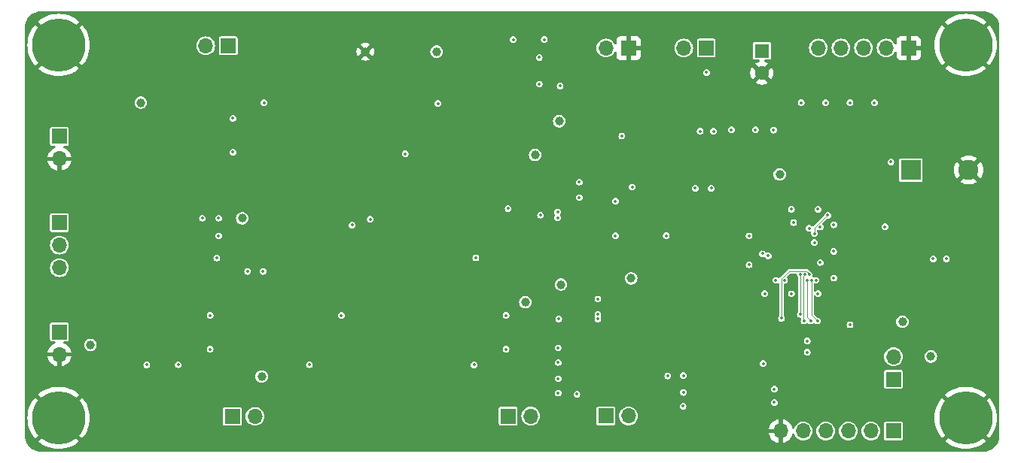
<source format=gbl>
G04 #@! TF.GenerationSoftware,KiCad,Pcbnew,8.0.8*
G04 #@! TF.CreationDate,2025-01-31T08:36:51-06:00*
G04 #@! TF.ProjectId,delay_pedal,64656c61-795f-4706-9564-616c2e6b6963,rev?*
G04 #@! TF.SameCoordinates,Original*
G04 #@! TF.FileFunction,Copper,L4,Bot*
G04 #@! TF.FilePolarity,Positive*
%FSLAX46Y46*%
G04 Gerber Fmt 4.6, Leading zero omitted, Abs format (unit mm)*
G04 Created by KiCad (PCBNEW 8.0.8) date 2025-01-31 08:36:51*
%MOMM*%
%LPD*%
G01*
G04 APERTURE LIST*
G04 #@! TA.AperFunction,ComponentPad*
%ADD10C,1.000000*%
G04 #@! TD*
G04 #@! TA.AperFunction,ComponentPad*
%ADD11C,6.000000*%
G04 #@! TD*
G04 #@! TA.AperFunction,ComponentPad*
%ADD12R,1.700000X1.700000*%
G04 #@! TD*
G04 #@! TA.AperFunction,ComponentPad*
%ADD13O,1.700000X1.700000*%
G04 #@! TD*
G04 #@! TA.AperFunction,ComponentPad*
%ADD14R,2.250000X2.250000*%
G04 #@! TD*
G04 #@! TA.AperFunction,ComponentPad*
%ADD15C,2.250000*%
G04 #@! TD*
G04 #@! TA.AperFunction,ComponentPad*
%ADD16R,1.600000X1.600000*%
G04 #@! TD*
G04 #@! TA.AperFunction,ComponentPad*
%ADD17C,1.600000*%
G04 #@! TD*
G04 #@! TA.AperFunction,ViaPad*
%ADD18C,0.350000*%
G04 #@! TD*
G04 #@! TA.AperFunction,Conductor*
%ADD19C,0.090000*%
G04 #@! TD*
G04 APERTURE END LIST*
D10*
X119564214Y-98439214D03*
D11*
X98914214Y-78914214D03*
D10*
X155200000Y-87500000D03*
X155400000Y-105900000D03*
D12*
X99000000Y-89210000D03*
D13*
X99000000Y-91750000D03*
D10*
X197000000Y-114000000D03*
D12*
X171750000Y-79250000D03*
D13*
X169210000Y-79250000D03*
D12*
X192800000Y-122400000D03*
D13*
X190260000Y-122400000D03*
X187720000Y-122400000D03*
X185180000Y-122400000D03*
X182640000Y-122400000D03*
X180100000Y-122400000D03*
D14*
X194750000Y-93000000D03*
D15*
X201250000Y-93000000D03*
D10*
X108164214Y-85414214D03*
X133414214Y-79664214D03*
D12*
X99000000Y-111230000D03*
D13*
X99000000Y-113770000D03*
D10*
X141414214Y-79664214D03*
D12*
X118000000Y-79000000D03*
D13*
X115460000Y-79000000D03*
D11*
X200914214Y-120914214D03*
D12*
X99000000Y-98920000D03*
D13*
X99000000Y-101460000D03*
X99000000Y-104000000D03*
D12*
X192800000Y-116575000D03*
D13*
X192800000Y-114035000D03*
D16*
X178000000Y-79567621D03*
D17*
X178000000Y-82067621D03*
D10*
X152500000Y-91300000D03*
D11*
X98914214Y-120914214D03*
D12*
X194500000Y-79250000D03*
D13*
X191960000Y-79250000D03*
X189420000Y-79250000D03*
X186880000Y-79250000D03*
X184340000Y-79250000D03*
D12*
X118460000Y-120750000D03*
D13*
X121000000Y-120750000D03*
D10*
X180000000Y-93500000D03*
X193800000Y-110100000D03*
X151400000Y-107900000D03*
D12*
X160460000Y-120700000D03*
D13*
X163000000Y-120700000D03*
D10*
X163300000Y-105200000D03*
D11*
X200914214Y-78914214D03*
D10*
X121750000Y-116250000D03*
D12*
X149460000Y-120710000D03*
D13*
X152000000Y-120710000D03*
D12*
X163000000Y-79250000D03*
D13*
X160460000Y-79250000D03*
D10*
X102500000Y-112700000D03*
D18*
X182800000Y-110800000D03*
X181314214Y-102164214D03*
X174839214Y-103664214D03*
X114614214Y-86351714D03*
X187914214Y-108664214D03*
X187250000Y-89750000D03*
X105250000Y-101500000D03*
X107500000Y-95250000D03*
X148314214Y-78314214D03*
X143289214Y-85500000D03*
X184250000Y-89750000D03*
X181064214Y-105414214D03*
X152876714Y-81814214D03*
X144276714Y-113184214D03*
X174839214Y-100414214D03*
X177675000Y-117665000D03*
X111001714Y-113179214D03*
X174564214Y-89414214D03*
X186500000Y-82000000D03*
X144101714Y-102879214D03*
X125751714Y-113179214D03*
X178064214Y-101914214D03*
X172564214Y-90364214D03*
X184314214Y-95689214D03*
X123464214Y-87164214D03*
X141976714Y-113184214D03*
X187789214Y-102164214D03*
X155087500Y-119950000D03*
X184564214Y-102414214D03*
X117000000Y-115000000D03*
X118250000Y-110750000D03*
X161800000Y-118300000D03*
X151814214Y-78314214D03*
X181314214Y-95689214D03*
X152750000Y-108750000D03*
X184314214Y-108639214D03*
X134439214Y-102664214D03*
X190000000Y-99750000D03*
X197250000Y-104725000D03*
X165250000Y-94914214D03*
X201250000Y-108750000D03*
X113575000Y-102900000D03*
X125614214Y-87701714D03*
X123451714Y-112929214D03*
X171064214Y-90364214D03*
X185400000Y-97400000D03*
X110639214Y-114929214D03*
X170500000Y-96762500D03*
X135764214Y-86069214D03*
X173500000Y-82000000D03*
X198000000Y-87250000D03*
X158750000Y-114750000D03*
X126500000Y-98500000D03*
X167251714Y-96504214D03*
X131914214Y-100914214D03*
X180750000Y-114000000D03*
X149300000Y-107600000D03*
X183600000Y-110800000D03*
X132951714Y-114679214D03*
X159200000Y-94350000D03*
X142839214Y-87364214D03*
X179500000Y-109700000D03*
X142414214Y-102459214D03*
X178150000Y-116070000D03*
X115089214Y-100414214D03*
X133964214Y-101069214D03*
X156801714Y-113029214D03*
X177675000Y-119165000D03*
X144514214Y-101129214D03*
X157826714Y-107529214D03*
X155151714Y-110779214D03*
X123739214Y-85414214D03*
X155314214Y-81814214D03*
X166250000Y-89250000D03*
X168750000Y-105500000D03*
X163250000Y-114750000D03*
X150200000Y-105100000D03*
X183750000Y-82000000D03*
X187814214Y-105164214D03*
X106926714Y-114949214D03*
X167414214Y-117914214D03*
X181314214Y-108664214D03*
X198750000Y-104725000D03*
X171437500Y-117100000D03*
X125389214Y-114929214D03*
X143914214Y-114934214D03*
X157200000Y-121362500D03*
X159500000Y-89162500D03*
X155400000Y-107600000D03*
X170862500Y-119600000D03*
X159251714Y-97729214D03*
X195655000Y-104625000D03*
X159200000Y-96100000D03*
X179314214Y-90226714D03*
X187814214Y-99164214D03*
X178314214Y-108639214D03*
X144964214Y-87769214D03*
X180814214Y-99564214D03*
X155151714Y-111279214D03*
X174000000Y-122750000D03*
X148151714Y-102829214D03*
X174400000Y-96700000D03*
X178714214Y-102664214D03*
X181314214Y-106939214D03*
X184064214Y-105414214D03*
X159551714Y-109279214D03*
X178150000Y-114800000D03*
X167414214Y-116189214D03*
X172300000Y-95050000D03*
X169162500Y-116150000D03*
X182414214Y-85414214D03*
X187914214Y-110414214D03*
X190664214Y-85414214D03*
X192500000Y-92087500D03*
X185164214Y-85414214D03*
X186064214Y-102164214D03*
X181564214Y-98914214D03*
X183914214Y-101164214D03*
X187914214Y-85414214D03*
X183100000Y-113530000D03*
X184314214Y-106914214D03*
X181314214Y-97414214D03*
X184564214Y-99414214D03*
X197250000Y-103000000D03*
X159551714Y-107529214D03*
X176564214Y-103664214D03*
X186089214Y-99164214D03*
X167251714Y-100404214D03*
X180564214Y-105414214D03*
X198750000Y-103000000D03*
X159551714Y-109779214D03*
X191845000Y-99375000D03*
X170500000Y-95037500D03*
X177264214Y-88464214D03*
X179314214Y-88501714D03*
X184564214Y-103414214D03*
X186089214Y-105164214D03*
X178314214Y-106914214D03*
X179564214Y-105414214D03*
X183314214Y-99564214D03*
X184314214Y-97414214D03*
X178064214Y-102414214D03*
X176564214Y-100414214D03*
X155076714Y-113029214D03*
X163425000Y-94914214D03*
X155100000Y-114675000D03*
X155026714Y-98379214D03*
X155314214Y-83539214D03*
X152964214Y-83314214D03*
X155026714Y-97729214D03*
X155151714Y-109779214D03*
X161526714Y-96504214D03*
X161526714Y-100404214D03*
X157475000Y-96100000D03*
X157475000Y-94350000D03*
X169162500Y-118050000D03*
X141564214Y-85500000D03*
X130701714Y-109369214D03*
X115089214Y-98414214D03*
X150039214Y-78314214D03*
X118514214Y-90974214D03*
X127114214Y-114929214D03*
X153539214Y-78314214D03*
X145639214Y-114934214D03*
X145826714Y-102879214D03*
X122014214Y-85414214D03*
X115951714Y-109369214D03*
X162250000Y-89162500D03*
X137889214Y-91174214D03*
X171064214Y-88639214D03*
X149226714Y-109374214D03*
X133964214Y-98529214D03*
X174564214Y-88464214D03*
X152964214Y-80314214D03*
X149464214Y-97319214D03*
X112364214Y-114929214D03*
X131914214Y-99189214D03*
X171775000Y-82000000D03*
X169137500Y-119600000D03*
X172564214Y-88639214D03*
X153100000Y-98075000D03*
X116914214Y-98414214D03*
X116700000Y-102900000D03*
X121914214Y-104414214D03*
X118514214Y-87164214D03*
X115951714Y-113179214D03*
X120164214Y-104414214D03*
X108826714Y-114936714D03*
X116914214Y-100414214D03*
X182314214Y-104764214D03*
X182314214Y-109250000D03*
X180200000Y-109700000D03*
X183314214Y-104764214D03*
X179400000Y-119165000D03*
X183100000Y-112260000D03*
X179400000Y-117665000D03*
X182814214Y-104764214D03*
X182750000Y-110000000D03*
X184250000Y-110000000D03*
X183564214Y-105414214D03*
X183064214Y-105414214D03*
X183500000Y-110000000D03*
X185400000Y-98100000D03*
X183914214Y-100164214D03*
X155087500Y-118125000D03*
X157200000Y-118237500D03*
X155100000Y-116500000D03*
X149226714Y-113184214D03*
D19*
X182314214Y-109250000D02*
X182314214Y-104764214D01*
X180194214Y-105260954D02*
X181070954Y-104384214D01*
X183024214Y-104384214D02*
X183314214Y-104674214D01*
X180200000Y-109700000D02*
X180194214Y-109694214D01*
X181070954Y-104384214D02*
X183024214Y-104384214D01*
X183314214Y-104674214D02*
X183314214Y-104764214D01*
X180194214Y-109694214D02*
X180194214Y-105260954D01*
X182814214Y-104764214D02*
X182694214Y-104884214D01*
X182694214Y-104884214D02*
X182694214Y-109944214D01*
X182814214Y-104674214D02*
X182814214Y-104764214D01*
X182694214Y-109944214D02*
X182750000Y-110000000D01*
X183564214Y-109314214D02*
X184250000Y-110000000D01*
X183564214Y-105414214D02*
X183564214Y-109314214D01*
X183064214Y-105414214D02*
X183064214Y-109564214D01*
X183064214Y-109564214D02*
X183500000Y-110000000D01*
X183914214Y-99540954D02*
X185355168Y-98100000D01*
X183914214Y-100164214D02*
X183914214Y-99540954D01*
X185355168Y-98100000D02*
X185400000Y-98100000D01*
G04 #@! TA.AperFunction,Conductor*
G36*
X202918270Y-75114980D02*
G01*
X202974901Y-75118692D01*
X203140983Y-75129578D01*
X203157058Y-75131694D01*
X203371986Y-75174448D01*
X203387638Y-75178642D01*
X203595127Y-75249077D01*
X203595151Y-75249085D01*
X203610133Y-75255291D01*
X203806668Y-75352212D01*
X203820707Y-75360318D01*
X204002914Y-75482066D01*
X204015776Y-75491935D01*
X204087287Y-75554650D01*
X204180526Y-75636420D01*
X204191995Y-75647889D01*
X204336476Y-75812640D01*
X204346350Y-75825508D01*
X204468091Y-76007709D01*
X204476200Y-76021755D01*
X204573113Y-76218278D01*
X204573118Y-76218287D01*
X204579325Y-76233273D01*
X204649762Y-76440782D01*
X204653959Y-76456448D01*
X204696706Y-76671353D01*
X204698824Y-76687434D01*
X204711072Y-76874332D01*
X204713449Y-76910590D01*
X204713714Y-76918699D01*
X204713714Y-122910160D01*
X204713448Y-122918271D01*
X204698849Y-123140982D01*
X204696732Y-123157063D01*
X204653980Y-123371985D01*
X204649782Y-123387652D01*
X204579344Y-123595153D01*
X204573137Y-123610138D01*
X204476217Y-123806671D01*
X204468107Y-123820718D01*
X204346364Y-124002918D01*
X204336490Y-124015786D01*
X204192007Y-124180538D01*
X204180538Y-124192007D01*
X204015786Y-124336490D01*
X204002918Y-124346364D01*
X203820718Y-124468107D01*
X203806671Y-124476217D01*
X203610138Y-124573137D01*
X203595153Y-124579344D01*
X203387652Y-124649782D01*
X203371985Y-124653980D01*
X203157063Y-124696732D01*
X203140982Y-124698849D01*
X202918271Y-124713448D01*
X202910160Y-124713714D01*
X96918278Y-124713714D01*
X96910169Y-124713449D01*
X96687432Y-124698852D01*
X96671350Y-124696734D01*
X96456438Y-124653986D01*
X96440772Y-124649789D01*
X96233265Y-124579352D01*
X96218279Y-124573145D01*
X96021742Y-124476225D01*
X96007695Y-124468115D01*
X95825491Y-124346372D01*
X95812623Y-124336498D01*
X95647869Y-124192014D01*
X95636400Y-124180545D01*
X95526037Y-124054703D01*
X95491908Y-124015786D01*
X95482041Y-124002927D01*
X95446314Y-123949459D01*
X95360293Y-123820720D01*
X95352185Y-123806677D01*
X95314684Y-123730634D01*
X95255265Y-123610145D01*
X95249059Y-123595162D01*
X95249056Y-123595153D01*
X95178615Y-123387646D01*
X95174421Y-123371995D01*
X95131667Y-123157062D01*
X95129551Y-123140984D01*
X95123411Y-123047322D01*
X95114980Y-122918697D01*
X95114714Y-122910586D01*
X95114714Y-120914213D01*
X95409411Y-120914213D01*
X95409411Y-120914214D01*
X95428611Y-121280567D01*
X95485998Y-121642898D01*
X95485998Y-121642900D01*
X95580950Y-121997265D01*
X95712418Y-122339749D01*
X95878968Y-122666620D01*
X96078767Y-122974284D01*
X96267511Y-123207362D01*
X97619961Y-121854911D01*
X97693802Y-121956544D01*
X97871884Y-122134626D01*
X97973514Y-122208465D01*
X96621064Y-123560915D01*
X96854143Y-123749660D01*
X97161807Y-123949459D01*
X97488678Y-124116009D01*
X97831162Y-124247477D01*
X98185528Y-124342429D01*
X98547860Y-124399816D01*
X98914213Y-124419017D01*
X98914215Y-124419017D01*
X99280567Y-124399816D01*
X99642898Y-124342429D01*
X99642900Y-124342429D01*
X99997265Y-124247477D01*
X100339749Y-124116009D01*
X100666620Y-123949459D01*
X100974278Y-123749664D01*
X101207362Y-123560915D01*
X99854912Y-122208465D01*
X99956544Y-122134626D01*
X100134626Y-121956544D01*
X100208465Y-121854912D01*
X101560915Y-123207362D01*
X101749664Y-122974278D01*
X101949459Y-122666620D01*
X102116009Y-122339749D01*
X102188848Y-122149999D01*
X178769364Y-122149999D01*
X178769364Y-122150000D01*
X179666988Y-122150000D01*
X179634075Y-122207007D01*
X179600000Y-122334174D01*
X179600000Y-122465826D01*
X179634075Y-122592993D01*
X179666988Y-122650000D01*
X178769364Y-122650000D01*
X178826567Y-122863486D01*
X178826570Y-122863492D01*
X178926399Y-123077578D01*
X179061894Y-123271082D01*
X179228917Y-123438105D01*
X179422421Y-123573600D01*
X179636507Y-123673429D01*
X179636516Y-123673433D01*
X179850000Y-123730634D01*
X179850000Y-122833012D01*
X179907007Y-122865925D01*
X180034174Y-122900000D01*
X180165826Y-122900000D01*
X180292993Y-122865925D01*
X180350000Y-122833012D01*
X180350000Y-123730633D01*
X180563483Y-123673433D01*
X180563492Y-123673429D01*
X180777578Y-123573600D01*
X180971082Y-123438105D01*
X181138105Y-123271082D01*
X181273600Y-123077578D01*
X181373429Y-122863492D01*
X181373433Y-122863483D01*
X181406158Y-122741350D01*
X181442522Y-122681690D01*
X181505369Y-122651160D01*
X181574745Y-122659454D01*
X181628623Y-122703939D01*
X181644593Y-122737447D01*
X181664768Y-122803954D01*
X181762315Y-122986450D01*
X181762317Y-122986452D01*
X181893589Y-123146410D01*
X181990209Y-123225702D01*
X182053550Y-123277685D01*
X182236046Y-123375232D01*
X182434066Y-123435300D01*
X182434065Y-123435300D01*
X182452529Y-123437118D01*
X182640000Y-123455583D01*
X182845934Y-123435300D01*
X183043954Y-123375232D01*
X183226450Y-123277685D01*
X183386410Y-123146410D01*
X183517685Y-122986450D01*
X183615232Y-122803954D01*
X183675300Y-122605934D01*
X183695583Y-122400000D01*
X184124417Y-122400000D01*
X184144699Y-122605932D01*
X184144700Y-122605934D01*
X184204768Y-122803954D01*
X184302315Y-122986450D01*
X184302317Y-122986452D01*
X184433589Y-123146410D01*
X184530209Y-123225702D01*
X184593550Y-123277685D01*
X184776046Y-123375232D01*
X184974066Y-123435300D01*
X184974065Y-123435300D01*
X184992529Y-123437118D01*
X185180000Y-123455583D01*
X185385934Y-123435300D01*
X185583954Y-123375232D01*
X185766450Y-123277685D01*
X185926410Y-123146410D01*
X186057685Y-122986450D01*
X186155232Y-122803954D01*
X186215300Y-122605934D01*
X186235583Y-122400000D01*
X186664417Y-122400000D01*
X186684699Y-122605932D01*
X186684700Y-122605934D01*
X186744768Y-122803954D01*
X186842315Y-122986450D01*
X186842317Y-122986452D01*
X186973589Y-123146410D01*
X187070209Y-123225702D01*
X187133550Y-123277685D01*
X187316046Y-123375232D01*
X187514066Y-123435300D01*
X187514065Y-123435300D01*
X187532529Y-123437118D01*
X187720000Y-123455583D01*
X187925934Y-123435300D01*
X188123954Y-123375232D01*
X188306450Y-123277685D01*
X188466410Y-123146410D01*
X188597685Y-122986450D01*
X188695232Y-122803954D01*
X188755300Y-122605934D01*
X188775583Y-122400000D01*
X189204417Y-122400000D01*
X189224699Y-122605932D01*
X189224700Y-122605934D01*
X189284768Y-122803954D01*
X189382315Y-122986450D01*
X189382317Y-122986452D01*
X189513589Y-123146410D01*
X189610209Y-123225702D01*
X189673550Y-123277685D01*
X189856046Y-123375232D01*
X190054066Y-123435300D01*
X190054065Y-123435300D01*
X190072529Y-123437118D01*
X190260000Y-123455583D01*
X190465934Y-123435300D01*
X190663954Y-123375232D01*
X190846450Y-123277685D01*
X191006410Y-123146410D01*
X191137685Y-122986450D01*
X191235232Y-122803954D01*
X191295300Y-122605934D01*
X191315583Y-122400000D01*
X191295300Y-122194066D01*
X191235232Y-121996046D01*
X191137685Y-121813550D01*
X191081060Y-121744552D01*
X191006410Y-121653589D01*
X190856121Y-121530252D01*
X190856115Y-121530247D01*
X191749500Y-121530247D01*
X191749500Y-123269752D01*
X191761131Y-123328229D01*
X191761132Y-123328230D01*
X191805447Y-123394552D01*
X191871769Y-123438867D01*
X191871770Y-123438868D01*
X191930247Y-123450499D01*
X191930250Y-123450500D01*
X191930252Y-123450500D01*
X193669750Y-123450500D01*
X193669751Y-123450499D01*
X193684568Y-123447552D01*
X193728229Y-123438868D01*
X193728229Y-123438867D01*
X193728231Y-123438867D01*
X193794552Y-123394552D01*
X193838867Y-123328231D01*
X193838867Y-123328229D01*
X193838868Y-123328229D01*
X193848922Y-123277682D01*
X193850500Y-123269748D01*
X193850500Y-121530252D01*
X193850500Y-121530249D01*
X193850499Y-121530247D01*
X193838868Y-121471770D01*
X193838867Y-121471769D01*
X193794552Y-121405447D01*
X193728230Y-121361132D01*
X193728229Y-121361131D01*
X193669752Y-121349500D01*
X193669748Y-121349500D01*
X191930252Y-121349500D01*
X191930247Y-121349500D01*
X191871770Y-121361131D01*
X191871769Y-121361132D01*
X191805447Y-121405447D01*
X191761132Y-121471769D01*
X191761131Y-121471770D01*
X191749500Y-121530247D01*
X190856115Y-121530247D01*
X190846450Y-121522315D01*
X190663954Y-121424768D01*
X190465934Y-121364700D01*
X190465932Y-121364699D01*
X190465934Y-121364699D01*
X190260000Y-121344417D01*
X190054067Y-121364699D01*
X189856043Y-121424769D01*
X189768114Y-121471769D01*
X189673550Y-121522315D01*
X189673548Y-121522316D01*
X189673547Y-121522317D01*
X189513589Y-121653589D01*
X189382317Y-121813547D01*
X189284769Y-121996043D01*
X189224699Y-122194067D01*
X189204417Y-122400000D01*
X188775583Y-122400000D01*
X188755300Y-122194066D01*
X188695232Y-121996046D01*
X188597685Y-121813550D01*
X188541060Y-121744552D01*
X188466410Y-121653589D01*
X188316121Y-121530252D01*
X188306450Y-121522315D01*
X188123954Y-121424768D01*
X187925934Y-121364700D01*
X187925932Y-121364699D01*
X187925934Y-121364699D01*
X187720000Y-121344417D01*
X187514067Y-121364699D01*
X187316043Y-121424769D01*
X187228114Y-121471769D01*
X187133550Y-121522315D01*
X187133548Y-121522316D01*
X187133547Y-121522317D01*
X186973589Y-121653589D01*
X186842317Y-121813547D01*
X186744769Y-121996043D01*
X186684699Y-122194067D01*
X186664417Y-122400000D01*
X186235583Y-122400000D01*
X186215300Y-122194066D01*
X186155232Y-121996046D01*
X186057685Y-121813550D01*
X186001060Y-121744552D01*
X185926410Y-121653589D01*
X185776121Y-121530252D01*
X185766450Y-121522315D01*
X185583954Y-121424768D01*
X185385934Y-121364700D01*
X185385932Y-121364699D01*
X185385934Y-121364699D01*
X185180000Y-121344417D01*
X184974067Y-121364699D01*
X184776043Y-121424769D01*
X184688114Y-121471769D01*
X184593550Y-121522315D01*
X184593548Y-121522316D01*
X184593547Y-121522317D01*
X184433589Y-121653589D01*
X184302317Y-121813547D01*
X184204769Y-121996043D01*
X184144699Y-122194067D01*
X184124417Y-122400000D01*
X183695583Y-122400000D01*
X183675300Y-122194066D01*
X183615232Y-121996046D01*
X183517685Y-121813550D01*
X183461060Y-121744552D01*
X183386410Y-121653589D01*
X183236121Y-121530252D01*
X183226450Y-121522315D01*
X183043954Y-121424768D01*
X182845934Y-121364700D01*
X182845932Y-121364699D01*
X182845934Y-121364699D01*
X182640000Y-121344417D01*
X182434067Y-121364699D01*
X182236043Y-121424769D01*
X182148114Y-121471769D01*
X182053550Y-121522315D01*
X182053548Y-121522316D01*
X182053547Y-121522317D01*
X181893589Y-121653589D01*
X181762317Y-121813547D01*
X181664767Y-121996046D01*
X181644593Y-122062552D01*
X181606296Y-122120990D01*
X181542483Y-122149447D01*
X181473416Y-122138886D01*
X181421023Y-122092661D01*
X181406158Y-122058649D01*
X181373433Y-121936516D01*
X181373429Y-121936507D01*
X181273600Y-121722422D01*
X181273599Y-121722420D01*
X181138113Y-121528926D01*
X181138108Y-121528920D01*
X180971082Y-121361894D01*
X180777578Y-121226399D01*
X180563492Y-121126570D01*
X180563486Y-121126567D01*
X180350000Y-121069364D01*
X180350000Y-121966988D01*
X180292993Y-121934075D01*
X180165826Y-121900000D01*
X180034174Y-121900000D01*
X179907007Y-121934075D01*
X179850000Y-121966988D01*
X179850000Y-121069364D01*
X179849999Y-121069364D01*
X179636513Y-121126567D01*
X179636507Y-121126570D01*
X179422422Y-121226399D01*
X179422420Y-121226400D01*
X179228926Y-121361886D01*
X179228920Y-121361891D01*
X179061891Y-121528920D01*
X179061886Y-121528926D01*
X178926400Y-121722420D01*
X178926399Y-121722422D01*
X178826570Y-121936507D01*
X178826567Y-121936513D01*
X178769364Y-122149999D01*
X102188848Y-122149999D01*
X102247477Y-121997265D01*
X102342429Y-121642900D01*
X102342429Y-121642898D01*
X102399816Y-121280567D01*
X102419017Y-120914214D01*
X102419017Y-120914213D01*
X102399816Y-120547860D01*
X102342429Y-120185529D01*
X102342429Y-120185527D01*
X102260629Y-119880247D01*
X117409500Y-119880247D01*
X117409500Y-121619752D01*
X117421131Y-121678229D01*
X117421132Y-121678230D01*
X117465447Y-121744552D01*
X117531769Y-121788867D01*
X117531770Y-121788868D01*
X117590247Y-121800499D01*
X117590250Y-121800500D01*
X117590252Y-121800500D01*
X119329750Y-121800500D01*
X119329751Y-121800499D01*
X119344568Y-121797552D01*
X119388229Y-121788868D01*
X119388229Y-121788867D01*
X119388231Y-121788867D01*
X119454552Y-121744552D01*
X119498867Y-121678231D01*
X119498867Y-121678229D01*
X119498868Y-121678229D01*
X119510499Y-121619752D01*
X119510500Y-121619750D01*
X119510500Y-120750000D01*
X119944417Y-120750000D01*
X119964699Y-120955932D01*
X119964700Y-120955934D01*
X120024768Y-121153954D01*
X120122315Y-121336450D01*
X120133025Y-121349500D01*
X120253589Y-121496410D01*
X120342953Y-121569748D01*
X120413550Y-121627685D01*
X120596046Y-121725232D01*
X120794066Y-121785300D01*
X120794065Y-121785300D01*
X120812529Y-121787118D01*
X121000000Y-121805583D01*
X121205934Y-121785300D01*
X121403954Y-121725232D01*
X121586450Y-121627685D01*
X121746410Y-121496410D01*
X121877685Y-121336450D01*
X121975232Y-121153954D01*
X122035300Y-120955934D01*
X122055583Y-120750000D01*
X122035300Y-120544066D01*
X121975232Y-120346046D01*
X121877685Y-120163550D01*
X121805532Y-120075631D01*
X121746410Y-120003589D01*
X121596121Y-119880252D01*
X121586450Y-119872315D01*
X121526456Y-119840247D01*
X148409500Y-119840247D01*
X148409500Y-121579752D01*
X148421131Y-121638229D01*
X148421132Y-121638230D01*
X148465447Y-121704552D01*
X148531769Y-121748867D01*
X148531770Y-121748868D01*
X148590247Y-121760499D01*
X148590250Y-121760500D01*
X148590252Y-121760500D01*
X150329750Y-121760500D01*
X150329751Y-121760499D01*
X150344568Y-121757552D01*
X150388229Y-121748868D01*
X150388229Y-121748867D01*
X150388231Y-121748867D01*
X150454552Y-121704552D01*
X150498867Y-121638231D01*
X150498867Y-121638229D01*
X150498868Y-121638229D01*
X150510499Y-121579752D01*
X150510500Y-121579750D01*
X150510500Y-120710000D01*
X150944417Y-120710000D01*
X150964699Y-120915932D01*
X150994734Y-121014944D01*
X151024768Y-121113954D01*
X151122315Y-121296450D01*
X151122317Y-121296452D01*
X151253589Y-121456410D01*
X151343561Y-121530247D01*
X151413550Y-121587685D01*
X151596046Y-121685232D01*
X151794066Y-121745300D01*
X151794065Y-121745300D01*
X151812529Y-121747118D01*
X152000000Y-121765583D01*
X152205934Y-121745300D01*
X152403954Y-121685232D01*
X152586450Y-121587685D01*
X152746410Y-121456410D01*
X152877685Y-121296450D01*
X152975232Y-121113954D01*
X153035300Y-120915934D01*
X153055583Y-120710000D01*
X153035300Y-120504066D01*
X152975232Y-120306046D01*
X152877685Y-120123550D01*
X152779237Y-120003590D01*
X152746410Y-119963589D01*
X152596121Y-119840252D01*
X152586450Y-119832315D01*
X152582581Y-119830247D01*
X159409500Y-119830247D01*
X159409500Y-121569752D01*
X159421131Y-121628229D01*
X159421132Y-121628230D01*
X159465447Y-121694552D01*
X159531769Y-121738867D01*
X159531770Y-121738868D01*
X159590247Y-121750499D01*
X159590250Y-121750500D01*
X159590252Y-121750500D01*
X161329750Y-121750500D01*
X161329751Y-121750499D01*
X161344568Y-121747552D01*
X161388229Y-121738868D01*
X161388229Y-121738867D01*
X161388231Y-121738867D01*
X161454552Y-121694552D01*
X161498867Y-121628231D01*
X161498867Y-121628229D01*
X161498868Y-121628229D01*
X161510499Y-121569752D01*
X161510500Y-121569750D01*
X161510500Y-120700000D01*
X161944417Y-120700000D01*
X161964699Y-120905932D01*
X161979867Y-120955934D01*
X162024768Y-121103954D01*
X162122315Y-121286450D01*
X162156969Y-121328677D01*
X162253589Y-121446410D01*
X162346081Y-121522315D01*
X162413550Y-121577685D01*
X162596046Y-121675232D01*
X162794066Y-121735300D01*
X162794065Y-121735300D01*
X162812529Y-121737118D01*
X163000000Y-121755583D01*
X163205934Y-121735300D01*
X163403954Y-121675232D01*
X163586450Y-121577685D01*
X163746410Y-121446410D01*
X163877685Y-121286450D01*
X163975232Y-121103954D01*
X164032789Y-120914213D01*
X197409411Y-120914213D01*
X197409411Y-120914214D01*
X197428611Y-121280567D01*
X197485998Y-121642898D01*
X197485998Y-121642900D01*
X197580950Y-121997265D01*
X197712418Y-122339749D01*
X197878968Y-122666620D01*
X198078767Y-122974284D01*
X198267511Y-123207362D01*
X199619961Y-121854911D01*
X199693802Y-121956544D01*
X199871884Y-122134626D01*
X199973514Y-122208465D01*
X198621064Y-123560915D01*
X198854143Y-123749660D01*
X199161807Y-123949459D01*
X199488678Y-124116009D01*
X199831162Y-124247477D01*
X200185528Y-124342429D01*
X200547860Y-124399816D01*
X200914213Y-124419017D01*
X200914215Y-124419017D01*
X201280567Y-124399816D01*
X201642898Y-124342429D01*
X201642900Y-124342429D01*
X201997265Y-124247477D01*
X202339749Y-124116009D01*
X202666620Y-123949459D01*
X202974278Y-123749664D01*
X203207362Y-123560915D01*
X201854912Y-122208465D01*
X201956544Y-122134626D01*
X202134626Y-121956544D01*
X202208465Y-121854912D01*
X203560915Y-123207362D01*
X203749664Y-122974278D01*
X203949459Y-122666620D01*
X204116009Y-122339749D01*
X204247477Y-121997265D01*
X204342429Y-121642900D01*
X204342429Y-121642898D01*
X204399816Y-121280567D01*
X204419017Y-120914214D01*
X204419017Y-120914213D01*
X204399816Y-120547860D01*
X204342429Y-120185529D01*
X204342429Y-120185527D01*
X204247477Y-119831162D01*
X204116009Y-119488678D01*
X203949459Y-119161808D01*
X203749660Y-118854143D01*
X203560915Y-118621064D01*
X202208465Y-119973514D01*
X202134626Y-119871884D01*
X201956544Y-119693802D01*
X201854911Y-119619961D01*
X203207362Y-118267511D01*
X202974284Y-118078767D01*
X202666620Y-117878968D01*
X202339749Y-117712418D01*
X201997265Y-117580950D01*
X201642899Y-117485998D01*
X201280567Y-117428611D01*
X200914215Y-117409411D01*
X200914213Y-117409411D01*
X200547860Y-117428611D01*
X200185529Y-117485998D01*
X200185527Y-117485998D01*
X199831162Y-117580950D01*
X199488678Y-117712418D01*
X199161808Y-117878968D01*
X198854138Y-118078771D01*
X198621064Y-118267509D01*
X198621063Y-118267510D01*
X199973515Y-119619962D01*
X199871884Y-119693802D01*
X199693802Y-119871884D01*
X199619962Y-119973515D01*
X198267510Y-118621063D01*
X198267509Y-118621064D01*
X198078771Y-118854138D01*
X197878968Y-119161808D01*
X197712418Y-119488678D01*
X197580950Y-119831162D01*
X197485998Y-120185527D01*
X197485998Y-120185529D01*
X197428611Y-120547860D01*
X197409411Y-120914213D01*
X164032789Y-120914213D01*
X164035300Y-120905934D01*
X164055583Y-120700000D01*
X164035300Y-120494066D01*
X163975232Y-120296046D01*
X163877685Y-120113550D01*
X163754617Y-119963590D01*
X163746410Y-119953589D01*
X163608300Y-119840247D01*
X163586450Y-119822315D01*
X163403954Y-119724768D01*
X163205934Y-119664700D01*
X163205932Y-119664699D01*
X163205934Y-119664699D01*
X163000000Y-119644417D01*
X162794067Y-119664699D01*
X162596043Y-119724769D01*
X162489406Y-119781769D01*
X162413550Y-119822315D01*
X162413548Y-119822316D01*
X162413547Y-119822317D01*
X162253589Y-119953589D01*
X162122317Y-120113547D01*
X162122315Y-120113550D01*
X162116970Y-120123550D01*
X162024769Y-120296043D01*
X162024768Y-120296045D01*
X162024768Y-120296046D01*
X162021735Y-120306046D01*
X161964699Y-120494067D01*
X161944417Y-120700000D01*
X161510500Y-120700000D01*
X161510500Y-119830249D01*
X161510499Y-119830247D01*
X161498868Y-119771770D01*
X161498867Y-119771769D01*
X161454552Y-119705447D01*
X161388230Y-119661132D01*
X161388229Y-119661131D01*
X161329752Y-119649500D01*
X161329748Y-119649500D01*
X159590252Y-119649500D01*
X159590247Y-119649500D01*
X159531770Y-119661131D01*
X159531769Y-119661132D01*
X159465447Y-119705447D01*
X159421132Y-119771769D01*
X159421131Y-119771770D01*
X159409500Y-119830247D01*
X152582581Y-119830247D01*
X152403954Y-119734768D01*
X152205934Y-119674700D01*
X152205932Y-119674699D01*
X152205934Y-119674699D01*
X152000000Y-119654417D01*
X151794067Y-119674699D01*
X151596043Y-119734769D01*
X151521212Y-119774768D01*
X151413550Y-119832315D01*
X151413548Y-119832316D01*
X151413547Y-119832317D01*
X151253589Y-119963589D01*
X151122317Y-120123547D01*
X151122315Y-120123550D01*
X151089187Y-120185527D01*
X151024769Y-120306043D01*
X150964699Y-120504067D01*
X150944417Y-120710000D01*
X150510500Y-120710000D01*
X150510500Y-119840249D01*
X150510499Y-119840247D01*
X150498868Y-119781770D01*
X150498867Y-119781769D01*
X150454552Y-119715447D01*
X150388230Y-119671132D01*
X150388229Y-119671131D01*
X150329752Y-119659500D01*
X150329748Y-119659500D01*
X148590252Y-119659500D01*
X148590247Y-119659500D01*
X148531770Y-119671131D01*
X148531769Y-119671132D01*
X148465447Y-119715447D01*
X148421132Y-119781769D01*
X148421131Y-119781770D01*
X148409500Y-119840247D01*
X121526456Y-119840247D01*
X121403954Y-119774768D01*
X121205934Y-119714700D01*
X121205932Y-119714699D01*
X121205934Y-119714699D01*
X121000000Y-119694417D01*
X120794067Y-119714699D01*
X120659736Y-119755448D01*
X120605933Y-119771769D01*
X120596043Y-119774769D01*
X120507089Y-119822317D01*
X120413550Y-119872315D01*
X120413548Y-119872316D01*
X120413547Y-119872317D01*
X120253589Y-120003589D01*
X120122317Y-120163547D01*
X120024769Y-120346043D01*
X119964699Y-120544067D01*
X119944417Y-120750000D01*
X119510500Y-120750000D01*
X119510500Y-119880249D01*
X119510499Y-119880247D01*
X119498868Y-119821770D01*
X119498867Y-119821769D01*
X119454552Y-119755447D01*
X119388230Y-119711132D01*
X119388229Y-119711131D01*
X119329752Y-119699500D01*
X119329748Y-119699500D01*
X117590252Y-119699500D01*
X117590247Y-119699500D01*
X117531770Y-119711131D01*
X117531769Y-119711132D01*
X117465447Y-119755447D01*
X117421132Y-119821769D01*
X117421131Y-119821770D01*
X117409500Y-119880247D01*
X102260629Y-119880247D01*
X102247477Y-119831162D01*
X102158740Y-119599996D01*
X168757319Y-119599996D01*
X168757319Y-119600003D01*
X168775924Y-119717477D01*
X168775924Y-119717478D01*
X168775925Y-119717481D01*
X168775926Y-119717482D01*
X168829342Y-119822317D01*
X168829928Y-119823466D01*
X168829931Y-119823470D01*
X168914029Y-119907568D01*
X168914033Y-119907571D01*
X168914035Y-119907573D01*
X169020018Y-119961574D01*
X169020020Y-119961574D01*
X169020022Y-119961575D01*
X169137497Y-119980181D01*
X169137500Y-119980181D01*
X169137503Y-119980181D01*
X169254977Y-119961575D01*
X169254978Y-119961575D01*
X169254979Y-119961574D01*
X169254982Y-119961574D01*
X169360965Y-119907573D01*
X169445073Y-119823465D01*
X169499074Y-119717482D01*
X169499396Y-119715448D01*
X169517681Y-119600003D01*
X169517681Y-119599996D01*
X169499075Y-119482522D01*
X169499075Y-119482521D01*
X169499074Y-119482519D01*
X169499074Y-119482518D01*
X169445073Y-119376535D01*
X169445071Y-119376533D01*
X169445068Y-119376529D01*
X169360970Y-119292431D01*
X169360966Y-119292428D01*
X169360965Y-119292427D01*
X169254982Y-119238426D01*
X169254980Y-119238425D01*
X169254977Y-119238424D01*
X169137503Y-119219819D01*
X169137497Y-119219819D01*
X169020022Y-119238424D01*
X169020021Y-119238424D01*
X168914033Y-119292428D01*
X168914029Y-119292431D01*
X168829931Y-119376529D01*
X168829928Y-119376533D01*
X168775924Y-119482521D01*
X168775924Y-119482522D01*
X168757319Y-119599996D01*
X102158740Y-119599996D01*
X102116009Y-119488678D01*
X101951083Y-119164996D01*
X179019819Y-119164996D01*
X179019819Y-119165003D01*
X179038424Y-119282477D01*
X179038424Y-119282478D01*
X179038425Y-119282481D01*
X179038426Y-119282482D01*
X179086348Y-119376535D01*
X179092428Y-119388466D01*
X179092431Y-119388470D01*
X179176529Y-119472568D01*
X179176533Y-119472571D01*
X179176535Y-119472573D01*
X179282518Y-119526574D01*
X179282520Y-119526574D01*
X179282522Y-119526575D01*
X179399997Y-119545181D01*
X179400000Y-119545181D01*
X179400003Y-119545181D01*
X179517477Y-119526575D01*
X179517478Y-119526575D01*
X179517479Y-119526574D01*
X179517482Y-119526574D01*
X179623465Y-119472573D01*
X179707573Y-119388465D01*
X179761574Y-119282482D01*
X179780181Y-119165000D01*
X179780181Y-119164996D01*
X179761575Y-119047522D01*
X179761575Y-119047521D01*
X179761574Y-119047519D01*
X179761574Y-119047518D01*
X179707573Y-118941535D01*
X179707571Y-118941533D01*
X179707568Y-118941529D01*
X179623470Y-118857431D01*
X179623466Y-118857428D01*
X179623465Y-118857427D01*
X179517482Y-118803426D01*
X179517480Y-118803425D01*
X179517477Y-118803424D01*
X179400003Y-118784819D01*
X179399997Y-118784819D01*
X179282522Y-118803424D01*
X179282521Y-118803424D01*
X179176533Y-118857428D01*
X179176529Y-118857431D01*
X179092431Y-118941529D01*
X179092428Y-118941533D01*
X179038424Y-119047521D01*
X179038424Y-119047522D01*
X179019819Y-119164996D01*
X101951083Y-119164996D01*
X101949459Y-119161808D01*
X101749660Y-118854143D01*
X101560915Y-118621064D01*
X100208465Y-119973514D01*
X100134626Y-119871884D01*
X99956544Y-119693802D01*
X99854911Y-119619961D01*
X101207362Y-118267511D01*
X101031372Y-118124996D01*
X154707319Y-118124996D01*
X154707319Y-118125003D01*
X154725924Y-118242477D01*
X154725924Y-118242478D01*
X154725925Y-118242481D01*
X154725926Y-118242482D01*
X154738678Y-118267510D01*
X154779928Y-118348466D01*
X154779931Y-118348470D01*
X154864029Y-118432568D01*
X154864033Y-118432571D01*
X154864035Y-118432573D01*
X154970018Y-118486574D01*
X154970020Y-118486574D01*
X154970022Y-118486575D01*
X155087497Y-118505181D01*
X155087500Y-118505181D01*
X155087503Y-118505181D01*
X155204977Y-118486575D01*
X155204978Y-118486575D01*
X155204979Y-118486574D01*
X155204982Y-118486574D01*
X155310965Y-118432573D01*
X155395073Y-118348465D01*
X155449074Y-118242482D01*
X155449864Y-118237496D01*
X156819819Y-118237496D01*
X156819819Y-118237503D01*
X156838424Y-118354977D01*
X156838424Y-118354978D01*
X156892428Y-118460966D01*
X156892431Y-118460970D01*
X156976529Y-118545068D01*
X156976533Y-118545071D01*
X156976535Y-118545073D01*
X157082518Y-118599074D01*
X157082520Y-118599074D01*
X157082522Y-118599075D01*
X157199997Y-118617681D01*
X157200000Y-118617681D01*
X157200003Y-118617681D01*
X157317477Y-118599075D01*
X157317478Y-118599075D01*
X157317479Y-118599074D01*
X157317482Y-118599074D01*
X157423465Y-118545073D01*
X157507573Y-118460965D01*
X157561574Y-118354982D01*
X157561575Y-118354977D01*
X157580181Y-118237503D01*
X157580181Y-118237496D01*
X157561575Y-118120022D01*
X157561575Y-118120021D01*
X157561574Y-118120019D01*
X157561574Y-118120018D01*
X157525896Y-118049996D01*
X168782319Y-118049996D01*
X168782319Y-118050003D01*
X168800924Y-118167477D01*
X168800924Y-118167478D01*
X168800925Y-118167481D01*
X168800926Y-118167482D01*
X168851893Y-118267511D01*
X168854928Y-118273466D01*
X168854931Y-118273470D01*
X168939029Y-118357568D01*
X168939033Y-118357571D01*
X168939035Y-118357573D01*
X169045018Y-118411574D01*
X169045020Y-118411574D01*
X169045022Y-118411575D01*
X169162497Y-118430181D01*
X169162500Y-118430181D01*
X169162503Y-118430181D01*
X169279977Y-118411575D01*
X169279978Y-118411575D01*
X169279979Y-118411574D01*
X169279982Y-118411574D01*
X169385965Y-118357573D01*
X169470073Y-118273465D01*
X169524074Y-118167482D01*
X169530802Y-118125003D01*
X169542681Y-118050003D01*
X169542681Y-118049996D01*
X169524075Y-117932522D01*
X169524075Y-117932521D01*
X169524074Y-117932519D01*
X169524074Y-117932518D01*
X169470073Y-117826535D01*
X169470071Y-117826533D01*
X169470068Y-117826529D01*
X169385970Y-117742431D01*
X169385966Y-117742428D01*
X169385965Y-117742427D01*
X169279982Y-117688426D01*
X169279980Y-117688425D01*
X169279977Y-117688424D01*
X169162503Y-117669819D01*
X169162497Y-117669819D01*
X169045022Y-117688424D01*
X169045021Y-117688424D01*
X168939033Y-117742428D01*
X168939029Y-117742431D01*
X168854931Y-117826529D01*
X168854928Y-117826533D01*
X168800924Y-117932521D01*
X168800924Y-117932522D01*
X168782319Y-118049996D01*
X157525896Y-118049996D01*
X157507573Y-118014035D01*
X157507571Y-118014033D01*
X157507568Y-118014029D01*
X157423470Y-117929931D01*
X157423466Y-117929928D01*
X157423465Y-117929927D01*
X157317482Y-117875926D01*
X157317480Y-117875925D01*
X157317477Y-117875924D01*
X157200003Y-117857319D01*
X157199997Y-117857319D01*
X157082522Y-117875924D01*
X157082521Y-117875924D01*
X156976533Y-117929928D01*
X156976529Y-117929931D01*
X156892431Y-118014029D01*
X156892428Y-118014033D01*
X156838424Y-118120021D01*
X156838424Y-118120022D01*
X156819819Y-118237496D01*
X155449864Y-118237496D01*
X155460953Y-118167482D01*
X155467681Y-118125003D01*
X155467681Y-118124996D01*
X155449075Y-118007522D01*
X155449075Y-118007521D01*
X155449074Y-118007519D01*
X155449074Y-118007518D01*
X155395073Y-117901535D01*
X155395071Y-117901533D01*
X155395068Y-117901529D01*
X155310970Y-117817431D01*
X155310966Y-117817428D01*
X155310965Y-117817427D01*
X155204982Y-117763426D01*
X155204980Y-117763425D01*
X155204977Y-117763424D01*
X155087503Y-117744819D01*
X155087497Y-117744819D01*
X154970022Y-117763424D01*
X154970021Y-117763424D01*
X154864033Y-117817428D01*
X154864029Y-117817431D01*
X154779931Y-117901529D01*
X154779928Y-117901533D01*
X154725924Y-118007521D01*
X154725924Y-118007522D01*
X154707319Y-118124996D01*
X101031372Y-118124996D01*
X100974284Y-118078767D01*
X100666620Y-117878968D01*
X100339749Y-117712418D01*
X100216211Y-117664996D01*
X179019819Y-117664996D01*
X179019819Y-117665003D01*
X179038424Y-117782477D01*
X179038424Y-117782478D01*
X179038425Y-117782481D01*
X179038426Y-117782482D01*
X179086038Y-117875926D01*
X179092428Y-117888466D01*
X179092431Y-117888470D01*
X179176529Y-117972568D01*
X179176533Y-117972571D01*
X179176535Y-117972573D01*
X179282518Y-118026574D01*
X179282520Y-118026574D01*
X179282522Y-118026575D01*
X179399997Y-118045181D01*
X179400000Y-118045181D01*
X179400003Y-118045181D01*
X179517477Y-118026575D01*
X179517478Y-118026575D01*
X179517479Y-118026574D01*
X179517482Y-118026574D01*
X179623465Y-117972573D01*
X179707573Y-117888465D01*
X179761574Y-117782482D01*
X179764592Y-117763426D01*
X179780181Y-117665003D01*
X179780181Y-117664996D01*
X179761575Y-117547522D01*
X179761575Y-117547521D01*
X179761574Y-117547519D01*
X179761574Y-117547518D01*
X179707573Y-117441535D01*
X179707571Y-117441533D01*
X179707568Y-117441529D01*
X179623470Y-117357431D01*
X179623466Y-117357428D01*
X179623465Y-117357427D01*
X179517482Y-117303426D01*
X179517480Y-117303425D01*
X179517477Y-117303424D01*
X179400003Y-117284819D01*
X179399997Y-117284819D01*
X179282522Y-117303424D01*
X179282521Y-117303424D01*
X179176533Y-117357428D01*
X179176529Y-117357431D01*
X179092431Y-117441529D01*
X179092428Y-117441533D01*
X179038424Y-117547521D01*
X179038424Y-117547522D01*
X179019819Y-117664996D01*
X100216211Y-117664996D01*
X99997265Y-117580950D01*
X99642899Y-117485998D01*
X99280567Y-117428611D01*
X98914215Y-117409411D01*
X98914213Y-117409411D01*
X98547860Y-117428611D01*
X98185529Y-117485998D01*
X98185527Y-117485998D01*
X97831162Y-117580950D01*
X97488678Y-117712418D01*
X97161808Y-117878968D01*
X96854138Y-118078771D01*
X96621064Y-118267509D01*
X96621063Y-118267510D01*
X97973515Y-119619962D01*
X97871884Y-119693802D01*
X97693802Y-119871884D01*
X97619962Y-119973515D01*
X96267510Y-118621063D01*
X96267509Y-118621064D01*
X96078771Y-118854138D01*
X95878968Y-119161808D01*
X95712418Y-119488678D01*
X95580950Y-119831162D01*
X95485998Y-120185527D01*
X95485998Y-120185529D01*
X95428611Y-120547860D01*
X95409411Y-120914213D01*
X95114714Y-120914213D01*
X95114714Y-116250000D01*
X121044355Y-116250000D01*
X121064859Y-116418869D01*
X121064860Y-116418874D01*
X121125182Y-116577931D01*
X121152480Y-116617478D01*
X121221817Y-116717929D01*
X121322999Y-116807568D01*
X121349150Y-116830736D01*
X121443360Y-116880181D01*
X121499775Y-116909790D01*
X121664944Y-116950500D01*
X121835056Y-116950500D01*
X122000225Y-116909790D01*
X122092092Y-116861574D01*
X122150849Y-116830736D01*
X122150850Y-116830734D01*
X122150852Y-116830734D01*
X122278183Y-116717929D01*
X122374818Y-116577930D01*
X122404374Y-116499996D01*
X154719819Y-116499996D01*
X154719819Y-116500003D01*
X154738424Y-116617477D01*
X154738424Y-116617478D01*
X154738425Y-116617481D01*
X154738426Y-116617482D01*
X154789606Y-116717929D01*
X154792428Y-116723466D01*
X154792431Y-116723470D01*
X154876529Y-116807568D01*
X154876533Y-116807571D01*
X154876535Y-116807573D01*
X154982518Y-116861574D01*
X154982520Y-116861574D01*
X154982522Y-116861575D01*
X155099997Y-116880181D01*
X155100000Y-116880181D01*
X155100003Y-116880181D01*
X155217477Y-116861575D01*
X155217478Y-116861575D01*
X155217479Y-116861574D01*
X155217482Y-116861574D01*
X155323465Y-116807573D01*
X155407573Y-116723465D01*
X155461574Y-116617482D01*
X155467838Y-116577931D01*
X155480181Y-116500003D01*
X155480181Y-116499996D01*
X155461575Y-116382522D01*
X155461575Y-116382521D01*
X155461574Y-116382519D01*
X155461574Y-116382518D01*
X155407573Y-116276535D01*
X155407571Y-116276533D01*
X155407568Y-116276529D01*
X155323470Y-116192431D01*
X155323466Y-116192428D01*
X155323465Y-116192427D01*
X155317151Y-116189210D01*
X167034033Y-116189210D01*
X167034033Y-116189217D01*
X167052638Y-116306691D01*
X167052638Y-116306692D01*
X167052639Y-116306695D01*
X167052640Y-116306696D01*
X167091275Y-116382522D01*
X167106642Y-116412680D01*
X167106645Y-116412684D01*
X167190743Y-116496782D01*
X167190747Y-116496785D01*
X167190749Y-116496787D01*
X167296732Y-116550788D01*
X167296734Y-116550788D01*
X167296736Y-116550789D01*
X167414211Y-116569395D01*
X167414214Y-116569395D01*
X167414217Y-116569395D01*
X167531691Y-116550789D01*
X167531692Y-116550789D01*
X167531693Y-116550788D01*
X167531696Y-116550788D01*
X167637679Y-116496787D01*
X167721787Y-116412679D01*
X167775788Y-116306696D01*
X167780565Y-116276535D01*
X167794395Y-116189217D01*
X167794395Y-116189210D01*
X167788184Y-116149996D01*
X168782319Y-116149996D01*
X168782319Y-116150003D01*
X168800924Y-116267477D01*
X168800924Y-116267478D01*
X168800925Y-116267481D01*
X168800926Y-116267482D01*
X168820904Y-116306692D01*
X168854928Y-116373466D01*
X168854931Y-116373470D01*
X168939029Y-116457568D01*
X168939033Y-116457571D01*
X168939035Y-116457573D01*
X169045018Y-116511574D01*
X169045020Y-116511574D01*
X169045022Y-116511575D01*
X169162497Y-116530181D01*
X169162500Y-116530181D01*
X169162503Y-116530181D01*
X169279977Y-116511575D01*
X169279978Y-116511575D01*
X169279979Y-116511574D01*
X169279982Y-116511574D01*
X169385965Y-116457573D01*
X169470073Y-116373465D01*
X169524074Y-116267482D01*
X169535961Y-116192431D01*
X169542681Y-116150003D01*
X169542681Y-116149996D01*
X169524075Y-116032522D01*
X169524075Y-116032521D01*
X169524074Y-116032519D01*
X169524074Y-116032518D01*
X169470073Y-115926535D01*
X169470071Y-115926533D01*
X169470068Y-115926529D01*
X169385970Y-115842431D01*
X169385966Y-115842428D01*
X169385965Y-115842427D01*
X169279982Y-115788426D01*
X169279980Y-115788425D01*
X169279977Y-115788424D01*
X169162503Y-115769819D01*
X169162497Y-115769819D01*
X169045022Y-115788424D01*
X169045021Y-115788424D01*
X168939033Y-115842428D01*
X168939029Y-115842431D01*
X168854931Y-115926529D01*
X168854928Y-115926533D01*
X168800924Y-116032521D01*
X168800924Y-116032522D01*
X168782319Y-116149996D01*
X167788184Y-116149996D01*
X167775789Y-116071736D01*
X167775789Y-116071735D01*
X167775788Y-116071733D01*
X167775788Y-116071732D01*
X167721787Y-115965749D01*
X167721785Y-115965747D01*
X167721782Y-115965743D01*
X167637684Y-115881645D01*
X167637680Y-115881642D01*
X167637679Y-115881641D01*
X167531696Y-115827640D01*
X167531694Y-115827639D01*
X167531691Y-115827638D01*
X167414217Y-115809033D01*
X167414211Y-115809033D01*
X167296736Y-115827638D01*
X167296735Y-115827638D01*
X167190747Y-115881642D01*
X167190743Y-115881645D01*
X167106645Y-115965743D01*
X167106642Y-115965747D01*
X167052638Y-116071735D01*
X167052638Y-116071736D01*
X167034033Y-116189210D01*
X155317151Y-116189210D01*
X155217482Y-116138426D01*
X155217480Y-116138425D01*
X155217477Y-116138424D01*
X155100003Y-116119819D01*
X155099997Y-116119819D01*
X154982522Y-116138424D01*
X154982521Y-116138424D01*
X154876533Y-116192428D01*
X154876529Y-116192431D01*
X154792431Y-116276529D01*
X154792428Y-116276533D01*
X154738424Y-116382521D01*
X154738424Y-116382522D01*
X154719819Y-116499996D01*
X122404374Y-116499996D01*
X122435140Y-116418872D01*
X122455645Y-116250000D01*
X122435140Y-116081128D01*
X122374818Y-115922070D01*
X122346914Y-115881645D01*
X122319847Y-115842431D01*
X122278183Y-115782071D01*
X122191466Y-115705247D01*
X191749500Y-115705247D01*
X191749500Y-117444752D01*
X191761131Y-117503229D01*
X191761132Y-117503230D01*
X191805447Y-117569552D01*
X191871769Y-117613867D01*
X191871770Y-117613868D01*
X191930247Y-117625499D01*
X191930250Y-117625500D01*
X191930252Y-117625500D01*
X193669750Y-117625500D01*
X193669751Y-117625499D01*
X193684568Y-117622552D01*
X193728229Y-117613868D01*
X193728229Y-117613867D01*
X193728231Y-117613867D01*
X193794552Y-117569552D01*
X193838867Y-117503231D01*
X193838867Y-117503229D01*
X193838868Y-117503229D01*
X193850499Y-117444752D01*
X193850500Y-117444750D01*
X193850500Y-115705249D01*
X193850499Y-115705247D01*
X193838868Y-115646770D01*
X193838867Y-115646769D01*
X193794552Y-115580447D01*
X193728230Y-115536132D01*
X193728229Y-115536131D01*
X193669752Y-115524500D01*
X193669748Y-115524500D01*
X191930252Y-115524500D01*
X191930247Y-115524500D01*
X191871770Y-115536131D01*
X191871769Y-115536132D01*
X191805447Y-115580447D01*
X191761132Y-115646769D01*
X191761131Y-115646770D01*
X191749500Y-115705247D01*
X122191466Y-115705247D01*
X122150852Y-115669266D01*
X122150849Y-115669263D01*
X122000226Y-115590210D01*
X121835056Y-115549500D01*
X121664944Y-115549500D01*
X121499773Y-115590210D01*
X121349150Y-115669263D01*
X121221816Y-115782072D01*
X121125182Y-115922068D01*
X121064860Y-116081125D01*
X121064859Y-116081130D01*
X121044355Y-116250000D01*
X95114714Y-116250000D01*
X95114714Y-113519999D01*
X97669364Y-113519999D01*
X97669364Y-113520000D01*
X98566988Y-113520000D01*
X98534075Y-113577007D01*
X98500000Y-113704174D01*
X98500000Y-113835826D01*
X98534075Y-113962993D01*
X98566988Y-114020000D01*
X97669364Y-114020000D01*
X97726567Y-114233486D01*
X97726570Y-114233492D01*
X97826399Y-114447578D01*
X97961894Y-114641082D01*
X98128917Y-114808105D01*
X98322421Y-114943600D01*
X98536507Y-115043429D01*
X98536516Y-115043433D01*
X98750000Y-115100634D01*
X98750000Y-114203012D01*
X98807007Y-114235925D01*
X98934174Y-114270000D01*
X99065826Y-114270000D01*
X99192993Y-114235925D01*
X99250000Y-114203012D01*
X99250000Y-115100633D01*
X99463483Y-115043433D01*
X99463492Y-115043429D01*
X99677578Y-114943600D01*
X99687418Y-114936710D01*
X108446533Y-114936710D01*
X108446533Y-114936717D01*
X108465138Y-115054191D01*
X108465138Y-115054192D01*
X108465139Y-115054195D01*
X108465140Y-115054196D01*
X108517867Y-115157679D01*
X108519142Y-115160180D01*
X108519145Y-115160184D01*
X108603243Y-115244282D01*
X108603247Y-115244285D01*
X108603249Y-115244287D01*
X108709232Y-115298288D01*
X108709234Y-115298288D01*
X108709236Y-115298289D01*
X108826711Y-115316895D01*
X108826714Y-115316895D01*
X108826717Y-115316895D01*
X108944191Y-115298289D01*
X108944192Y-115298289D01*
X108944193Y-115298288D01*
X108944196Y-115298288D01*
X109050179Y-115244287D01*
X109134287Y-115160179D01*
X109188288Y-115054196D01*
X109189476Y-115046696D01*
X109206895Y-114936717D01*
X109206895Y-114936710D01*
X109205707Y-114929210D01*
X111984033Y-114929210D01*
X111984033Y-114929217D01*
X112002638Y-115046691D01*
X112002638Y-115046692D01*
X112002639Y-115046695D01*
X112002640Y-115046696D01*
X112033658Y-115107573D01*
X112056642Y-115152680D01*
X112056645Y-115152684D01*
X112140743Y-115236782D01*
X112140747Y-115236785D01*
X112140749Y-115236787D01*
X112246732Y-115290788D01*
X112246734Y-115290788D01*
X112246736Y-115290789D01*
X112364211Y-115309395D01*
X112364214Y-115309395D01*
X112364217Y-115309395D01*
X112481691Y-115290789D01*
X112481692Y-115290789D01*
X112481693Y-115290788D01*
X112481696Y-115290788D01*
X112587679Y-115236787D01*
X112671787Y-115152679D01*
X112725788Y-115046696D01*
X112726305Y-115043433D01*
X112744395Y-114929217D01*
X112744395Y-114929210D01*
X126734033Y-114929210D01*
X126734033Y-114929217D01*
X126752638Y-115046691D01*
X126752638Y-115046692D01*
X126752639Y-115046695D01*
X126752640Y-115046696D01*
X126783658Y-115107573D01*
X126806642Y-115152680D01*
X126806645Y-115152684D01*
X126890743Y-115236782D01*
X126890747Y-115236785D01*
X126890749Y-115236787D01*
X126996732Y-115290788D01*
X126996734Y-115290788D01*
X126996736Y-115290789D01*
X127114211Y-115309395D01*
X127114214Y-115309395D01*
X127114217Y-115309395D01*
X127231691Y-115290789D01*
X127231692Y-115290789D01*
X127231693Y-115290788D01*
X127231696Y-115290788D01*
X127337679Y-115236787D01*
X127421787Y-115152679D01*
X127475788Y-115046696D01*
X127476305Y-115043433D01*
X127493604Y-114934210D01*
X145259033Y-114934210D01*
X145259033Y-114934217D01*
X145277638Y-115051691D01*
X145277638Y-115051692D01*
X145277639Y-115051695D01*
X145277640Y-115051696D01*
X145329093Y-115152679D01*
X145331642Y-115157680D01*
X145331645Y-115157684D01*
X145415743Y-115241782D01*
X145415747Y-115241785D01*
X145415749Y-115241787D01*
X145521732Y-115295788D01*
X145521734Y-115295788D01*
X145521736Y-115295789D01*
X145639211Y-115314395D01*
X145639214Y-115314395D01*
X145639217Y-115314395D01*
X145756691Y-115295789D01*
X145756692Y-115295789D01*
X145756693Y-115295788D01*
X145756696Y-115295788D01*
X145862679Y-115241787D01*
X145946787Y-115157679D01*
X146000788Y-115051696D01*
X146002097Y-115043433D01*
X146019395Y-114934217D01*
X146019395Y-114934210D01*
X146000789Y-114816736D01*
X146000789Y-114816735D01*
X146000788Y-114816733D01*
X146000788Y-114816732D01*
X145946787Y-114710749D01*
X145946785Y-114710747D01*
X145946782Y-114710743D01*
X145911035Y-114674996D01*
X154719819Y-114674996D01*
X154719819Y-114675003D01*
X154738424Y-114792477D01*
X154738424Y-114792478D01*
X154738425Y-114792481D01*
X154738426Y-114792482D01*
X154748236Y-114811736D01*
X154792428Y-114898466D01*
X154792431Y-114898470D01*
X154876529Y-114982568D01*
X154876533Y-114982571D01*
X154876535Y-114982573D01*
X154982518Y-115036574D01*
X154982520Y-115036574D01*
X154982522Y-115036575D01*
X155099997Y-115055181D01*
X155100000Y-115055181D01*
X155100003Y-115055181D01*
X155217477Y-115036575D01*
X155217478Y-115036575D01*
X155217479Y-115036574D01*
X155217482Y-115036574D01*
X155323465Y-114982573D01*
X155407573Y-114898465D01*
X155457745Y-114799996D01*
X177769819Y-114799996D01*
X177769819Y-114800003D01*
X177788424Y-114917477D01*
X177788424Y-114917478D01*
X177788425Y-114917481D01*
X177788426Y-114917482D01*
X177835684Y-115010232D01*
X177842428Y-115023466D01*
X177842431Y-115023470D01*
X177926529Y-115107568D01*
X177926533Y-115107571D01*
X177926535Y-115107573D01*
X178032518Y-115161574D01*
X178032520Y-115161574D01*
X178032522Y-115161575D01*
X178149997Y-115180181D01*
X178150000Y-115180181D01*
X178150003Y-115180181D01*
X178267477Y-115161575D01*
X178267478Y-115161575D01*
X178267479Y-115161574D01*
X178267482Y-115161574D01*
X178373465Y-115107573D01*
X178457573Y-115023465D01*
X178511574Y-114917482D01*
X178514586Y-114898465D01*
X178530181Y-114800003D01*
X178530181Y-114799996D01*
X178511575Y-114682522D01*
X178511575Y-114682521D01*
X178511574Y-114682519D01*
X178511574Y-114682518D01*
X178457573Y-114576535D01*
X178457571Y-114576533D01*
X178457568Y-114576529D01*
X178373470Y-114492431D01*
X178373466Y-114492428D01*
X178373465Y-114492427D01*
X178267482Y-114438426D01*
X178267480Y-114438425D01*
X178267477Y-114438424D01*
X178150003Y-114419819D01*
X178149997Y-114419819D01*
X178032522Y-114438424D01*
X178032521Y-114438424D01*
X177926533Y-114492428D01*
X177926529Y-114492431D01*
X177842431Y-114576529D01*
X177842428Y-114576533D01*
X177788424Y-114682521D01*
X177788424Y-114682522D01*
X177769819Y-114799996D01*
X155457745Y-114799996D01*
X155461574Y-114792482D01*
X155474123Y-114713249D01*
X155480181Y-114675003D01*
X155480181Y-114674996D01*
X155461575Y-114557522D01*
X155461575Y-114557521D01*
X155461574Y-114557519D01*
X155461574Y-114557518D01*
X155407573Y-114451535D01*
X155407571Y-114451533D01*
X155407568Y-114451529D01*
X155323470Y-114367431D01*
X155323466Y-114367428D01*
X155323465Y-114367427D01*
X155217482Y-114313426D01*
X155217480Y-114313425D01*
X155217477Y-114313424D01*
X155100003Y-114294819D01*
X155099997Y-114294819D01*
X154982522Y-114313424D01*
X154982521Y-114313424D01*
X154876533Y-114367428D01*
X154876529Y-114367431D01*
X154792431Y-114451529D01*
X154792428Y-114451533D01*
X154738424Y-114557521D01*
X154738424Y-114557522D01*
X154719819Y-114674996D01*
X145911035Y-114674996D01*
X145862684Y-114626645D01*
X145862680Y-114626642D01*
X145862679Y-114626641D01*
X145756696Y-114572640D01*
X145756694Y-114572639D01*
X145756691Y-114572638D01*
X145639217Y-114554033D01*
X145639211Y-114554033D01*
X145521736Y-114572638D01*
X145521735Y-114572638D01*
X145415747Y-114626642D01*
X145415743Y-114626645D01*
X145331645Y-114710743D01*
X145331642Y-114710747D01*
X145277638Y-114816735D01*
X145277638Y-114816736D01*
X145259033Y-114934210D01*
X127493604Y-114934210D01*
X127494395Y-114929217D01*
X127494395Y-114929210D01*
X127475789Y-114811736D01*
X127475789Y-114811735D01*
X127475788Y-114811733D01*
X127475788Y-114811732D01*
X127421787Y-114705749D01*
X127421785Y-114705747D01*
X127421782Y-114705743D01*
X127337684Y-114621645D01*
X127337680Y-114621642D01*
X127337679Y-114621641D01*
X127231696Y-114567640D01*
X127231694Y-114567639D01*
X127231691Y-114567638D01*
X127114217Y-114549033D01*
X127114211Y-114549033D01*
X126996736Y-114567638D01*
X126996735Y-114567638D01*
X126890747Y-114621642D01*
X126890743Y-114621645D01*
X126806645Y-114705743D01*
X126806642Y-114705747D01*
X126752638Y-114811735D01*
X126752638Y-114811736D01*
X126734033Y-114929210D01*
X112744395Y-114929210D01*
X112725789Y-114811736D01*
X112725789Y-114811735D01*
X112725788Y-114811733D01*
X112725788Y-114811732D01*
X112671787Y-114705749D01*
X112671785Y-114705747D01*
X112671782Y-114705743D01*
X112587684Y-114621645D01*
X112587680Y-114621642D01*
X112587679Y-114621641D01*
X112481696Y-114567640D01*
X112481694Y-114567639D01*
X112481691Y-114567638D01*
X112364217Y-114549033D01*
X112364211Y-114549033D01*
X112246736Y-114567638D01*
X112246735Y-114567638D01*
X112140747Y-114621642D01*
X112140743Y-114621645D01*
X112056645Y-114705743D01*
X112056642Y-114705747D01*
X112002638Y-114811735D01*
X112002638Y-114811736D01*
X111984033Y-114929210D01*
X109205707Y-114929210D01*
X109188289Y-114819236D01*
X109188289Y-114819235D01*
X109188288Y-114819233D01*
X109188288Y-114819232D01*
X109134287Y-114713249D01*
X109134285Y-114713247D01*
X109134282Y-114713243D01*
X109050184Y-114629145D01*
X109050180Y-114629142D01*
X109050179Y-114629141D01*
X108944196Y-114575140D01*
X108944194Y-114575139D01*
X108944191Y-114575138D01*
X108826717Y-114556533D01*
X108826711Y-114556533D01*
X108709236Y-114575138D01*
X108709235Y-114575138D01*
X108603247Y-114629142D01*
X108603243Y-114629145D01*
X108519145Y-114713243D01*
X108519142Y-114713247D01*
X108465138Y-114819235D01*
X108465138Y-114819236D01*
X108446533Y-114936710D01*
X99687418Y-114936710D01*
X99871082Y-114808105D01*
X100038105Y-114641082D01*
X100173600Y-114447578D01*
X100273429Y-114233492D01*
X100273432Y-114233486D01*
X100326617Y-114035000D01*
X191744417Y-114035000D01*
X191764699Y-114240932D01*
X191786689Y-114313424D01*
X191824768Y-114438954D01*
X191922315Y-114621450D01*
X191953779Y-114659789D01*
X192053589Y-114781410D01*
X192099680Y-114819235D01*
X192213550Y-114912685D01*
X192396046Y-115010232D01*
X192594066Y-115070300D01*
X192594065Y-115070300D01*
X192612529Y-115072118D01*
X192800000Y-115090583D01*
X193005934Y-115070300D01*
X193203954Y-115010232D01*
X193386450Y-114912685D01*
X193546410Y-114781410D01*
X193677685Y-114621450D01*
X193775232Y-114438954D01*
X193835300Y-114240934D01*
X193855583Y-114035000D01*
X193852136Y-114000000D01*
X196294355Y-114000000D01*
X196314859Y-114168869D01*
X196314860Y-114168874D01*
X196375182Y-114327931D01*
X196437475Y-114418177D01*
X196471817Y-114467929D01*
X196572946Y-114557521D01*
X196599150Y-114580736D01*
X196691386Y-114629145D01*
X196749775Y-114659790D01*
X196914944Y-114700500D01*
X197085056Y-114700500D01*
X197250225Y-114659790D01*
X197329692Y-114618081D01*
X197400849Y-114580736D01*
X197400850Y-114580734D01*
X197400852Y-114580734D01*
X197528183Y-114467929D01*
X197624818Y-114327930D01*
X197685140Y-114168872D01*
X197705645Y-114000000D01*
X197685140Y-113831128D01*
X197684358Y-113829067D01*
X197624817Y-113672068D01*
X197559200Y-113577007D01*
X197528183Y-113532071D01*
X197400852Y-113419266D01*
X197400849Y-113419263D01*
X197250226Y-113340210D01*
X197085056Y-113299500D01*
X196914944Y-113299500D01*
X196749773Y-113340210D01*
X196599150Y-113419263D01*
X196471816Y-113532072D01*
X196375182Y-113672068D01*
X196314860Y-113831125D01*
X196314859Y-113831130D01*
X196294355Y-114000000D01*
X193852136Y-114000000D01*
X193835300Y-113829066D01*
X193775232Y-113631046D01*
X193677685Y-113448550D01*
X193604841Y-113359789D01*
X193546410Y-113288589D01*
X193386452Y-113157317D01*
X193386453Y-113157317D01*
X193386450Y-113157315D01*
X193203954Y-113059768D01*
X193005934Y-112999700D01*
X193005932Y-112999699D01*
X193005934Y-112999699D01*
X192800000Y-112979417D01*
X192594067Y-112999699D01*
X192396043Y-113059769D01*
X192334955Y-113092422D01*
X192213550Y-113157315D01*
X192213548Y-113157316D01*
X192213547Y-113157317D01*
X192053589Y-113288589D01*
X191922317Y-113448547D01*
X191922315Y-113448550D01*
X191901878Y-113486785D01*
X191824769Y-113631043D01*
X191764699Y-113829067D01*
X191744417Y-114035000D01*
X100326617Y-114035000D01*
X100330636Y-114020000D01*
X99433012Y-114020000D01*
X99465925Y-113962993D01*
X99500000Y-113835826D01*
X99500000Y-113704174D01*
X99465925Y-113577007D01*
X99433012Y-113520000D01*
X100330636Y-113520000D01*
X100330635Y-113519999D01*
X100273432Y-113306513D01*
X100273429Y-113306507D01*
X100173600Y-113092422D01*
X100173599Y-113092420D01*
X100038113Y-112898926D01*
X100038108Y-112898920D01*
X99871082Y-112731894D01*
X99825533Y-112700000D01*
X101794355Y-112700000D01*
X101814859Y-112868869D01*
X101814860Y-112868874D01*
X101875182Y-113027931D01*
X101919698Y-113092422D01*
X101971817Y-113167929D01*
X102067486Y-113252684D01*
X102099150Y-113280736D01*
X102249773Y-113359789D01*
X102249775Y-113359790D01*
X102414944Y-113400500D01*
X102585056Y-113400500D01*
X102750225Y-113359790D01*
X102851697Y-113306533D01*
X102900849Y-113280736D01*
X102900850Y-113280734D01*
X102900852Y-113280734D01*
X103015449Y-113179210D01*
X115571533Y-113179210D01*
X115571533Y-113179217D01*
X115590138Y-113296691D01*
X115590138Y-113296692D01*
X115590139Y-113296695D01*
X115590140Y-113296696D01*
X115638082Y-113390788D01*
X115644142Y-113402680D01*
X115644145Y-113402684D01*
X115728243Y-113486782D01*
X115728247Y-113486785D01*
X115728249Y-113486787D01*
X115834232Y-113540788D01*
X115834234Y-113540788D01*
X115834236Y-113540789D01*
X115951711Y-113559395D01*
X115951714Y-113559395D01*
X115951717Y-113559395D01*
X116069191Y-113540789D01*
X116069192Y-113540789D01*
X116069193Y-113540788D01*
X116069196Y-113540788D01*
X116175179Y-113486787D01*
X116259287Y-113402679D01*
X116313288Y-113296696D01*
X116320259Y-113252684D01*
X116331104Y-113184210D01*
X148846533Y-113184210D01*
X148846533Y-113184217D01*
X148865138Y-113301691D01*
X148865138Y-113301692D01*
X148865139Y-113301695D01*
X148865140Y-113301696D01*
X148916593Y-113402679D01*
X148919142Y-113407680D01*
X148919145Y-113407684D01*
X149003243Y-113491782D01*
X149003247Y-113491785D01*
X149003249Y-113491787D01*
X149109232Y-113545788D01*
X149109234Y-113545788D01*
X149109236Y-113545789D01*
X149226711Y-113564395D01*
X149226714Y-113564395D01*
X149226717Y-113564395D01*
X149344191Y-113545789D01*
X149344192Y-113545789D01*
X149344193Y-113545788D01*
X149344196Y-113545788D01*
X149375190Y-113529996D01*
X182719819Y-113529996D01*
X182719819Y-113530003D01*
X182738424Y-113647477D01*
X182738424Y-113647478D01*
X182792428Y-113753466D01*
X182792431Y-113753470D01*
X182876529Y-113837568D01*
X182876533Y-113837571D01*
X182876535Y-113837573D01*
X182982518Y-113891574D01*
X182982520Y-113891574D01*
X182982522Y-113891575D01*
X183099997Y-113910181D01*
X183100000Y-113910181D01*
X183100003Y-113910181D01*
X183217477Y-113891575D01*
X183217478Y-113891575D01*
X183217479Y-113891574D01*
X183217482Y-113891574D01*
X183323465Y-113837573D01*
X183407573Y-113753465D01*
X183461574Y-113647482D01*
X183472736Y-113577007D01*
X183480181Y-113530003D01*
X183480181Y-113529996D01*
X183461575Y-113412522D01*
X183461575Y-113412521D01*
X183461574Y-113412519D01*
X183461574Y-113412518D01*
X183407573Y-113306535D01*
X183407571Y-113306533D01*
X183407568Y-113306529D01*
X183323470Y-113222431D01*
X183323466Y-113222428D01*
X183323465Y-113222427D01*
X183217482Y-113168426D01*
X183217480Y-113168425D01*
X183217477Y-113168424D01*
X183100003Y-113149819D01*
X183099997Y-113149819D01*
X182982522Y-113168424D01*
X182982521Y-113168424D01*
X182876533Y-113222428D01*
X182876529Y-113222431D01*
X182792431Y-113306529D01*
X182792428Y-113306533D01*
X182738424Y-113412521D01*
X182738424Y-113412522D01*
X182719819Y-113529996D01*
X149375190Y-113529996D01*
X149450179Y-113491787D01*
X149534287Y-113407679D01*
X149588288Y-113301696D01*
X149596051Y-113252684D01*
X149606895Y-113184217D01*
X149606895Y-113184210D01*
X149588289Y-113066736D01*
X149588289Y-113066735D01*
X149588288Y-113066733D01*
X149588288Y-113066732D01*
X149569170Y-113029210D01*
X154696533Y-113029210D01*
X154696533Y-113029217D01*
X154715138Y-113146691D01*
X154715138Y-113146692D01*
X154715139Y-113146695D01*
X154715140Y-113146696D01*
X154753727Y-113222428D01*
X154769142Y-113252680D01*
X154769145Y-113252684D01*
X154853243Y-113336782D01*
X154853247Y-113336785D01*
X154853249Y-113336787D01*
X154959232Y-113390788D01*
X154959234Y-113390788D01*
X154959236Y-113390789D01*
X155076711Y-113409395D01*
X155076714Y-113409395D01*
X155076717Y-113409395D01*
X155194191Y-113390789D01*
X155194192Y-113390789D01*
X155194193Y-113390788D01*
X155194196Y-113390788D01*
X155300179Y-113336787D01*
X155384287Y-113252679D01*
X155438288Y-113146696D01*
X155446884Y-113092422D01*
X155456895Y-113029217D01*
X155456895Y-113029210D01*
X155438289Y-112911736D01*
X155438289Y-112911735D01*
X155438288Y-112911733D01*
X155438288Y-112911732D01*
X155384287Y-112805749D01*
X155384285Y-112805747D01*
X155384282Y-112805743D01*
X155300184Y-112721645D01*
X155300180Y-112721642D01*
X155300179Y-112721641D01*
X155194196Y-112667640D01*
X155194194Y-112667639D01*
X155194191Y-112667638D01*
X155076717Y-112649033D01*
X155076711Y-112649033D01*
X154959236Y-112667638D01*
X154959235Y-112667638D01*
X154853247Y-112721642D01*
X154853243Y-112721645D01*
X154769145Y-112805743D01*
X154769142Y-112805747D01*
X154715138Y-112911735D01*
X154715138Y-112911736D01*
X154696533Y-113029210D01*
X149569170Y-113029210D01*
X149534287Y-112960749D01*
X149534285Y-112960747D01*
X149534282Y-112960743D01*
X149450184Y-112876645D01*
X149450180Y-112876642D01*
X149450179Y-112876641D01*
X149344196Y-112822640D01*
X149344194Y-112822639D01*
X149344191Y-112822638D01*
X149226717Y-112804033D01*
X149226711Y-112804033D01*
X149109236Y-112822638D01*
X149109235Y-112822638D01*
X149003247Y-112876642D01*
X149003243Y-112876645D01*
X148919145Y-112960743D01*
X148919142Y-112960747D01*
X148865138Y-113066735D01*
X148865138Y-113066736D01*
X148846533Y-113184210D01*
X116331104Y-113184210D01*
X116331895Y-113179217D01*
X116331895Y-113179210D01*
X116313289Y-113061736D01*
X116313289Y-113061735D01*
X116313288Y-113061733D01*
X116313288Y-113061732D01*
X116259287Y-112955749D01*
X116259285Y-112955747D01*
X116259282Y-112955743D01*
X116175184Y-112871645D01*
X116175180Y-112871642D01*
X116175179Y-112871641D01*
X116069196Y-112817640D01*
X116069194Y-112817639D01*
X116069191Y-112817638D01*
X115951717Y-112799033D01*
X115951711Y-112799033D01*
X115834236Y-112817638D01*
X115834235Y-112817638D01*
X115728247Y-112871642D01*
X115728243Y-112871645D01*
X115644145Y-112955743D01*
X115644142Y-112955747D01*
X115590138Y-113061735D01*
X115590138Y-113061736D01*
X115571533Y-113179210D01*
X103015449Y-113179210D01*
X103028183Y-113167929D01*
X103124818Y-113027930D01*
X103185140Y-112868872D01*
X103205645Y-112700000D01*
X103185140Y-112531128D01*
X103124818Y-112372070D01*
X103047458Y-112259996D01*
X182719819Y-112259996D01*
X182719819Y-112260003D01*
X182738424Y-112377477D01*
X182738424Y-112377478D01*
X182792428Y-112483466D01*
X182792431Y-112483470D01*
X182876529Y-112567568D01*
X182876533Y-112567571D01*
X182876535Y-112567573D01*
X182982518Y-112621574D01*
X182982520Y-112621574D01*
X182982522Y-112621575D01*
X183099997Y-112640181D01*
X183100000Y-112640181D01*
X183100003Y-112640181D01*
X183217477Y-112621575D01*
X183217478Y-112621575D01*
X183217479Y-112621574D01*
X183217482Y-112621574D01*
X183323465Y-112567573D01*
X183407573Y-112483465D01*
X183461574Y-112377482D01*
X183462431Y-112372070D01*
X183480181Y-112260003D01*
X183480181Y-112259996D01*
X183461575Y-112142522D01*
X183461575Y-112142521D01*
X183461574Y-112142519D01*
X183461574Y-112142518D01*
X183407573Y-112036535D01*
X183407571Y-112036533D01*
X183407568Y-112036529D01*
X183323470Y-111952431D01*
X183323466Y-111952428D01*
X183323465Y-111952427D01*
X183217482Y-111898426D01*
X183217480Y-111898425D01*
X183217477Y-111898424D01*
X183100003Y-111879819D01*
X183099997Y-111879819D01*
X182982522Y-111898424D01*
X182982521Y-111898424D01*
X182876533Y-111952428D01*
X182876529Y-111952431D01*
X182792431Y-112036529D01*
X182792428Y-112036533D01*
X182738424Y-112142521D01*
X182738424Y-112142522D01*
X182719819Y-112259996D01*
X103047458Y-112259996D01*
X103028183Y-112232071D01*
X102900852Y-112119266D01*
X102900849Y-112119263D01*
X102750226Y-112040210D01*
X102585056Y-111999500D01*
X102414944Y-111999500D01*
X102249773Y-112040210D01*
X102099150Y-112119263D01*
X101971816Y-112232072D01*
X101875182Y-112372068D01*
X101814860Y-112531125D01*
X101814859Y-112531130D01*
X101794355Y-112700000D01*
X99825533Y-112700000D01*
X99677578Y-112596399D01*
X99507052Y-112516882D01*
X99454613Y-112470710D01*
X99435461Y-112403516D01*
X99455677Y-112336635D01*
X99508842Y-112291300D01*
X99559457Y-112280500D01*
X99869750Y-112280500D01*
X99869751Y-112280499D01*
X99884568Y-112277552D01*
X99928229Y-112268868D01*
X99928229Y-112268867D01*
X99928231Y-112268867D01*
X99994552Y-112224552D01*
X100038867Y-112158231D01*
X100038867Y-112158229D01*
X100038868Y-112158229D01*
X100050499Y-112099752D01*
X100050500Y-112099750D01*
X100050500Y-110414210D01*
X187534033Y-110414210D01*
X187534033Y-110414217D01*
X187552638Y-110531691D01*
X187552638Y-110531692D01*
X187606642Y-110637680D01*
X187606645Y-110637684D01*
X187690743Y-110721782D01*
X187690747Y-110721785D01*
X187690749Y-110721787D01*
X187796732Y-110775788D01*
X187796734Y-110775788D01*
X187796736Y-110775789D01*
X187914211Y-110794395D01*
X187914214Y-110794395D01*
X187914217Y-110794395D01*
X188031691Y-110775789D01*
X188031692Y-110775789D01*
X188031693Y-110775788D01*
X188031696Y-110775788D01*
X188137679Y-110721787D01*
X188221787Y-110637679D01*
X188275788Y-110531696D01*
X188275789Y-110531691D01*
X188294395Y-110414217D01*
X188294395Y-110414210D01*
X188275789Y-110296736D01*
X188275789Y-110296735D01*
X188275788Y-110296733D01*
X188275788Y-110296732D01*
X188221787Y-110190749D01*
X188221785Y-110190747D01*
X188221782Y-110190743D01*
X188137684Y-110106645D01*
X188137680Y-110106642D01*
X188137679Y-110106641D01*
X188124645Y-110100000D01*
X193094355Y-110100000D01*
X193114859Y-110268869D01*
X193114860Y-110268874D01*
X193175182Y-110427931D01*
X193237475Y-110518177D01*
X193271817Y-110567929D01*
X193377505Y-110661560D01*
X193399150Y-110680736D01*
X193549773Y-110759789D01*
X193549775Y-110759790D01*
X193714944Y-110800500D01*
X193885056Y-110800500D01*
X194050225Y-110759790D01*
X194129692Y-110718081D01*
X194200849Y-110680736D01*
X194200850Y-110680734D01*
X194200852Y-110680734D01*
X194328183Y-110567929D01*
X194424818Y-110427930D01*
X194485140Y-110268872D01*
X194505645Y-110100000D01*
X194485140Y-109931128D01*
X194424818Y-109772070D01*
X194423560Y-109770248D01*
X194375071Y-109700000D01*
X194328183Y-109632071D01*
X194200852Y-109519266D01*
X194200849Y-109519263D01*
X194050226Y-109440210D01*
X193885056Y-109399500D01*
X193714944Y-109399500D01*
X193549773Y-109440210D01*
X193399150Y-109519263D01*
X193271816Y-109632072D01*
X193175182Y-109772068D01*
X193114860Y-109931125D01*
X193114859Y-109931130D01*
X193094355Y-110100000D01*
X188124645Y-110100000D01*
X188031696Y-110052640D01*
X188031694Y-110052639D01*
X188031691Y-110052638D01*
X187914217Y-110034033D01*
X187914211Y-110034033D01*
X187796736Y-110052638D01*
X187796735Y-110052638D01*
X187690747Y-110106642D01*
X187690743Y-110106645D01*
X187606645Y-110190743D01*
X187606642Y-110190747D01*
X187552638Y-110296735D01*
X187552638Y-110296736D01*
X187534033Y-110414210D01*
X100050500Y-110414210D01*
X100050500Y-110360249D01*
X100050499Y-110360247D01*
X100038868Y-110301770D01*
X100038867Y-110301769D01*
X99994552Y-110235447D01*
X99928230Y-110191132D01*
X99928229Y-110191131D01*
X99869752Y-110179500D01*
X99869748Y-110179500D01*
X98130252Y-110179500D01*
X98130247Y-110179500D01*
X98071770Y-110191131D01*
X98071769Y-110191132D01*
X98005447Y-110235447D01*
X97961132Y-110301769D01*
X97961131Y-110301770D01*
X97949500Y-110360247D01*
X97949500Y-112099752D01*
X97961131Y-112158229D01*
X97961132Y-112158230D01*
X98005447Y-112224552D01*
X98071769Y-112268867D01*
X98071770Y-112268868D01*
X98130247Y-112280499D01*
X98130250Y-112280500D01*
X98440543Y-112280500D01*
X98507582Y-112300185D01*
X98553337Y-112352989D01*
X98563281Y-112422147D01*
X98534256Y-112485703D01*
X98492948Y-112516882D01*
X98322422Y-112596399D01*
X98322420Y-112596400D01*
X98128926Y-112731886D01*
X98128920Y-112731891D01*
X97961891Y-112898920D01*
X97961886Y-112898926D01*
X97826400Y-113092420D01*
X97826399Y-113092422D01*
X97726570Y-113306507D01*
X97726567Y-113306513D01*
X97669364Y-113519999D01*
X95114714Y-113519999D01*
X95114714Y-109779210D01*
X154771533Y-109779210D01*
X154771533Y-109779217D01*
X154790138Y-109896691D01*
X154790138Y-109896692D01*
X154790139Y-109896695D01*
X154790140Y-109896696D01*
X154807682Y-109931125D01*
X154844142Y-110002680D01*
X154844145Y-110002684D01*
X154928243Y-110086782D01*
X154928247Y-110086785D01*
X154928249Y-110086787D01*
X155034232Y-110140788D01*
X155034234Y-110140788D01*
X155034236Y-110140789D01*
X155151711Y-110159395D01*
X155151714Y-110159395D01*
X155151717Y-110159395D01*
X155269191Y-110140789D01*
X155269192Y-110140789D01*
X155269193Y-110140788D01*
X155269196Y-110140788D01*
X155375179Y-110086787D01*
X155459287Y-110002679D01*
X155513288Y-109896696D01*
X155531895Y-109779214D01*
X155531895Y-109779210D01*
X155513289Y-109661736D01*
X155513289Y-109661735D01*
X155513288Y-109661733D01*
X155513288Y-109661732D01*
X155459287Y-109555749D01*
X155459285Y-109555747D01*
X155459282Y-109555743D01*
X155375184Y-109471645D01*
X155375180Y-109471642D01*
X155375179Y-109471641D01*
X155269196Y-109417640D01*
X155269194Y-109417639D01*
X155269191Y-109417638D01*
X155151717Y-109399033D01*
X155151711Y-109399033D01*
X155034236Y-109417638D01*
X155034235Y-109417638D01*
X154928247Y-109471642D01*
X154928243Y-109471645D01*
X154844145Y-109555743D01*
X154844142Y-109555747D01*
X154790138Y-109661735D01*
X154790138Y-109661736D01*
X154771533Y-109779210D01*
X95114714Y-109779210D01*
X95114714Y-109369210D01*
X115571533Y-109369210D01*
X115571533Y-109369217D01*
X115590138Y-109486691D01*
X115590138Y-109486692D01*
X115590139Y-109486695D01*
X115590140Y-109486696D01*
X115642767Y-109589983D01*
X115644142Y-109592680D01*
X115644145Y-109592684D01*
X115728243Y-109676782D01*
X115728247Y-109676785D01*
X115728249Y-109676787D01*
X115834232Y-109730788D01*
X115834234Y-109730788D01*
X115834236Y-109730789D01*
X115951711Y-109749395D01*
X115951714Y-109749395D01*
X115951717Y-109749395D01*
X116069191Y-109730789D01*
X116069192Y-109730789D01*
X116069193Y-109730788D01*
X116069196Y-109730788D01*
X116175179Y-109676787D01*
X116259287Y-109592679D01*
X116313288Y-109486696D01*
X116313289Y-109486691D01*
X116331895Y-109369217D01*
X116331895Y-109369210D01*
X130321533Y-109369210D01*
X130321533Y-109369217D01*
X130340138Y-109486691D01*
X130340138Y-109486692D01*
X130340139Y-109486695D01*
X130340140Y-109486696D01*
X130392767Y-109589983D01*
X130394142Y-109592680D01*
X130394145Y-109592684D01*
X130478243Y-109676782D01*
X130478247Y-109676785D01*
X130478249Y-109676787D01*
X130584232Y-109730788D01*
X130584234Y-109730788D01*
X130584236Y-109730789D01*
X130701711Y-109749395D01*
X130701714Y-109749395D01*
X130701717Y-109749395D01*
X130819191Y-109730789D01*
X130819192Y-109730789D01*
X130819193Y-109730788D01*
X130819196Y-109730788D01*
X130925179Y-109676787D01*
X131009287Y-109592679D01*
X131063288Y-109486696D01*
X131063289Y-109486691D01*
X131081104Y-109374210D01*
X148846533Y-109374210D01*
X148846533Y-109374217D01*
X148865138Y-109491691D01*
X148865138Y-109491692D01*
X148865139Y-109491695D01*
X148865140Y-109491696D01*
X148916593Y-109592679D01*
X148919142Y-109597680D01*
X148919145Y-109597684D01*
X149003243Y-109681782D01*
X149003247Y-109681785D01*
X149003249Y-109681787D01*
X149109232Y-109735788D01*
X149109234Y-109735788D01*
X149109236Y-109735789D01*
X149226711Y-109754395D01*
X149226714Y-109754395D01*
X149226717Y-109754395D01*
X149344191Y-109735789D01*
X149344192Y-109735789D01*
X149344193Y-109735788D01*
X149344196Y-109735788D01*
X149450179Y-109681787D01*
X149534287Y-109597679D01*
X149588288Y-109491696D01*
X149591175Y-109473470D01*
X149606895Y-109374217D01*
X149606895Y-109374210D01*
X149591849Y-109279210D01*
X159171533Y-109279210D01*
X159171533Y-109279217D01*
X159190138Y-109396691D01*
X159190139Y-109396695D01*
X159228978Y-109472920D01*
X159241874Y-109541589D01*
X159228978Y-109585508D01*
X159190139Y-109661732D01*
X159190138Y-109661736D01*
X159171533Y-109779210D01*
X159171533Y-109779217D01*
X159190138Y-109896691D01*
X159190138Y-109896692D01*
X159190139Y-109896695D01*
X159190140Y-109896696D01*
X159207682Y-109931125D01*
X159244142Y-110002680D01*
X159244145Y-110002684D01*
X159328243Y-110086782D01*
X159328247Y-110086785D01*
X159328249Y-110086787D01*
X159434232Y-110140788D01*
X159434234Y-110140788D01*
X159434236Y-110140789D01*
X159551711Y-110159395D01*
X159551714Y-110159395D01*
X159551717Y-110159395D01*
X159669191Y-110140789D01*
X159669192Y-110140789D01*
X159669193Y-110140788D01*
X159669196Y-110140788D01*
X159775179Y-110086787D01*
X159859287Y-110002679D01*
X159913288Y-109896696D01*
X159931895Y-109779214D01*
X159931895Y-109779210D01*
X159913289Y-109661736D01*
X159913287Y-109661730D01*
X159894102Y-109624077D01*
X159874449Y-109585507D01*
X159861553Y-109516840D01*
X159874450Y-109472919D01*
X159913288Y-109396696D01*
X159915351Y-109383671D01*
X159931895Y-109279217D01*
X159931895Y-109279210D01*
X159913289Y-109161736D01*
X159913289Y-109161735D01*
X159913288Y-109161733D01*
X159913288Y-109161732D01*
X159859287Y-109055749D01*
X159859285Y-109055747D01*
X159859282Y-109055743D01*
X159775184Y-108971645D01*
X159775180Y-108971642D01*
X159775179Y-108971641D01*
X159669196Y-108917640D01*
X159669194Y-108917639D01*
X159669191Y-108917638D01*
X159551717Y-108899033D01*
X159551711Y-108899033D01*
X159434236Y-108917638D01*
X159434235Y-108917638D01*
X159328247Y-108971642D01*
X159328243Y-108971645D01*
X159244145Y-109055743D01*
X159244142Y-109055747D01*
X159190138Y-109161735D01*
X159190138Y-109161736D01*
X159171533Y-109279210D01*
X149591849Y-109279210D01*
X149588289Y-109256736D01*
X149588289Y-109256735D01*
X149588288Y-109256733D01*
X149588288Y-109256732D01*
X149534287Y-109150749D01*
X149534285Y-109150747D01*
X149534282Y-109150743D01*
X149450184Y-109066645D01*
X149450180Y-109066642D01*
X149450179Y-109066641D01*
X149344196Y-109012640D01*
X149344194Y-109012639D01*
X149344191Y-109012638D01*
X149226717Y-108994033D01*
X149226711Y-108994033D01*
X149109236Y-109012638D01*
X149109235Y-109012638D01*
X149003247Y-109066642D01*
X149003243Y-109066645D01*
X148919145Y-109150743D01*
X148919142Y-109150747D01*
X148865138Y-109256735D01*
X148865138Y-109256736D01*
X148846533Y-109374210D01*
X131081104Y-109374210D01*
X131081895Y-109369217D01*
X131081895Y-109369210D01*
X131063289Y-109251736D01*
X131063289Y-109251735D01*
X131063288Y-109251733D01*
X131063288Y-109251732D01*
X131009287Y-109145749D01*
X131009285Y-109145747D01*
X131009282Y-109145743D01*
X130925184Y-109061645D01*
X130925180Y-109061642D01*
X130925179Y-109061641D01*
X130819196Y-109007640D01*
X130819194Y-109007639D01*
X130819191Y-109007638D01*
X130701717Y-108989033D01*
X130701711Y-108989033D01*
X130584236Y-109007638D01*
X130584235Y-109007638D01*
X130478247Y-109061642D01*
X130478243Y-109061645D01*
X130394145Y-109145743D01*
X130394142Y-109145747D01*
X130340138Y-109251735D01*
X130340138Y-109251736D01*
X130321533Y-109369210D01*
X116331895Y-109369210D01*
X116313289Y-109251736D01*
X116313289Y-109251735D01*
X116313288Y-109251733D01*
X116313288Y-109251732D01*
X116259287Y-109145749D01*
X116259285Y-109145747D01*
X116259282Y-109145743D01*
X116175184Y-109061645D01*
X116175180Y-109061642D01*
X116175179Y-109061641D01*
X116069196Y-109007640D01*
X116069194Y-109007639D01*
X116069191Y-109007638D01*
X115951717Y-108989033D01*
X115951711Y-108989033D01*
X115834236Y-109007638D01*
X115834235Y-109007638D01*
X115728247Y-109061642D01*
X115728243Y-109061645D01*
X115644145Y-109145743D01*
X115644142Y-109145747D01*
X115590138Y-109251735D01*
X115590138Y-109251736D01*
X115571533Y-109369210D01*
X95114714Y-109369210D01*
X95114714Y-107900000D01*
X150694355Y-107900000D01*
X150714859Y-108068869D01*
X150714860Y-108068874D01*
X150775182Y-108227931D01*
X150837475Y-108318177D01*
X150871817Y-108367929D01*
X150977505Y-108461560D01*
X150999150Y-108480736D01*
X151149773Y-108559789D01*
X151149775Y-108559790D01*
X151314944Y-108600500D01*
X151485056Y-108600500D01*
X151650225Y-108559790D01*
X151729692Y-108518081D01*
X151800849Y-108480736D01*
X151800850Y-108480734D01*
X151800852Y-108480734D01*
X151928183Y-108367929D01*
X152024818Y-108227930D01*
X152085140Y-108068872D01*
X152105645Y-107900000D01*
X152085140Y-107731128D01*
X152024818Y-107572070D01*
X151995234Y-107529210D01*
X159171533Y-107529210D01*
X159171533Y-107529217D01*
X159190138Y-107646691D01*
X159190138Y-107646692D01*
X159190139Y-107646695D01*
X159190140Y-107646696D01*
X159233161Y-107731130D01*
X159244142Y-107752680D01*
X159244145Y-107752684D01*
X159328243Y-107836782D01*
X159328247Y-107836785D01*
X159328249Y-107836787D01*
X159434232Y-107890788D01*
X159434234Y-107890788D01*
X159434236Y-107890789D01*
X159551711Y-107909395D01*
X159551714Y-107909395D01*
X159551717Y-107909395D01*
X159669191Y-107890789D01*
X159669192Y-107890789D01*
X159669193Y-107890788D01*
X159669196Y-107890788D01*
X159775179Y-107836787D01*
X159859287Y-107752679D01*
X159913288Y-107646696D01*
X159913289Y-107646691D01*
X159931895Y-107529217D01*
X159931895Y-107529210D01*
X159913289Y-107411736D01*
X159913289Y-107411735D01*
X159913288Y-107411733D01*
X159913288Y-107411732D01*
X159859287Y-107305749D01*
X159859285Y-107305747D01*
X159859282Y-107305743D01*
X159775184Y-107221645D01*
X159775180Y-107221642D01*
X159775179Y-107221641D01*
X159669196Y-107167640D01*
X159669194Y-107167639D01*
X159669191Y-107167638D01*
X159551717Y-107149033D01*
X159551711Y-107149033D01*
X159434236Y-107167638D01*
X159434235Y-107167638D01*
X159328247Y-107221642D01*
X159328243Y-107221645D01*
X159244145Y-107305743D01*
X159244142Y-107305747D01*
X159190138Y-107411735D01*
X159190138Y-107411736D01*
X159171533Y-107529210D01*
X151995234Y-107529210D01*
X151928183Y-107432071D01*
X151800852Y-107319266D01*
X151800849Y-107319263D01*
X151650226Y-107240210D01*
X151485056Y-107199500D01*
X151314944Y-107199500D01*
X151149773Y-107240210D01*
X150999150Y-107319263D01*
X150871816Y-107432072D01*
X150775182Y-107572068D01*
X150714860Y-107731125D01*
X150714859Y-107731130D01*
X150694355Y-107900000D01*
X95114714Y-107900000D01*
X95114714Y-106914210D01*
X177934033Y-106914210D01*
X177934033Y-106914217D01*
X177952638Y-107031691D01*
X177952638Y-107031692D01*
X177952639Y-107031695D01*
X177952640Y-107031696D01*
X178001363Y-107127321D01*
X178006642Y-107137680D01*
X178006645Y-107137684D01*
X178090743Y-107221782D01*
X178090747Y-107221785D01*
X178090749Y-107221787D01*
X178196732Y-107275788D01*
X178196734Y-107275788D01*
X178196736Y-107275789D01*
X178314211Y-107294395D01*
X178314214Y-107294395D01*
X178314217Y-107294395D01*
X178431691Y-107275789D01*
X178431692Y-107275789D01*
X178431693Y-107275788D01*
X178431696Y-107275788D01*
X178537679Y-107221787D01*
X178621787Y-107137679D01*
X178675788Y-107031696D01*
X178690435Y-106939217D01*
X178694395Y-106914217D01*
X178694395Y-106914210D01*
X178675789Y-106796736D01*
X178675789Y-106796735D01*
X178675788Y-106796733D01*
X178675788Y-106796732D01*
X178621787Y-106690749D01*
X178621785Y-106690747D01*
X178621782Y-106690743D01*
X178537684Y-106606645D01*
X178537680Y-106606642D01*
X178537679Y-106606641D01*
X178431696Y-106552640D01*
X178431694Y-106552639D01*
X178431691Y-106552638D01*
X178314217Y-106534033D01*
X178314211Y-106534033D01*
X178196736Y-106552638D01*
X178196735Y-106552638D01*
X178090747Y-106606642D01*
X178090743Y-106606645D01*
X178006645Y-106690743D01*
X178006642Y-106690747D01*
X177952638Y-106796735D01*
X177952638Y-106796736D01*
X177934033Y-106914210D01*
X95114714Y-106914210D01*
X95114714Y-105900000D01*
X154694355Y-105900000D01*
X154714859Y-106068869D01*
X154714860Y-106068874D01*
X154775182Y-106227931D01*
X154837475Y-106318177D01*
X154871817Y-106367929D01*
X154977505Y-106461560D01*
X154999150Y-106480736D01*
X155136148Y-106552638D01*
X155149775Y-106559790D01*
X155314944Y-106600500D01*
X155485056Y-106600500D01*
X155650225Y-106559790D01*
X155729692Y-106518081D01*
X155800849Y-106480736D01*
X155800850Y-106480734D01*
X155800852Y-106480734D01*
X155928183Y-106367929D01*
X156024818Y-106227930D01*
X156085140Y-106068872D01*
X156105645Y-105900000D01*
X156085140Y-105731128D01*
X156081597Y-105721787D01*
X156024817Y-105572068D01*
X155955597Y-105471787D01*
X155928183Y-105432071D01*
X155800852Y-105319266D01*
X155800849Y-105319263D01*
X155650226Y-105240210D01*
X155487085Y-105200000D01*
X162594355Y-105200000D01*
X162614859Y-105368869D01*
X162614860Y-105368874D01*
X162675182Y-105527931D01*
X162737475Y-105618177D01*
X162771817Y-105667929D01*
X162843686Y-105731599D01*
X162899150Y-105780736D01*
X163049773Y-105859789D01*
X163049775Y-105859790D01*
X163214944Y-105900500D01*
X163385056Y-105900500D01*
X163550225Y-105859790D01*
X163629692Y-105818081D01*
X163700849Y-105780736D01*
X163700850Y-105780734D01*
X163700852Y-105780734D01*
X163828183Y-105667929D01*
X163924818Y-105527930D01*
X163967946Y-105414210D01*
X179184033Y-105414210D01*
X179184033Y-105414217D01*
X179202638Y-105531691D01*
X179202638Y-105531692D01*
X179202639Y-105531695D01*
X179202640Y-105531696D01*
X179209110Y-105544395D01*
X179256642Y-105637680D01*
X179256645Y-105637684D01*
X179340743Y-105721782D01*
X179340747Y-105721785D01*
X179340749Y-105721787D01*
X179446732Y-105775788D01*
X179446734Y-105775788D01*
X179446736Y-105775789D01*
X179564211Y-105794395D01*
X179564214Y-105794395D01*
X179564217Y-105794395D01*
X179681691Y-105775789D01*
X179681691Y-105775788D01*
X179681696Y-105775788D01*
X179768423Y-105731598D01*
X179837088Y-105718703D01*
X179901828Y-105744979D01*
X179942086Y-105802085D01*
X179948714Y-105842084D01*
X179948714Y-109368885D01*
X179929029Y-109435924D01*
X179912395Y-109456566D01*
X179892431Y-109476529D01*
X179892428Y-109476533D01*
X179838424Y-109582521D01*
X179838424Y-109582522D01*
X179819819Y-109699996D01*
X179819819Y-109700003D01*
X179838424Y-109817477D01*
X179838424Y-109817478D01*
X179838425Y-109817481D01*
X179838426Y-109817482D01*
X179878785Y-109896692D01*
X179892428Y-109923466D01*
X179892431Y-109923470D01*
X179976529Y-110007568D01*
X179976533Y-110007571D01*
X179976535Y-110007573D01*
X180082518Y-110061574D01*
X180082520Y-110061574D01*
X180082522Y-110061575D01*
X180199997Y-110080181D01*
X180200000Y-110080181D01*
X180200003Y-110080181D01*
X180317477Y-110061575D01*
X180317478Y-110061575D01*
X180317479Y-110061574D01*
X180317482Y-110061574D01*
X180423465Y-110007573D01*
X180507573Y-109923465D01*
X180561574Y-109817482D01*
X180562684Y-109810476D01*
X180580181Y-109700003D01*
X180580181Y-109699996D01*
X180561575Y-109582522D01*
X180561575Y-109582521D01*
X180561574Y-109582519D01*
X180561574Y-109582518D01*
X180507573Y-109476535D01*
X180507571Y-109476533D01*
X180507568Y-109476529D01*
X180476033Y-109444994D01*
X180442548Y-109383671D01*
X180439714Y-109357313D01*
X180439714Y-106939210D01*
X180934033Y-106939210D01*
X180934033Y-106939217D01*
X180952638Y-107056691D01*
X180952638Y-107056692D01*
X180952639Y-107056695D01*
X180952640Y-107056696D01*
X180998347Y-107146402D01*
X181006642Y-107162680D01*
X181006645Y-107162684D01*
X181090743Y-107246782D01*
X181090747Y-107246785D01*
X181090749Y-107246787D01*
X181196732Y-107300788D01*
X181196734Y-107300788D01*
X181196736Y-107300789D01*
X181314211Y-107319395D01*
X181314214Y-107319395D01*
X181314217Y-107319395D01*
X181431691Y-107300789D01*
X181431692Y-107300789D01*
X181431693Y-107300788D01*
X181431696Y-107300788D01*
X181537679Y-107246787D01*
X181621787Y-107162679D01*
X181675788Y-107056696D01*
X181679748Y-107031692D01*
X181694395Y-106939217D01*
X181694395Y-106939210D01*
X181675789Y-106821736D01*
X181675789Y-106821735D01*
X181675788Y-106821733D01*
X181675788Y-106821732D01*
X181621787Y-106715749D01*
X181621785Y-106715747D01*
X181621782Y-106715743D01*
X181537684Y-106631645D01*
X181537680Y-106631642D01*
X181537679Y-106631641D01*
X181431696Y-106577640D01*
X181431694Y-106577639D01*
X181431691Y-106577638D01*
X181314217Y-106559033D01*
X181314211Y-106559033D01*
X181196736Y-106577638D01*
X181196735Y-106577638D01*
X181090747Y-106631642D01*
X181090743Y-106631645D01*
X181006645Y-106715743D01*
X181006642Y-106715747D01*
X180952638Y-106821735D01*
X180952638Y-106821736D01*
X180934033Y-106939210D01*
X180439714Y-106939210D01*
X180439714Y-105918395D01*
X180459399Y-105851356D01*
X180512203Y-105805601D01*
X180554646Y-105796367D01*
X180554576Y-105795922D01*
X180562366Y-105794688D01*
X180563714Y-105794395D01*
X180564217Y-105794395D01*
X180681691Y-105775789D01*
X180681692Y-105775789D01*
X180681693Y-105775788D01*
X180681696Y-105775788D01*
X180787679Y-105721787D01*
X180871787Y-105637679D01*
X180925788Y-105531696D01*
X180925789Y-105531691D01*
X180944395Y-105414217D01*
X180944395Y-105414210D01*
X180925789Y-105296736D01*
X180925789Y-105296735D01*
X180925788Y-105296733D01*
X180925788Y-105296732D01*
X180871787Y-105190749D01*
X180871785Y-105190747D01*
X180871783Y-105190744D01*
X180829379Y-105148341D01*
X180795893Y-105087018D01*
X180800877Y-105017327D01*
X180829376Y-104972980D01*
X181136324Y-104666033D01*
X181197647Y-104632548D01*
X181224005Y-104629714D01*
X181810150Y-104629714D01*
X181877189Y-104649399D01*
X181922944Y-104702203D01*
X181930457Y-104754455D01*
X181934033Y-104754455D01*
X181934033Y-104764217D01*
X181952638Y-104881691D01*
X181952638Y-104881692D01*
X181952639Y-104881695D01*
X181952640Y-104881696D01*
X182006641Y-104987679D01*
X182032395Y-105013433D01*
X182065880Y-105074754D01*
X182068714Y-105101114D01*
X182068714Y-108913099D01*
X182049029Y-108980138D01*
X182032395Y-109000780D01*
X182006645Y-109026529D01*
X182006642Y-109026533D01*
X181952638Y-109132521D01*
X181952638Y-109132522D01*
X181934033Y-109249996D01*
X181934033Y-109250003D01*
X181952638Y-109367477D01*
X181952638Y-109367478D01*
X181952639Y-109367481D01*
X181952640Y-109367482D01*
X182006363Y-109472920D01*
X182006642Y-109473466D01*
X182006645Y-109473470D01*
X182090743Y-109557568D01*
X182090747Y-109557571D01*
X182090749Y-109557573D01*
X182196732Y-109611574D01*
X182196734Y-109611574D01*
X182196736Y-109611575D01*
X182314211Y-109630181D01*
X182314649Y-109630181D01*
X182315162Y-109630331D01*
X182323852Y-109631708D01*
X182323674Y-109632831D01*
X182381688Y-109649866D01*
X182427443Y-109702670D01*
X182437387Y-109771828D01*
X182425135Y-109810471D01*
X182402123Y-109855635D01*
X182388424Y-109882521D01*
X182388424Y-109882522D01*
X182369819Y-109999996D01*
X182369819Y-110000003D01*
X182388424Y-110117477D01*
X182388424Y-110117478D01*
X182388425Y-110117481D01*
X182388426Y-110117482D01*
X182438225Y-110215219D01*
X182442428Y-110223466D01*
X182442431Y-110223470D01*
X182526529Y-110307568D01*
X182526533Y-110307571D01*
X182526535Y-110307573D01*
X182632518Y-110361574D01*
X182632520Y-110361574D01*
X182632522Y-110361575D01*
X182749997Y-110380181D01*
X182750000Y-110380181D01*
X182750003Y-110380181D01*
X182867477Y-110361575D01*
X182867478Y-110361575D01*
X182867479Y-110361574D01*
X182867482Y-110361574D01*
X182973465Y-110307573D01*
X182984306Y-110296732D01*
X183037319Y-110243720D01*
X183098642Y-110210235D01*
X183168334Y-110215219D01*
X183212681Y-110243720D01*
X183276529Y-110307568D01*
X183276533Y-110307571D01*
X183276535Y-110307573D01*
X183382518Y-110361574D01*
X183382520Y-110361574D01*
X183382522Y-110361575D01*
X183499997Y-110380181D01*
X183500000Y-110380181D01*
X183500003Y-110380181D01*
X183617477Y-110361575D01*
X183617478Y-110361575D01*
X183617479Y-110361574D01*
X183617482Y-110361574D01*
X183723465Y-110307573D01*
X183734306Y-110296732D01*
X183787319Y-110243720D01*
X183848642Y-110210235D01*
X183918334Y-110215219D01*
X183962681Y-110243720D01*
X184026529Y-110307568D01*
X184026533Y-110307571D01*
X184026535Y-110307573D01*
X184132518Y-110361574D01*
X184132520Y-110361574D01*
X184132522Y-110361575D01*
X184249997Y-110380181D01*
X184250000Y-110380181D01*
X184250003Y-110380181D01*
X184367477Y-110361575D01*
X184367478Y-110361575D01*
X184367479Y-110361574D01*
X184367482Y-110361574D01*
X184473465Y-110307573D01*
X184557573Y-110223465D01*
X184611574Y-110117482D01*
X184611575Y-110117477D01*
X184630181Y-110000003D01*
X184630181Y-109999996D01*
X184611575Y-109882522D01*
X184611575Y-109882521D01*
X184611574Y-109882519D01*
X184611574Y-109882518D01*
X184557573Y-109776535D01*
X184557571Y-109776533D01*
X184557568Y-109776529D01*
X184473470Y-109692431D01*
X184473466Y-109692428D01*
X184473465Y-109692427D01*
X184367482Y-109638426D01*
X184367481Y-109638425D01*
X184367478Y-109638424D01*
X184250593Y-109619912D01*
X184187458Y-109589983D01*
X184182310Y-109585120D01*
X183846033Y-109248843D01*
X183812548Y-109187520D01*
X183809714Y-109161162D01*
X183809714Y-107240115D01*
X183829399Y-107173076D01*
X183882203Y-107127321D01*
X183951361Y-107117377D01*
X184014917Y-107146402D01*
X184021395Y-107152434D01*
X184090743Y-107221782D01*
X184090747Y-107221785D01*
X184090749Y-107221787D01*
X184196732Y-107275788D01*
X184196734Y-107275788D01*
X184196736Y-107275789D01*
X184314211Y-107294395D01*
X184314214Y-107294395D01*
X184314217Y-107294395D01*
X184431691Y-107275789D01*
X184431692Y-107275789D01*
X184431693Y-107275788D01*
X184431696Y-107275788D01*
X184537679Y-107221787D01*
X184621787Y-107137679D01*
X184675788Y-107031696D01*
X184690435Y-106939217D01*
X184694395Y-106914217D01*
X184694395Y-106914210D01*
X184675789Y-106796736D01*
X184675789Y-106796735D01*
X184675788Y-106796733D01*
X184675788Y-106796732D01*
X184621787Y-106690749D01*
X184621785Y-106690747D01*
X184621782Y-106690743D01*
X184537684Y-106606645D01*
X184537680Y-106606642D01*
X184537679Y-106606641D01*
X184431696Y-106552640D01*
X184431694Y-106552639D01*
X184431691Y-106552638D01*
X184314217Y-106534033D01*
X184314211Y-106534033D01*
X184196736Y-106552638D01*
X184196735Y-106552638D01*
X184090747Y-106606642D01*
X184090743Y-106606645D01*
X184021395Y-106675994D01*
X183960072Y-106709479D01*
X183890380Y-106704495D01*
X183834447Y-106662623D01*
X183810030Y-106597159D01*
X183809714Y-106588313D01*
X183809714Y-105899271D01*
X183829399Y-105832232D01*
X183882203Y-105786477D01*
X183951361Y-105776533D01*
X183953044Y-105776787D01*
X184014221Y-105786477D01*
X184064212Y-105794395D01*
X184064214Y-105794395D01*
X184064217Y-105794395D01*
X184181691Y-105775789D01*
X184181692Y-105775789D01*
X184181693Y-105775788D01*
X184181696Y-105775788D01*
X184287679Y-105721787D01*
X184371787Y-105637679D01*
X184425788Y-105531696D01*
X184425789Y-105531691D01*
X184444395Y-105414217D01*
X184444395Y-105414210D01*
X184425789Y-105296736D01*
X184425789Y-105296735D01*
X184425788Y-105296733D01*
X184425788Y-105296732D01*
X184371787Y-105190749D01*
X184371785Y-105190747D01*
X184371782Y-105190743D01*
X184345249Y-105164210D01*
X185709033Y-105164210D01*
X185709033Y-105164217D01*
X185727638Y-105281691D01*
X185727638Y-105281692D01*
X185727639Y-105281695D01*
X185727640Y-105281696D01*
X185772059Y-105368874D01*
X185781642Y-105387680D01*
X185781645Y-105387684D01*
X185865743Y-105471782D01*
X185865747Y-105471785D01*
X185865749Y-105471787D01*
X185971732Y-105525788D01*
X185971734Y-105525788D01*
X185971736Y-105525789D01*
X186089211Y-105544395D01*
X186089214Y-105544395D01*
X186089217Y-105544395D01*
X186206691Y-105525789D01*
X186206692Y-105525789D01*
X186206693Y-105525788D01*
X186206696Y-105525788D01*
X186312679Y-105471787D01*
X186396787Y-105387679D01*
X186450788Y-105281696D01*
X186457359Y-105240210D01*
X186469395Y-105164217D01*
X186469395Y-105164210D01*
X186450789Y-105046736D01*
X186450789Y-105046735D01*
X186450788Y-105046733D01*
X186450788Y-105046732D01*
X186396787Y-104940749D01*
X186396785Y-104940747D01*
X186396782Y-104940743D01*
X186312684Y-104856645D01*
X186312680Y-104856642D01*
X186312679Y-104856641D01*
X186206696Y-104802640D01*
X186206694Y-104802639D01*
X186206691Y-104802638D01*
X186089217Y-104784033D01*
X186089211Y-104784033D01*
X185971736Y-104802638D01*
X185971735Y-104802638D01*
X185865747Y-104856642D01*
X185865743Y-104856645D01*
X185781645Y-104940743D01*
X185781642Y-104940747D01*
X185727638Y-105046735D01*
X185727638Y-105046736D01*
X185709033Y-105164210D01*
X184345249Y-105164210D01*
X184287684Y-105106645D01*
X184287680Y-105106642D01*
X184287679Y-105106641D01*
X184181696Y-105052640D01*
X184181694Y-105052639D01*
X184181691Y-105052638D01*
X184064217Y-105034033D01*
X184064211Y-105034033D01*
X183946736Y-105052638D01*
X183946732Y-105052639D01*
X183870508Y-105091478D01*
X183801839Y-105104374D01*
X183757921Y-105091478D01*
X183718339Y-105071311D01*
X183667545Y-105023337D01*
X183650750Y-104955516D01*
X183664150Y-104904536D01*
X183675788Y-104881696D01*
X183679756Y-104856642D01*
X183694395Y-104764217D01*
X183694395Y-104764210D01*
X183675789Y-104646736D01*
X183675789Y-104646735D01*
X183675788Y-104646733D01*
X183675788Y-104646732D01*
X183621787Y-104540749D01*
X183621785Y-104540747D01*
X183621782Y-104540743D01*
X183537684Y-104456645D01*
X183537681Y-104456643D01*
X183537679Y-104456641D01*
X183431696Y-104402640D01*
X183431695Y-104402639D01*
X183431692Y-104402638D01*
X183421744Y-104401063D01*
X183358609Y-104371133D01*
X183353461Y-104366271D01*
X183163276Y-104176086D01*
X183073050Y-104138715D01*
X183073048Y-104138714D01*
X183073047Y-104138714D01*
X183073045Y-104138714D01*
X181134229Y-104138714D01*
X181134221Y-104138713D01*
X181119787Y-104138713D01*
X181022121Y-104138713D01*
X181022119Y-104138713D01*
X181022117Y-104138714D01*
X180958317Y-104165140D01*
X180958317Y-104165141D01*
X180945103Y-104170615D01*
X180931888Y-104176089D01*
X180862829Y-104245149D01*
X180862828Y-104245150D01*
X180458579Y-104649399D01*
X180037708Y-105070269D01*
X179982189Y-105125788D01*
X179920866Y-105159273D01*
X179851174Y-105154289D01*
X179806827Y-105125788D01*
X179787684Y-105106645D01*
X179787680Y-105106642D01*
X179787679Y-105106641D01*
X179681696Y-105052640D01*
X179681694Y-105052639D01*
X179681691Y-105052638D01*
X179564217Y-105034033D01*
X179564211Y-105034033D01*
X179446736Y-105052638D01*
X179446735Y-105052638D01*
X179340747Y-105106642D01*
X179340743Y-105106645D01*
X179256645Y-105190743D01*
X179256642Y-105190747D01*
X179202638Y-105296735D01*
X179202638Y-105296736D01*
X179184033Y-105414210D01*
X163967946Y-105414210D01*
X163985140Y-105368872D01*
X164005645Y-105200000D01*
X163985140Y-105031128D01*
X163978428Y-105013431D01*
X163963087Y-104972978D01*
X163924818Y-104872070D01*
X163828183Y-104732071D01*
X163721636Y-104637679D01*
X163700849Y-104619263D01*
X163550226Y-104540210D01*
X163385056Y-104499500D01*
X163214944Y-104499500D01*
X163049773Y-104540210D01*
X162899150Y-104619263D01*
X162771816Y-104732072D01*
X162675182Y-104872068D01*
X162614860Y-105031125D01*
X162614859Y-105031130D01*
X162594355Y-105200000D01*
X155487085Y-105200000D01*
X155485056Y-105199500D01*
X155314944Y-105199500D01*
X155149773Y-105240210D01*
X154999150Y-105319263D01*
X154871816Y-105432072D01*
X154775182Y-105572068D01*
X154714860Y-105731125D01*
X154714859Y-105731130D01*
X154694355Y-105900000D01*
X95114714Y-105900000D01*
X95114714Y-104000000D01*
X97944417Y-104000000D01*
X97964699Y-104205932D01*
X97976596Y-104245150D01*
X98024768Y-104403954D01*
X98122315Y-104586450D01*
X98122317Y-104586452D01*
X98253589Y-104746410D01*
X98299434Y-104784033D01*
X98413550Y-104877685D01*
X98596046Y-104975232D01*
X98794066Y-105035300D01*
X98794065Y-105035300D01*
X98812529Y-105037118D01*
X99000000Y-105055583D01*
X99205934Y-105035300D01*
X99403954Y-104975232D01*
X99586450Y-104877685D01*
X99746410Y-104746410D01*
X99877685Y-104586450D01*
X99969750Y-104414210D01*
X119784033Y-104414210D01*
X119784033Y-104414217D01*
X119802638Y-104531691D01*
X119802638Y-104531692D01*
X119802639Y-104531695D01*
X119802640Y-104531696D01*
X119847259Y-104619266D01*
X119856642Y-104637680D01*
X119856645Y-104637684D01*
X119940743Y-104721782D01*
X119940747Y-104721785D01*
X119940749Y-104721787D01*
X120046732Y-104775788D01*
X120046734Y-104775788D01*
X120046736Y-104775789D01*
X120164211Y-104794395D01*
X120164214Y-104794395D01*
X120164217Y-104794395D01*
X120281691Y-104775789D01*
X120281692Y-104775789D01*
X120281693Y-104775788D01*
X120281696Y-104775788D01*
X120387679Y-104721787D01*
X120471787Y-104637679D01*
X120525788Y-104531696D01*
X120525789Y-104531691D01*
X120544395Y-104414217D01*
X120544395Y-104414210D01*
X121534033Y-104414210D01*
X121534033Y-104414217D01*
X121552638Y-104531691D01*
X121552638Y-104531692D01*
X121552639Y-104531695D01*
X121552640Y-104531696D01*
X121597259Y-104619266D01*
X121606642Y-104637680D01*
X121606645Y-104637684D01*
X121690743Y-104721782D01*
X121690747Y-104721785D01*
X121690749Y-104721787D01*
X121796732Y-104775788D01*
X121796734Y-104775788D01*
X121796736Y-104775789D01*
X121914211Y-104794395D01*
X121914214Y-104794395D01*
X121914217Y-104794395D01*
X122031691Y-104775789D01*
X122031692Y-104775789D01*
X122031693Y-104775788D01*
X122031696Y-104775788D01*
X122137679Y-104721787D01*
X122221787Y-104637679D01*
X122275788Y-104531696D01*
X122275789Y-104531691D01*
X122294395Y-104414217D01*
X122294395Y-104414210D01*
X122275789Y-104296736D01*
X122275789Y-104296735D01*
X122275788Y-104296733D01*
X122275788Y-104296732D01*
X122221787Y-104190749D01*
X122221785Y-104190747D01*
X122221782Y-104190743D01*
X122137684Y-104106645D01*
X122137680Y-104106642D01*
X122137679Y-104106641D01*
X122031696Y-104052640D01*
X122031694Y-104052639D01*
X122031691Y-104052638D01*
X121914217Y-104034033D01*
X121914211Y-104034033D01*
X121796736Y-104052638D01*
X121796735Y-104052638D01*
X121690747Y-104106642D01*
X121690743Y-104106645D01*
X121606645Y-104190743D01*
X121606642Y-104190747D01*
X121552638Y-104296735D01*
X121552638Y-104296736D01*
X121534033Y-104414210D01*
X120544395Y-104414210D01*
X120525789Y-104296736D01*
X120525789Y-104296735D01*
X120525788Y-104296733D01*
X120525788Y-104296732D01*
X120471787Y-104190749D01*
X120471785Y-104190747D01*
X120471782Y-104190743D01*
X120387684Y-104106645D01*
X120387680Y-104106642D01*
X120387679Y-104106641D01*
X120281696Y-104052640D01*
X120281694Y-104052639D01*
X120281691Y-104052638D01*
X120164217Y-104034033D01*
X120164211Y-104034033D01*
X120046736Y-104052638D01*
X120046735Y-104052638D01*
X119940747Y-104106642D01*
X119940743Y-104106645D01*
X119856645Y-104190743D01*
X119856642Y-104190747D01*
X119802638Y-104296735D01*
X119802638Y-104296736D01*
X119784033Y-104414210D01*
X99969750Y-104414210D01*
X99975232Y-104403954D01*
X100035300Y-104205934D01*
X100055583Y-104000000D01*
X100035300Y-103794066D01*
X99995909Y-103664210D01*
X176184033Y-103664210D01*
X176184033Y-103664217D01*
X176202638Y-103781691D01*
X176202638Y-103781692D01*
X176202639Y-103781695D01*
X176202640Y-103781696D01*
X176209110Y-103794395D01*
X176256642Y-103887680D01*
X176256645Y-103887684D01*
X176340743Y-103971782D01*
X176340747Y-103971785D01*
X176340749Y-103971787D01*
X176446732Y-104025788D01*
X176446734Y-104025788D01*
X176446736Y-104025789D01*
X176564211Y-104044395D01*
X176564214Y-104044395D01*
X176564217Y-104044395D01*
X176681691Y-104025789D01*
X176681692Y-104025789D01*
X176681693Y-104025788D01*
X176681696Y-104025788D01*
X176787679Y-103971787D01*
X176871787Y-103887679D01*
X176925788Y-103781696D01*
X176926724Y-103775788D01*
X176944395Y-103664217D01*
X176944395Y-103664210D01*
X176925789Y-103546736D01*
X176925789Y-103546735D01*
X176925788Y-103546733D01*
X176925788Y-103546732D01*
X176871787Y-103440749D01*
X176871785Y-103440747D01*
X176871782Y-103440743D01*
X176845249Y-103414210D01*
X184184033Y-103414210D01*
X184184033Y-103414217D01*
X184202638Y-103531691D01*
X184202638Y-103531692D01*
X184202639Y-103531695D01*
X184202640Y-103531696D01*
X184235426Y-103596043D01*
X184256642Y-103637680D01*
X184256645Y-103637684D01*
X184340743Y-103721782D01*
X184340747Y-103721785D01*
X184340749Y-103721787D01*
X184446732Y-103775788D01*
X184446734Y-103775788D01*
X184446736Y-103775789D01*
X184564211Y-103794395D01*
X184564214Y-103794395D01*
X184564217Y-103794395D01*
X184681691Y-103775789D01*
X184681692Y-103775789D01*
X184681693Y-103775788D01*
X184681696Y-103775788D01*
X184787679Y-103721787D01*
X184871787Y-103637679D01*
X184925788Y-103531696D01*
X184925789Y-103531691D01*
X184944395Y-103414217D01*
X184944395Y-103414210D01*
X184925789Y-103296736D01*
X184925789Y-103296735D01*
X184925788Y-103296733D01*
X184925788Y-103296732D01*
X184871787Y-103190749D01*
X184871785Y-103190747D01*
X184871782Y-103190743D01*
X184787684Y-103106645D01*
X184787680Y-103106642D01*
X184787679Y-103106641D01*
X184681696Y-103052640D01*
X184681694Y-103052639D01*
X184681691Y-103052638D01*
X184564217Y-103034033D01*
X184564211Y-103034033D01*
X184446736Y-103052638D01*
X184446735Y-103052638D01*
X184340747Y-103106642D01*
X184340743Y-103106645D01*
X184256645Y-103190743D01*
X184256642Y-103190747D01*
X184202638Y-103296735D01*
X184202638Y-103296736D01*
X184184033Y-103414210D01*
X176845249Y-103414210D01*
X176787684Y-103356645D01*
X176787680Y-103356642D01*
X176787679Y-103356641D01*
X176681696Y-103302640D01*
X176681694Y-103302639D01*
X176681691Y-103302638D01*
X176564217Y-103284033D01*
X176564211Y-103284033D01*
X176446736Y-103302638D01*
X176446735Y-103302638D01*
X176340747Y-103356642D01*
X176340743Y-103356645D01*
X176256645Y-103440743D01*
X176256642Y-103440747D01*
X176202638Y-103546735D01*
X176202638Y-103546736D01*
X176184033Y-103664210D01*
X99995909Y-103664210D01*
X99975232Y-103596046D01*
X99877685Y-103413550D01*
X99825702Y-103350209D01*
X99746410Y-103253589D01*
X99587857Y-103123470D01*
X99586450Y-103122315D01*
X99403954Y-103024768D01*
X99205934Y-102964700D01*
X99205932Y-102964699D01*
X99205934Y-102964699D01*
X99000000Y-102944417D01*
X98794067Y-102964699D01*
X98596043Y-103024769D01*
X98485898Y-103083643D01*
X98413550Y-103122315D01*
X98413548Y-103122316D01*
X98413547Y-103122317D01*
X98253589Y-103253589D01*
X98122317Y-103413547D01*
X98122315Y-103413550D01*
X98107780Y-103440743D01*
X98024769Y-103596043D01*
X97964699Y-103794067D01*
X97944417Y-104000000D01*
X95114714Y-104000000D01*
X95114714Y-102899996D01*
X116319819Y-102899996D01*
X116319819Y-102900003D01*
X116338424Y-103017477D01*
X116338424Y-103017478D01*
X116338425Y-103017481D01*
X116338426Y-103017482D01*
X116391842Y-103122317D01*
X116392428Y-103123466D01*
X116392431Y-103123470D01*
X116476529Y-103207568D01*
X116476533Y-103207571D01*
X116476535Y-103207573D01*
X116582518Y-103261574D01*
X116582520Y-103261574D01*
X116582522Y-103261575D01*
X116699997Y-103280181D01*
X116700000Y-103280181D01*
X116700003Y-103280181D01*
X116817477Y-103261575D01*
X116817478Y-103261575D01*
X116817479Y-103261574D01*
X116817482Y-103261574D01*
X116923465Y-103207573D01*
X117007573Y-103123465D01*
X117061574Y-103017482D01*
X117061575Y-103017477D01*
X117080181Y-102900003D01*
X117080181Y-102899996D01*
X117076889Y-102879210D01*
X145446533Y-102879210D01*
X145446533Y-102879217D01*
X145465138Y-102996691D01*
X145465138Y-102996692D01*
X145465139Y-102996695D01*
X145465140Y-102996696D01*
X145479443Y-103024768D01*
X145519142Y-103102680D01*
X145519145Y-103102684D01*
X145603243Y-103186782D01*
X145603247Y-103186785D01*
X145603249Y-103186787D01*
X145709232Y-103240788D01*
X145709234Y-103240788D01*
X145709236Y-103240789D01*
X145826711Y-103259395D01*
X145826714Y-103259395D01*
X145826717Y-103259395D01*
X145944191Y-103240789D01*
X145944192Y-103240789D01*
X145944193Y-103240788D01*
X145944196Y-103240788D01*
X146050179Y-103186787D01*
X146134287Y-103102679D01*
X146188288Y-102996696D01*
X146192233Y-102971787D01*
X146206895Y-102879217D01*
X146206895Y-102879210D01*
X146188289Y-102761736D01*
X146188289Y-102761735D01*
X146188288Y-102761733D01*
X146188288Y-102761732D01*
X146134287Y-102655749D01*
X146134285Y-102655747D01*
X146134282Y-102655743D01*
X146050184Y-102571645D01*
X146050180Y-102571642D01*
X146050179Y-102571641D01*
X145944196Y-102517640D01*
X145944194Y-102517639D01*
X145944191Y-102517638D01*
X145826717Y-102499033D01*
X145826711Y-102499033D01*
X145709236Y-102517638D01*
X145709235Y-102517638D01*
X145603247Y-102571642D01*
X145603243Y-102571645D01*
X145519145Y-102655743D01*
X145519142Y-102655747D01*
X145465138Y-102761735D01*
X145465138Y-102761736D01*
X145446533Y-102879210D01*
X117076889Y-102879210D01*
X117061575Y-102782522D01*
X117061575Y-102782521D01*
X117061574Y-102782519D01*
X117061574Y-102782518D01*
X117007573Y-102676535D01*
X117007571Y-102676533D01*
X117007568Y-102676529D01*
X116923470Y-102592431D01*
X116923466Y-102592428D01*
X116923465Y-102592427D01*
X116817482Y-102538426D01*
X116817480Y-102538425D01*
X116817477Y-102538424D01*
X116700003Y-102519819D01*
X116699997Y-102519819D01*
X116582522Y-102538424D01*
X116582521Y-102538424D01*
X116476533Y-102592428D01*
X116476529Y-102592431D01*
X116392431Y-102676529D01*
X116392428Y-102676533D01*
X116338424Y-102782521D01*
X116338424Y-102782522D01*
X116319819Y-102899996D01*
X95114714Y-102899996D01*
X95114714Y-101460000D01*
X97944417Y-101460000D01*
X97964699Y-101665932D01*
X97964700Y-101665934D01*
X98024768Y-101863954D01*
X98122315Y-102046450D01*
X98127395Y-102052640D01*
X98253589Y-102206410D01*
X98345321Y-102281691D01*
X98413550Y-102337685D01*
X98596046Y-102435232D01*
X98794066Y-102495300D01*
X98794065Y-102495300D01*
X98812529Y-102497118D01*
X99000000Y-102515583D01*
X99205934Y-102495300D01*
X99403954Y-102435232D01*
X99443283Y-102414210D01*
X177684033Y-102414210D01*
X177684033Y-102414217D01*
X177702638Y-102531691D01*
X177702638Y-102531692D01*
X177702639Y-102531695D01*
X177702640Y-102531696D01*
X177733584Y-102592428D01*
X177756642Y-102637680D01*
X177756645Y-102637684D01*
X177840743Y-102721782D01*
X177840747Y-102721785D01*
X177840749Y-102721787D01*
X177946732Y-102775788D01*
X177946734Y-102775788D01*
X177946736Y-102775789D01*
X178064211Y-102794395D01*
X178064214Y-102794395D01*
X178064217Y-102794395D01*
X178181691Y-102775789D01*
X178181691Y-102775788D01*
X178181696Y-102775788D01*
X178204534Y-102764151D01*
X178273199Y-102751255D01*
X178337940Y-102777530D01*
X178371310Y-102818339D01*
X178406641Y-102887679D01*
X178406643Y-102887681D01*
X178406645Y-102887684D01*
X178490743Y-102971782D01*
X178490747Y-102971785D01*
X178490749Y-102971787D01*
X178596732Y-103025788D01*
X178596734Y-103025788D01*
X178596736Y-103025789D01*
X178714211Y-103044395D01*
X178714214Y-103044395D01*
X178714217Y-103044395D01*
X178831691Y-103025789D01*
X178831692Y-103025789D01*
X178831693Y-103025788D01*
X178831696Y-103025788D01*
X178882316Y-102999996D01*
X196869819Y-102999996D01*
X196869819Y-103000003D01*
X196888424Y-103117477D01*
X196888424Y-103117478D01*
X196888425Y-103117481D01*
X196888426Y-103117482D01*
X196934327Y-103207568D01*
X196942428Y-103223466D01*
X196942431Y-103223470D01*
X197026529Y-103307568D01*
X197026533Y-103307571D01*
X197026535Y-103307573D01*
X197132518Y-103361574D01*
X197132520Y-103361574D01*
X197132522Y-103361575D01*
X197249997Y-103380181D01*
X197250000Y-103380181D01*
X197250003Y-103380181D01*
X197367477Y-103361575D01*
X197367478Y-103361575D01*
X197367479Y-103361574D01*
X197367482Y-103361574D01*
X197473465Y-103307573D01*
X197557573Y-103223465D01*
X197611574Y-103117482D01*
X197611575Y-103117477D01*
X197630181Y-103000003D01*
X197630181Y-102999996D01*
X198369819Y-102999996D01*
X198369819Y-103000003D01*
X198388424Y-103117477D01*
X198388424Y-103117478D01*
X198388425Y-103117481D01*
X198388426Y-103117482D01*
X198434327Y-103207568D01*
X198442428Y-103223466D01*
X198442431Y-103223470D01*
X198526529Y-103307568D01*
X198526533Y-103307571D01*
X198526535Y-103307573D01*
X198632518Y-103361574D01*
X198632520Y-103361574D01*
X198632522Y-103361575D01*
X198749997Y-103380181D01*
X198750000Y-103380181D01*
X198750003Y-103380181D01*
X198867477Y-103361575D01*
X198867478Y-103361575D01*
X198867479Y-103361574D01*
X198867482Y-103361574D01*
X198973465Y-103307573D01*
X199057573Y-103223465D01*
X199111574Y-103117482D01*
X199111575Y-103117477D01*
X199130181Y-103000003D01*
X199130181Y-102999996D01*
X199111575Y-102882522D01*
X199111575Y-102882521D01*
X199111574Y-102882519D01*
X199111574Y-102882518D01*
X199057573Y-102776535D01*
X199057571Y-102776533D01*
X199057568Y-102776529D01*
X198973470Y-102692431D01*
X198973466Y-102692428D01*
X198973465Y-102692427D01*
X198867482Y-102638426D01*
X198867480Y-102638425D01*
X198867477Y-102638424D01*
X198750003Y-102619819D01*
X198749997Y-102619819D01*
X198632522Y-102638424D01*
X198632521Y-102638424D01*
X198526533Y-102692428D01*
X198526529Y-102692431D01*
X198442431Y-102776529D01*
X198442428Y-102776533D01*
X198388424Y-102882521D01*
X198388424Y-102882522D01*
X198369819Y-102999996D01*
X197630181Y-102999996D01*
X197611575Y-102882522D01*
X197611575Y-102882521D01*
X197611574Y-102882519D01*
X197611574Y-102882518D01*
X197557573Y-102776535D01*
X197557571Y-102776533D01*
X197557568Y-102776529D01*
X197473470Y-102692431D01*
X197473466Y-102692428D01*
X197473465Y-102692427D01*
X197367482Y-102638426D01*
X197367480Y-102638425D01*
X197367477Y-102638424D01*
X197250003Y-102619819D01*
X197249997Y-102619819D01*
X197132522Y-102638424D01*
X197132521Y-102638424D01*
X197026533Y-102692428D01*
X197026529Y-102692431D01*
X196942431Y-102776529D01*
X196942428Y-102776533D01*
X196888424Y-102882521D01*
X196888424Y-102882522D01*
X196869819Y-102999996D01*
X178882316Y-102999996D01*
X178937679Y-102971787D01*
X179021787Y-102887679D01*
X179075788Y-102781696D01*
X179076448Y-102777530D01*
X179094395Y-102664217D01*
X179094395Y-102664210D01*
X179075789Y-102546736D01*
X179075789Y-102546735D01*
X179075788Y-102546733D01*
X179075788Y-102546732D01*
X179021787Y-102440749D01*
X179021785Y-102440747D01*
X179021782Y-102440743D01*
X178937684Y-102356645D01*
X178937680Y-102356642D01*
X178937679Y-102356641D01*
X178831696Y-102302640D01*
X178831694Y-102302639D01*
X178831691Y-102302638D01*
X178714217Y-102284033D01*
X178714211Y-102284033D01*
X178596736Y-102302638D01*
X178596731Y-102302640D01*
X178573892Y-102314277D01*
X178505223Y-102327172D01*
X178440483Y-102300894D01*
X178407115Y-102260085D01*
X178371787Y-102190749D01*
X178371784Y-102190746D01*
X178371782Y-102190743D01*
X178345249Y-102164210D01*
X185684033Y-102164210D01*
X185684033Y-102164217D01*
X185702638Y-102281691D01*
X185702638Y-102281692D01*
X185702639Y-102281695D01*
X185702640Y-102281696D01*
X185740828Y-102356645D01*
X185756642Y-102387680D01*
X185756645Y-102387684D01*
X185840743Y-102471782D01*
X185840747Y-102471785D01*
X185840749Y-102471787D01*
X185946732Y-102525788D01*
X185946734Y-102525788D01*
X185946736Y-102525789D01*
X186064211Y-102544395D01*
X186064214Y-102544395D01*
X186064217Y-102544395D01*
X186181691Y-102525789D01*
X186181692Y-102525789D01*
X186181693Y-102525788D01*
X186181696Y-102525788D01*
X186287679Y-102471787D01*
X186371787Y-102387679D01*
X186425788Y-102281696D01*
X186437712Y-102206410D01*
X186444395Y-102164217D01*
X186444395Y-102164210D01*
X186425789Y-102046736D01*
X186425789Y-102046735D01*
X186425788Y-102046733D01*
X186425788Y-102046732D01*
X186371787Y-101940749D01*
X186371785Y-101940747D01*
X186371782Y-101940743D01*
X186287684Y-101856645D01*
X186287680Y-101856642D01*
X186287679Y-101856641D01*
X186181696Y-101802640D01*
X186181694Y-101802639D01*
X186181691Y-101802638D01*
X186064217Y-101784033D01*
X186064211Y-101784033D01*
X185946736Y-101802638D01*
X185946735Y-101802638D01*
X185840747Y-101856642D01*
X185840743Y-101856645D01*
X185756645Y-101940743D01*
X185756642Y-101940747D01*
X185702638Y-102046735D01*
X185702638Y-102046736D01*
X185684033Y-102164210D01*
X178345249Y-102164210D01*
X178287684Y-102106645D01*
X178287680Y-102106642D01*
X178287679Y-102106641D01*
X178181696Y-102052640D01*
X178181694Y-102052639D01*
X178181691Y-102052638D01*
X178064217Y-102034033D01*
X178064211Y-102034033D01*
X177946736Y-102052638D01*
X177946735Y-102052638D01*
X177840747Y-102106642D01*
X177840743Y-102106645D01*
X177756645Y-102190743D01*
X177756642Y-102190747D01*
X177702638Y-102296735D01*
X177702638Y-102296736D01*
X177684033Y-102414210D01*
X99443283Y-102414210D01*
X99586450Y-102337685D01*
X99746410Y-102206410D01*
X99877685Y-102046450D01*
X99975232Y-101863954D01*
X100035300Y-101665934D01*
X100055583Y-101460000D01*
X100035300Y-101254066D01*
X100008043Y-101164210D01*
X183534033Y-101164210D01*
X183534033Y-101164217D01*
X183552638Y-101281691D01*
X183552638Y-101281692D01*
X183606642Y-101387680D01*
X183606645Y-101387684D01*
X183690743Y-101471782D01*
X183690747Y-101471785D01*
X183690749Y-101471787D01*
X183796732Y-101525788D01*
X183796734Y-101525788D01*
X183796736Y-101525789D01*
X183914211Y-101544395D01*
X183914214Y-101544395D01*
X183914217Y-101544395D01*
X184031691Y-101525789D01*
X184031692Y-101525789D01*
X184031693Y-101525788D01*
X184031696Y-101525788D01*
X184137679Y-101471787D01*
X184221787Y-101387679D01*
X184275788Y-101281696D01*
X184294395Y-101164214D01*
X184294395Y-101164210D01*
X184275789Y-101046736D01*
X184275789Y-101046735D01*
X184275788Y-101046733D01*
X184275788Y-101046732D01*
X184221787Y-100940749D01*
X184221785Y-100940747D01*
X184221782Y-100940743D01*
X184137684Y-100856645D01*
X184137680Y-100856642D01*
X184137679Y-100856641D01*
X184031696Y-100802640D01*
X184031694Y-100802639D01*
X184031691Y-100802638D01*
X183930974Y-100786687D01*
X183914526Y-100778890D01*
X183897454Y-100786687D01*
X183796735Y-100802638D01*
X183690747Y-100856642D01*
X183690743Y-100856645D01*
X183606645Y-100940743D01*
X183606642Y-100940747D01*
X183552638Y-101046735D01*
X183552638Y-101046736D01*
X183534033Y-101164210D01*
X100008043Y-101164210D01*
X99975232Y-101056046D01*
X99877685Y-100873550D01*
X99797455Y-100775789D01*
X99746410Y-100713589D01*
X99586452Y-100582317D01*
X99586453Y-100582317D01*
X99586450Y-100582315D01*
X99403954Y-100484768D01*
X99205934Y-100424700D01*
X99205932Y-100424699D01*
X99205934Y-100424699D01*
X99099434Y-100414210D01*
X116534033Y-100414210D01*
X116534033Y-100414217D01*
X116552638Y-100531691D01*
X116552638Y-100531692D01*
X116552639Y-100531695D01*
X116552640Y-100531696D01*
X116601548Y-100627684D01*
X116606642Y-100637680D01*
X116606645Y-100637684D01*
X116690743Y-100721782D01*
X116690747Y-100721785D01*
X116690749Y-100721787D01*
X116796732Y-100775788D01*
X116796734Y-100775788D01*
X116796736Y-100775789D01*
X116914211Y-100794395D01*
X116914214Y-100794395D01*
X116914217Y-100794395D01*
X117031691Y-100775789D01*
X117031692Y-100775789D01*
X117031693Y-100775788D01*
X117031696Y-100775788D01*
X117137679Y-100721787D01*
X117221787Y-100637679D01*
X117275788Y-100531696D01*
X117277372Y-100521696D01*
X117294395Y-100414217D01*
X117294395Y-100414210D01*
X117292811Y-100404210D01*
X161146533Y-100404210D01*
X161146533Y-100404217D01*
X161165138Y-100521691D01*
X161165138Y-100521692D01*
X161165139Y-100521695D01*
X161165140Y-100521696D01*
X161175353Y-100541741D01*
X161219142Y-100627680D01*
X161219145Y-100627684D01*
X161303243Y-100711782D01*
X161303247Y-100711785D01*
X161303249Y-100711787D01*
X161409232Y-100765788D01*
X161409234Y-100765788D01*
X161409236Y-100765789D01*
X161526711Y-100784395D01*
X161526714Y-100784395D01*
X161526717Y-100784395D01*
X161644191Y-100765789D01*
X161644192Y-100765789D01*
X161644193Y-100765788D01*
X161644196Y-100765788D01*
X161750179Y-100711787D01*
X161834287Y-100627679D01*
X161888288Y-100521696D01*
X161896193Y-100471785D01*
X161906895Y-100404217D01*
X161906895Y-100404210D01*
X166871533Y-100404210D01*
X166871533Y-100404217D01*
X166890138Y-100521691D01*
X166890138Y-100521692D01*
X166890139Y-100521695D01*
X166890140Y-100521696D01*
X166900353Y-100541741D01*
X166944142Y-100627680D01*
X166944145Y-100627684D01*
X167028243Y-100711782D01*
X167028247Y-100711785D01*
X167028249Y-100711787D01*
X167134232Y-100765788D01*
X167134234Y-100765788D01*
X167134236Y-100765789D01*
X167251711Y-100784395D01*
X167251714Y-100784395D01*
X167251717Y-100784395D01*
X167369191Y-100765789D01*
X167369192Y-100765789D01*
X167369193Y-100765788D01*
X167369196Y-100765788D01*
X167475179Y-100711787D01*
X167559287Y-100627679D01*
X167613288Y-100521696D01*
X167621193Y-100471785D01*
X167630312Y-100414210D01*
X176184033Y-100414210D01*
X176184033Y-100414217D01*
X176202638Y-100531691D01*
X176202638Y-100531692D01*
X176202639Y-100531695D01*
X176202640Y-100531696D01*
X176251548Y-100627684D01*
X176256642Y-100637680D01*
X176256645Y-100637684D01*
X176340743Y-100721782D01*
X176340747Y-100721785D01*
X176340749Y-100721787D01*
X176446732Y-100775788D01*
X176446734Y-100775788D01*
X176446736Y-100775789D01*
X176564211Y-100794395D01*
X176564214Y-100794395D01*
X176564217Y-100794395D01*
X176681691Y-100775789D01*
X176681692Y-100775789D01*
X176681693Y-100775788D01*
X176681696Y-100775788D01*
X176787679Y-100721787D01*
X176871787Y-100637679D01*
X176925788Y-100531696D01*
X176927372Y-100521696D01*
X176944395Y-100414217D01*
X176944395Y-100414210D01*
X176925789Y-100296736D01*
X176925789Y-100296735D01*
X176925788Y-100296733D01*
X176925788Y-100296732D01*
X176871787Y-100190749D01*
X176871785Y-100190747D01*
X176871782Y-100190743D01*
X176787684Y-100106645D01*
X176787680Y-100106642D01*
X176787679Y-100106641D01*
X176681696Y-100052640D01*
X176681694Y-100052639D01*
X176681691Y-100052638D01*
X176564217Y-100034033D01*
X176564211Y-100034033D01*
X176446736Y-100052638D01*
X176446735Y-100052638D01*
X176340747Y-100106642D01*
X176340743Y-100106645D01*
X176256645Y-100190743D01*
X176256642Y-100190747D01*
X176202638Y-100296735D01*
X176202638Y-100296736D01*
X176184033Y-100414210D01*
X167630312Y-100414210D01*
X167631895Y-100404217D01*
X167631895Y-100404210D01*
X167613289Y-100286736D01*
X167613289Y-100286735D01*
X167613288Y-100286733D01*
X167613288Y-100286732D01*
X167559287Y-100180749D01*
X167559285Y-100180747D01*
X167559282Y-100180743D01*
X167475184Y-100096645D01*
X167475180Y-100096642D01*
X167475179Y-100096641D01*
X167369196Y-100042640D01*
X167369194Y-100042639D01*
X167369191Y-100042638D01*
X167251717Y-100024033D01*
X167251711Y-100024033D01*
X167134236Y-100042638D01*
X167134235Y-100042638D01*
X167028247Y-100096642D01*
X167028243Y-100096645D01*
X166944145Y-100180743D01*
X166944142Y-100180747D01*
X166890138Y-100286735D01*
X166890138Y-100286736D01*
X166871533Y-100404210D01*
X161906895Y-100404210D01*
X161888289Y-100286736D01*
X161888289Y-100286735D01*
X161888288Y-100286733D01*
X161888288Y-100286732D01*
X161834287Y-100180749D01*
X161834285Y-100180747D01*
X161834282Y-100180743D01*
X161750184Y-100096645D01*
X161750180Y-100096642D01*
X161750179Y-100096641D01*
X161644196Y-100042640D01*
X161644194Y-100042639D01*
X161644191Y-100042638D01*
X161526717Y-100024033D01*
X161526711Y-100024033D01*
X161409236Y-100042638D01*
X161409235Y-100042638D01*
X161303247Y-100096642D01*
X161303243Y-100096645D01*
X161219145Y-100180743D01*
X161219142Y-100180747D01*
X161165138Y-100286735D01*
X161165138Y-100286736D01*
X161146533Y-100404210D01*
X117292811Y-100404210D01*
X117275789Y-100296736D01*
X117275789Y-100296735D01*
X117275788Y-100296733D01*
X117275788Y-100296732D01*
X117221787Y-100190749D01*
X117221785Y-100190747D01*
X117221782Y-100190743D01*
X117137684Y-100106645D01*
X117137680Y-100106642D01*
X117137679Y-100106641D01*
X117031696Y-100052640D01*
X117031694Y-100052639D01*
X117031691Y-100052638D01*
X116914217Y-100034033D01*
X116914211Y-100034033D01*
X116796736Y-100052638D01*
X116796735Y-100052638D01*
X116690747Y-100106642D01*
X116690743Y-100106645D01*
X116606645Y-100190743D01*
X116606642Y-100190747D01*
X116552638Y-100296735D01*
X116552638Y-100296736D01*
X116534033Y-100414210D01*
X99099434Y-100414210D01*
X99000000Y-100404417D01*
X98794067Y-100424699D01*
X98596043Y-100484769D01*
X98489458Y-100541741D01*
X98413550Y-100582315D01*
X98413548Y-100582316D01*
X98413547Y-100582317D01*
X98253589Y-100713589D01*
X98122317Y-100873547D01*
X98024769Y-101056043D01*
X97964699Y-101254067D01*
X97944417Y-101460000D01*
X95114714Y-101460000D01*
X95114714Y-98050247D01*
X97949500Y-98050247D01*
X97949500Y-99789752D01*
X97961131Y-99848229D01*
X97961132Y-99848230D01*
X98005447Y-99914552D01*
X98071769Y-99958867D01*
X98071770Y-99958868D01*
X98130247Y-99970499D01*
X98130250Y-99970500D01*
X98130252Y-99970500D01*
X99869750Y-99970500D01*
X99869751Y-99970499D01*
X99884568Y-99967552D01*
X99928229Y-99958868D01*
X99928229Y-99958867D01*
X99928231Y-99958867D01*
X99994552Y-99914552D01*
X100038867Y-99848231D01*
X100038867Y-99848229D01*
X100038868Y-99848229D01*
X100050499Y-99789752D01*
X100050500Y-99789750D01*
X100050500Y-99189210D01*
X131534033Y-99189210D01*
X131534033Y-99189217D01*
X131552638Y-99306691D01*
X131552638Y-99306692D01*
X131552639Y-99306695D01*
X131552640Y-99306696D01*
X131601143Y-99401889D01*
X131606642Y-99412680D01*
X131606645Y-99412684D01*
X131690743Y-99496782D01*
X131690747Y-99496785D01*
X131690749Y-99496787D01*
X131796732Y-99550788D01*
X131796734Y-99550788D01*
X131796736Y-99550789D01*
X131914211Y-99569395D01*
X131914214Y-99569395D01*
X131914217Y-99569395D01*
X131946954Y-99564210D01*
X182934033Y-99564210D01*
X182934033Y-99564217D01*
X182952638Y-99681691D01*
X182952638Y-99681692D01*
X182952639Y-99681695D01*
X182952640Y-99681696D01*
X183000582Y-99775788D01*
X183006642Y-99787680D01*
X183006645Y-99787684D01*
X183090743Y-99871782D01*
X183090747Y-99871785D01*
X183090749Y-99871787D01*
X183196732Y-99925788D01*
X183196734Y-99925788D01*
X183196736Y-99925789D01*
X183314211Y-99944395D01*
X183314214Y-99944395D01*
X183314216Y-99944395D01*
X183360317Y-99937093D01*
X183406831Y-99929726D01*
X183476123Y-99938680D01*
X183529575Y-99983676D01*
X183550215Y-100050428D01*
X183548701Y-100071596D01*
X183534033Y-100164210D01*
X183534033Y-100164217D01*
X183552638Y-100281691D01*
X183552638Y-100281692D01*
X183552639Y-100281695D01*
X183552640Y-100281696D01*
X183555207Y-100286735D01*
X183606642Y-100387680D01*
X183606645Y-100387684D01*
X183690743Y-100471782D01*
X183690747Y-100471785D01*
X183690749Y-100471787D01*
X183796732Y-100525788D01*
X183796733Y-100525788D01*
X183796735Y-100525789D01*
X183897454Y-100541741D01*
X183913900Y-100549537D01*
X183930974Y-100541741D01*
X184031691Y-100525789D01*
X184031692Y-100525789D01*
X184031693Y-100525788D01*
X184031696Y-100525788D01*
X184137679Y-100471787D01*
X184221787Y-100387679D01*
X184275788Y-100281696D01*
X184275789Y-100281691D01*
X184294395Y-100164217D01*
X184294395Y-100164210D01*
X184275789Y-100046735D01*
X184275788Y-100046733D01*
X184275788Y-100046732D01*
X184221787Y-99940749D01*
X184221785Y-99940747D01*
X184221783Y-99940744D01*
X184205374Y-99924336D01*
X184171887Y-99863014D01*
X184176870Y-99793322D01*
X184218740Y-99737387D01*
X184284204Y-99712969D01*
X184349347Y-99726168D01*
X184446732Y-99775788D01*
X184446736Y-99775789D01*
X184564211Y-99794395D01*
X184564214Y-99794395D01*
X184564217Y-99794395D01*
X184681691Y-99775789D01*
X184681692Y-99775789D01*
X184681693Y-99775788D01*
X184681696Y-99775788D01*
X184787679Y-99721787D01*
X184871787Y-99637679D01*
X184925788Y-99531696D01*
X184931317Y-99496787D01*
X184944395Y-99414217D01*
X184944395Y-99414210D01*
X184925789Y-99296736D01*
X184925789Y-99296735D01*
X184925788Y-99296733D01*
X184925788Y-99296732D01*
X184871787Y-99190749D01*
X184871785Y-99190747D01*
X184871782Y-99190743D01*
X184845249Y-99164210D01*
X185709033Y-99164210D01*
X185709033Y-99164217D01*
X185727638Y-99281691D01*
X185727638Y-99281692D01*
X185727639Y-99281695D01*
X185727640Y-99281696D01*
X185775182Y-99375003D01*
X185781642Y-99387680D01*
X185781645Y-99387684D01*
X185865743Y-99471782D01*
X185865747Y-99471785D01*
X185865749Y-99471787D01*
X185971732Y-99525788D01*
X185971734Y-99525788D01*
X185971736Y-99525789D01*
X186089211Y-99544395D01*
X186089214Y-99544395D01*
X186089217Y-99544395D01*
X186206691Y-99525789D01*
X186206692Y-99525789D01*
X186206693Y-99525788D01*
X186206696Y-99525788D01*
X186312679Y-99471787D01*
X186396787Y-99387679D01*
X186403249Y-99374996D01*
X191464819Y-99374996D01*
X191464819Y-99375003D01*
X191483424Y-99492477D01*
X191483424Y-99492478D01*
X191483425Y-99492481D01*
X191483426Y-99492482D01*
X191526366Y-99576757D01*
X191537428Y-99598466D01*
X191537431Y-99598470D01*
X191621529Y-99682568D01*
X191621533Y-99682571D01*
X191621535Y-99682573D01*
X191727518Y-99736574D01*
X191727520Y-99736574D01*
X191727522Y-99736575D01*
X191844997Y-99755181D01*
X191845000Y-99755181D01*
X191845003Y-99755181D01*
X191962477Y-99736575D01*
X191962478Y-99736575D01*
X191962479Y-99736574D01*
X191962482Y-99736574D01*
X192068465Y-99682573D01*
X192152573Y-99598465D01*
X192206574Y-99492482D01*
X192209853Y-99471782D01*
X192225181Y-99375003D01*
X192225181Y-99374996D01*
X192206575Y-99257522D01*
X192206575Y-99257521D01*
X192206574Y-99257519D01*
X192206574Y-99257518D01*
X192152573Y-99151535D01*
X192152571Y-99151533D01*
X192152568Y-99151529D01*
X192068470Y-99067431D01*
X192068466Y-99067428D01*
X192068465Y-99067427D01*
X191962482Y-99013426D01*
X191962480Y-99013425D01*
X191962477Y-99013424D01*
X191845003Y-98994819D01*
X191844997Y-98994819D01*
X191727522Y-99013424D01*
X191727521Y-99013424D01*
X191621533Y-99067428D01*
X191621529Y-99067431D01*
X191537431Y-99151529D01*
X191537428Y-99151533D01*
X191483424Y-99257521D01*
X191483424Y-99257522D01*
X191464819Y-99374996D01*
X186403249Y-99374996D01*
X186450788Y-99281696D01*
X186454617Y-99257521D01*
X186469395Y-99164217D01*
X186469395Y-99164210D01*
X186450789Y-99046736D01*
X186450789Y-99046735D01*
X186450788Y-99046733D01*
X186450788Y-99046732D01*
X186396787Y-98940749D01*
X186396785Y-98940747D01*
X186396782Y-98940743D01*
X186312684Y-98856645D01*
X186312680Y-98856642D01*
X186312679Y-98856641D01*
X186206696Y-98802640D01*
X186206694Y-98802639D01*
X186206691Y-98802638D01*
X186089217Y-98784033D01*
X186089211Y-98784033D01*
X185971736Y-98802638D01*
X185971735Y-98802638D01*
X185865747Y-98856642D01*
X185865743Y-98856645D01*
X185781645Y-98940743D01*
X185781642Y-98940747D01*
X185727638Y-99046735D01*
X185727638Y-99046736D01*
X185709033Y-99164210D01*
X184845249Y-99164210D01*
X184829378Y-99148339D01*
X184795893Y-99087016D01*
X184800877Y-99017324D01*
X184829376Y-98972979D01*
X185288141Y-98514214D01*
X185349462Y-98480731D01*
X185395217Y-98479424D01*
X185399997Y-98480181D01*
X185400000Y-98480181D01*
X185400003Y-98480181D01*
X185517477Y-98461575D01*
X185517478Y-98461575D01*
X185517479Y-98461574D01*
X185517482Y-98461574D01*
X185623465Y-98407573D01*
X185707573Y-98323465D01*
X185761574Y-98217482D01*
X185765534Y-98192478D01*
X185780181Y-98100003D01*
X185780181Y-98099996D01*
X185761575Y-97982522D01*
X185761575Y-97982521D01*
X185761574Y-97982519D01*
X185761574Y-97982518D01*
X185707573Y-97876535D01*
X185707571Y-97876533D01*
X185707568Y-97876529D01*
X185623470Y-97792431D01*
X185623466Y-97792428D01*
X185623465Y-97792427D01*
X185517482Y-97738426D01*
X185517480Y-97738425D01*
X185517477Y-97738424D01*
X185400003Y-97719819D01*
X185399997Y-97719819D01*
X185282522Y-97738424D01*
X185282521Y-97738424D01*
X185176533Y-97792428D01*
X185176529Y-97792431D01*
X185092431Y-97876529D01*
X185092428Y-97876533D01*
X185092427Y-97876535D01*
X185044150Y-97971285D01*
X185038424Y-97982522D01*
X185028349Y-98046137D01*
X184998420Y-98109272D01*
X184993557Y-98114420D01*
X183782189Y-99325788D01*
X183720866Y-99359273D01*
X183651174Y-99354289D01*
X183606827Y-99325788D01*
X183537684Y-99256645D01*
X183537680Y-99256642D01*
X183537679Y-99256641D01*
X183431696Y-99202640D01*
X183431694Y-99202639D01*
X183431691Y-99202638D01*
X183314217Y-99184033D01*
X183314211Y-99184033D01*
X183196736Y-99202638D01*
X183196735Y-99202638D01*
X183090747Y-99256642D01*
X183090743Y-99256645D01*
X183006645Y-99340743D01*
X183006642Y-99340747D01*
X182952638Y-99446735D01*
X182952638Y-99446736D01*
X182934033Y-99564210D01*
X131946954Y-99564210D01*
X132031691Y-99550789D01*
X132031692Y-99550789D01*
X132031693Y-99550788D01*
X132031696Y-99550788D01*
X132137679Y-99496787D01*
X132221787Y-99412679D01*
X132275788Y-99306696D01*
X132275789Y-99306691D01*
X132294395Y-99189217D01*
X132294395Y-99189210D01*
X132275789Y-99071736D01*
X132275789Y-99071735D01*
X132275788Y-99071733D01*
X132275788Y-99071732D01*
X132221787Y-98965749D01*
X132221785Y-98965747D01*
X132221782Y-98965743D01*
X132170249Y-98914210D01*
X181184033Y-98914210D01*
X181184033Y-98914217D01*
X181202638Y-99031691D01*
X181202638Y-99031692D01*
X181202639Y-99031695D01*
X181202640Y-99031696D01*
X181240826Y-99106641D01*
X181256642Y-99137680D01*
X181256645Y-99137684D01*
X181340743Y-99221782D01*
X181340747Y-99221785D01*
X181340749Y-99221787D01*
X181446732Y-99275788D01*
X181446734Y-99275788D01*
X181446736Y-99275789D01*
X181564211Y-99294395D01*
X181564214Y-99294395D01*
X181564217Y-99294395D01*
X181681691Y-99275789D01*
X181681692Y-99275789D01*
X181681693Y-99275788D01*
X181681696Y-99275788D01*
X181787679Y-99221787D01*
X181871787Y-99137679D01*
X181925788Y-99031696D01*
X181925789Y-99031691D01*
X181944395Y-98914217D01*
X181944395Y-98914210D01*
X181925789Y-98796736D01*
X181925789Y-98796735D01*
X181925788Y-98796733D01*
X181925788Y-98796732D01*
X181871787Y-98690749D01*
X181871785Y-98690747D01*
X181871782Y-98690743D01*
X181787684Y-98606645D01*
X181787680Y-98606642D01*
X181787679Y-98606641D01*
X181681696Y-98552640D01*
X181681694Y-98552639D01*
X181681691Y-98552638D01*
X181564217Y-98534033D01*
X181564211Y-98534033D01*
X181446736Y-98552638D01*
X181446735Y-98552638D01*
X181340747Y-98606642D01*
X181340743Y-98606645D01*
X181256645Y-98690743D01*
X181256642Y-98690747D01*
X181202638Y-98796735D01*
X181202638Y-98796736D01*
X181184033Y-98914210D01*
X132170249Y-98914210D01*
X132137684Y-98881645D01*
X132137680Y-98881642D01*
X132137679Y-98881641D01*
X132031696Y-98827640D01*
X132031694Y-98827639D01*
X132031691Y-98827638D01*
X131914217Y-98809033D01*
X131914211Y-98809033D01*
X131796736Y-98827638D01*
X131796735Y-98827638D01*
X131690747Y-98881642D01*
X131690743Y-98881645D01*
X131606645Y-98965743D01*
X131606642Y-98965747D01*
X131552638Y-99071735D01*
X131552638Y-99071736D01*
X131534033Y-99189210D01*
X100050500Y-99189210D01*
X100050500Y-98414210D01*
X114709033Y-98414210D01*
X114709033Y-98414217D01*
X114727638Y-98531691D01*
X114727638Y-98531692D01*
X114727639Y-98531695D01*
X114727640Y-98531696D01*
X114765828Y-98606645D01*
X114781642Y-98637680D01*
X114781645Y-98637684D01*
X114865743Y-98721782D01*
X114865747Y-98721785D01*
X114865749Y-98721787D01*
X114971732Y-98775788D01*
X114971734Y-98775788D01*
X114971736Y-98775789D01*
X115089211Y-98794395D01*
X115089214Y-98794395D01*
X115089217Y-98794395D01*
X115206691Y-98775789D01*
X115206692Y-98775789D01*
X115206693Y-98775788D01*
X115206696Y-98775788D01*
X115312679Y-98721787D01*
X115396787Y-98637679D01*
X115450788Y-98531696D01*
X115453557Y-98514216D01*
X115469395Y-98414217D01*
X115469395Y-98414210D01*
X116534033Y-98414210D01*
X116534033Y-98414217D01*
X116552638Y-98531691D01*
X116552638Y-98531692D01*
X116552639Y-98531695D01*
X116552640Y-98531696D01*
X116590828Y-98606645D01*
X116606642Y-98637680D01*
X116606645Y-98637684D01*
X116690743Y-98721782D01*
X116690747Y-98721785D01*
X116690749Y-98721787D01*
X116796732Y-98775788D01*
X116796734Y-98775788D01*
X116796736Y-98775789D01*
X116914211Y-98794395D01*
X116914214Y-98794395D01*
X116914217Y-98794395D01*
X117031691Y-98775789D01*
X117031692Y-98775789D01*
X117031693Y-98775788D01*
X117031696Y-98775788D01*
X117137679Y-98721787D01*
X117221787Y-98637679D01*
X117275788Y-98531696D01*
X117278557Y-98514216D01*
X117290436Y-98439214D01*
X118858569Y-98439214D01*
X118879073Y-98608083D01*
X118879074Y-98608088D01*
X118939396Y-98767145D01*
X118987464Y-98836782D01*
X119036031Y-98907143D01*
X119102184Y-98965749D01*
X119163364Y-99019950D01*
X119291148Y-99087016D01*
X119313989Y-99099004D01*
X119479158Y-99139714D01*
X119649270Y-99139714D01*
X119814439Y-99099004D01*
X119893906Y-99057295D01*
X119965063Y-99019950D01*
X119965064Y-99019948D01*
X119965066Y-99019948D01*
X120092397Y-98907143D01*
X120189032Y-98767144D01*
X120249354Y-98608086D01*
X120258931Y-98529210D01*
X133584033Y-98529210D01*
X133584033Y-98529217D01*
X133602638Y-98646691D01*
X133602638Y-98646692D01*
X133602639Y-98646695D01*
X133602640Y-98646696D01*
X133650582Y-98740788D01*
X133656642Y-98752680D01*
X133656645Y-98752684D01*
X133740743Y-98836782D01*
X133740747Y-98836785D01*
X133740749Y-98836787D01*
X133846732Y-98890788D01*
X133846734Y-98890788D01*
X133846736Y-98890789D01*
X133964211Y-98909395D01*
X133964214Y-98909395D01*
X133964217Y-98909395D01*
X134081691Y-98890789D01*
X134081692Y-98890789D01*
X134081693Y-98890788D01*
X134081696Y-98890788D01*
X134187679Y-98836787D01*
X134271787Y-98752679D01*
X134325788Y-98646696D01*
X134325789Y-98646691D01*
X134344395Y-98529217D01*
X134344395Y-98529210D01*
X134325789Y-98411736D01*
X134325789Y-98411735D01*
X134325788Y-98411733D01*
X134325788Y-98411732D01*
X134271787Y-98305749D01*
X134271785Y-98305747D01*
X134271782Y-98305743D01*
X134187684Y-98221645D01*
X134187680Y-98221642D01*
X134187679Y-98221641D01*
X134081696Y-98167640D01*
X134081694Y-98167639D01*
X134081691Y-98167638D01*
X133964217Y-98149033D01*
X133964211Y-98149033D01*
X133846736Y-98167638D01*
X133846735Y-98167638D01*
X133740747Y-98221642D01*
X133740743Y-98221645D01*
X133656645Y-98305743D01*
X133656642Y-98305747D01*
X133602638Y-98411735D01*
X133602638Y-98411736D01*
X133584033Y-98529210D01*
X120258931Y-98529210D01*
X120269859Y-98439214D01*
X120249354Y-98270342D01*
X120189032Y-98111284D01*
X120187643Y-98109272D01*
X120163984Y-98074996D01*
X152719819Y-98074996D01*
X152719819Y-98075003D01*
X152738424Y-98192477D01*
X152738424Y-98192478D01*
X152738425Y-98192481D01*
X152738426Y-98192482D01*
X152791546Y-98296736D01*
X152792428Y-98298466D01*
X152792431Y-98298470D01*
X152876529Y-98382568D01*
X152876533Y-98382571D01*
X152876535Y-98382573D01*
X152982518Y-98436574D01*
X152982520Y-98436574D01*
X152982522Y-98436575D01*
X153099997Y-98455181D01*
X153100000Y-98455181D01*
X153100003Y-98455181D01*
X153217477Y-98436575D01*
X153217478Y-98436575D01*
X153217479Y-98436574D01*
X153217482Y-98436574D01*
X153323465Y-98382573D01*
X153407573Y-98298465D01*
X153461574Y-98192482D01*
X153461575Y-98192477D01*
X153480181Y-98075003D01*
X153480181Y-98074996D01*
X153461575Y-97957522D01*
X153461575Y-97957521D01*
X153461574Y-97957519D01*
X153461574Y-97957518D01*
X153407573Y-97851535D01*
X153407571Y-97851533D01*
X153407568Y-97851529D01*
X153323470Y-97767431D01*
X153323466Y-97767428D01*
X153323465Y-97767427D01*
X153248460Y-97729210D01*
X154646533Y-97729210D01*
X154646533Y-97729217D01*
X154665138Y-97846691D01*
X154665138Y-97846692D01*
X154665139Y-97846695D01*
X154665140Y-97846696D01*
X154682685Y-97881131D01*
X154719142Y-97952680D01*
X154719145Y-97952684D01*
X154732994Y-97966533D01*
X154766479Y-98027856D01*
X154761495Y-98097548D01*
X154732994Y-98141895D01*
X154719145Y-98155743D01*
X154719142Y-98155747D01*
X154665138Y-98261735D01*
X154665138Y-98261736D01*
X154646533Y-98379210D01*
X154646533Y-98379217D01*
X154665138Y-98496691D01*
X154665138Y-98496692D01*
X154665139Y-98496695D01*
X154665140Y-98496696D01*
X154682973Y-98531696D01*
X154719142Y-98602680D01*
X154719145Y-98602684D01*
X154803243Y-98686782D01*
X154803247Y-98686785D01*
X154803249Y-98686787D01*
X154909232Y-98740788D01*
X154909234Y-98740788D01*
X154909236Y-98740789D01*
X155026711Y-98759395D01*
X155026714Y-98759395D01*
X155026717Y-98759395D01*
X155144191Y-98740789D01*
X155144192Y-98740789D01*
X155144193Y-98740788D01*
X155144196Y-98740788D01*
X155250179Y-98686787D01*
X155334287Y-98602679D01*
X155388288Y-98496696D01*
X155393851Y-98461574D01*
X155406895Y-98379217D01*
X155406895Y-98379210D01*
X155388289Y-98261736D01*
X155388289Y-98261735D01*
X155388288Y-98261733D01*
X155388288Y-98261732D01*
X155334287Y-98155749D01*
X155334285Y-98155747D01*
X155334283Y-98155744D01*
X155320435Y-98141897D01*
X155286948Y-98080575D01*
X155291931Y-98010883D01*
X155320435Y-97966531D01*
X155334283Y-97952683D01*
X155334287Y-97952679D01*
X155388288Y-97846696D01*
X155396883Y-97792428D01*
X155406895Y-97729217D01*
X155406895Y-97729210D01*
X155388289Y-97611736D01*
X155388289Y-97611735D01*
X155388288Y-97611733D01*
X155388288Y-97611732D01*
X155334287Y-97505749D01*
X155334285Y-97505747D01*
X155334282Y-97505743D01*
X155250184Y-97421645D01*
X155250180Y-97421642D01*
X155250179Y-97421641D01*
X155235595Y-97414210D01*
X180934033Y-97414210D01*
X180934033Y-97414217D01*
X180952638Y-97531691D01*
X180952638Y-97531692D01*
X180952639Y-97531695D01*
X180952640Y-97531696D01*
X181001091Y-97626787D01*
X181006642Y-97637680D01*
X181006645Y-97637684D01*
X181090743Y-97721782D01*
X181090747Y-97721785D01*
X181090749Y-97721787D01*
X181196732Y-97775788D01*
X181196734Y-97775788D01*
X181196736Y-97775789D01*
X181314211Y-97794395D01*
X181314214Y-97794395D01*
X181314217Y-97794395D01*
X181431691Y-97775789D01*
X181431692Y-97775789D01*
X181431693Y-97775788D01*
X181431696Y-97775788D01*
X181537679Y-97721787D01*
X181621787Y-97637679D01*
X181675788Y-97531696D01*
X181679898Y-97505747D01*
X181694395Y-97414217D01*
X181694395Y-97414210D01*
X183934033Y-97414210D01*
X183934033Y-97414217D01*
X183952638Y-97531691D01*
X183952638Y-97531692D01*
X183952639Y-97531695D01*
X183952640Y-97531696D01*
X184001091Y-97626787D01*
X184006642Y-97637680D01*
X184006645Y-97637684D01*
X184090743Y-97721782D01*
X184090747Y-97721785D01*
X184090749Y-97721787D01*
X184196732Y-97775788D01*
X184196734Y-97775788D01*
X184196736Y-97775789D01*
X184314211Y-97794395D01*
X184314214Y-97794395D01*
X184314217Y-97794395D01*
X184431691Y-97775789D01*
X184431692Y-97775789D01*
X184431693Y-97775788D01*
X184431696Y-97775788D01*
X184537679Y-97721787D01*
X184621787Y-97637679D01*
X184675788Y-97531696D01*
X184679898Y-97505747D01*
X184694395Y-97414217D01*
X184694395Y-97414210D01*
X184675789Y-97296736D01*
X184675789Y-97296735D01*
X184675788Y-97296733D01*
X184675788Y-97296732D01*
X184621787Y-97190749D01*
X184621785Y-97190747D01*
X184621782Y-97190743D01*
X184537684Y-97106645D01*
X184537680Y-97106642D01*
X184537679Y-97106641D01*
X184431696Y-97052640D01*
X184431694Y-97052639D01*
X184431691Y-97052638D01*
X184314217Y-97034033D01*
X184314211Y-97034033D01*
X184196736Y-97052638D01*
X184196735Y-97052638D01*
X184090747Y-97106642D01*
X184090743Y-97106645D01*
X184006645Y-97190743D01*
X184006642Y-97190747D01*
X183952638Y-97296735D01*
X183952638Y-97296736D01*
X183934033Y-97414210D01*
X181694395Y-97414210D01*
X181675789Y-97296736D01*
X181675789Y-97296735D01*
X181675788Y-97296733D01*
X181675788Y-97296732D01*
X181621787Y-97190749D01*
X181621785Y-97190747D01*
X181621782Y-97190743D01*
X181537684Y-97106645D01*
X181537680Y-97106642D01*
X181537679Y-97106641D01*
X181431696Y-97052640D01*
X181431694Y-97052639D01*
X181431691Y-97052638D01*
X181314217Y-97034033D01*
X181314211Y-97034033D01*
X181196736Y-97052638D01*
X181196735Y-97052638D01*
X181090747Y-97106642D01*
X181090743Y-97106645D01*
X181006645Y-97190743D01*
X181006642Y-97190747D01*
X180952638Y-97296735D01*
X180952638Y-97296736D01*
X180934033Y-97414210D01*
X155235595Y-97414210D01*
X155144196Y-97367640D01*
X155144194Y-97367639D01*
X155144191Y-97367638D01*
X155026717Y-97349033D01*
X155026711Y-97349033D01*
X154909236Y-97367638D01*
X154909235Y-97367638D01*
X154803247Y-97421642D01*
X154803243Y-97421645D01*
X154719145Y-97505743D01*
X154719142Y-97505747D01*
X154665138Y-97611735D01*
X154665138Y-97611736D01*
X154646533Y-97729210D01*
X153248460Y-97729210D01*
X153217482Y-97713426D01*
X153217480Y-97713425D01*
X153217477Y-97713424D01*
X153100003Y-97694819D01*
X153099997Y-97694819D01*
X152982522Y-97713424D01*
X152982521Y-97713424D01*
X152876533Y-97767428D01*
X152876529Y-97767431D01*
X152792431Y-97851529D01*
X152792428Y-97851533D01*
X152738424Y-97957521D01*
X152738424Y-97957522D01*
X152719819Y-98074996D01*
X120163984Y-98074996D01*
X120131445Y-98027856D01*
X120092397Y-97971285D01*
X119965066Y-97858480D01*
X119965063Y-97858477D01*
X119814440Y-97779424D01*
X119649270Y-97738714D01*
X119479158Y-97738714D01*
X119313987Y-97779424D01*
X119163364Y-97858477D01*
X119036030Y-97971286D01*
X118939396Y-98111282D01*
X118879074Y-98270339D01*
X118879073Y-98270344D01*
X118858569Y-98439214D01*
X117290436Y-98439214D01*
X117294395Y-98414217D01*
X117294395Y-98414210D01*
X117275789Y-98296736D01*
X117275789Y-98296735D01*
X117275788Y-98296733D01*
X117275788Y-98296732D01*
X117221787Y-98190749D01*
X117221785Y-98190747D01*
X117221782Y-98190743D01*
X117137684Y-98106645D01*
X117137680Y-98106642D01*
X117137679Y-98106641D01*
X117031696Y-98052640D01*
X117031694Y-98052639D01*
X117031691Y-98052638D01*
X116914217Y-98034033D01*
X116914211Y-98034033D01*
X116796736Y-98052638D01*
X116796735Y-98052638D01*
X116690747Y-98106642D01*
X116690743Y-98106645D01*
X116606645Y-98190743D01*
X116606642Y-98190747D01*
X116552638Y-98296735D01*
X116552638Y-98296736D01*
X116534033Y-98414210D01*
X115469395Y-98414210D01*
X115450789Y-98296736D01*
X115450789Y-98296735D01*
X115450788Y-98296733D01*
X115450788Y-98296732D01*
X115396787Y-98190749D01*
X115396785Y-98190747D01*
X115396782Y-98190743D01*
X115312684Y-98106645D01*
X115312680Y-98106642D01*
X115312679Y-98106641D01*
X115206696Y-98052640D01*
X115206694Y-98052639D01*
X115206691Y-98052638D01*
X115089217Y-98034033D01*
X115089211Y-98034033D01*
X114971736Y-98052638D01*
X114971735Y-98052638D01*
X114865747Y-98106642D01*
X114865743Y-98106645D01*
X114781645Y-98190743D01*
X114781642Y-98190747D01*
X114727638Y-98296735D01*
X114727638Y-98296736D01*
X114709033Y-98414210D01*
X100050500Y-98414210D01*
X100050500Y-98050249D01*
X100050499Y-98050247D01*
X100038868Y-97991770D01*
X100038867Y-97991769D01*
X99994552Y-97925447D01*
X99928230Y-97881132D01*
X99928229Y-97881131D01*
X99869752Y-97869500D01*
X99869748Y-97869500D01*
X98130252Y-97869500D01*
X98130247Y-97869500D01*
X98071770Y-97881131D01*
X98071769Y-97881132D01*
X98005447Y-97925447D01*
X97961132Y-97991769D01*
X97961131Y-97991770D01*
X97949500Y-98050247D01*
X95114714Y-98050247D01*
X95114714Y-97319210D01*
X149084033Y-97319210D01*
X149084033Y-97319217D01*
X149102638Y-97436691D01*
X149102638Y-97436692D01*
X149102639Y-97436695D01*
X149102640Y-97436696D01*
X149151042Y-97531691D01*
X149156642Y-97542680D01*
X149156645Y-97542684D01*
X149240743Y-97626782D01*
X149240747Y-97626785D01*
X149240749Y-97626787D01*
X149346732Y-97680788D01*
X149346734Y-97680788D01*
X149346736Y-97680789D01*
X149464211Y-97699395D01*
X149464214Y-97699395D01*
X149464217Y-97699395D01*
X149581691Y-97680789D01*
X149581692Y-97680789D01*
X149581693Y-97680788D01*
X149581696Y-97680788D01*
X149687679Y-97626787D01*
X149771787Y-97542679D01*
X149825788Y-97436696D01*
X149828172Y-97421645D01*
X149844395Y-97319217D01*
X149844395Y-97319210D01*
X149825789Y-97201736D01*
X149825789Y-97201735D01*
X149825788Y-97201733D01*
X149825788Y-97201732D01*
X149771787Y-97095749D01*
X149771785Y-97095747D01*
X149771782Y-97095743D01*
X149687684Y-97011645D01*
X149687680Y-97011642D01*
X149687679Y-97011641D01*
X149581696Y-96957640D01*
X149581694Y-96957639D01*
X149581691Y-96957638D01*
X149464217Y-96939033D01*
X149464211Y-96939033D01*
X149346736Y-96957638D01*
X149346735Y-96957638D01*
X149240747Y-97011642D01*
X149240743Y-97011645D01*
X149156645Y-97095743D01*
X149156642Y-97095747D01*
X149102638Y-97201735D01*
X149102638Y-97201736D01*
X149084033Y-97319210D01*
X95114714Y-97319210D01*
X95114714Y-96504210D01*
X161146533Y-96504210D01*
X161146533Y-96504217D01*
X161165138Y-96621691D01*
X161165138Y-96621692D01*
X161219142Y-96727680D01*
X161219145Y-96727684D01*
X161303243Y-96811782D01*
X161303247Y-96811785D01*
X161303249Y-96811787D01*
X161409232Y-96865788D01*
X161409234Y-96865788D01*
X161409236Y-96865789D01*
X161526711Y-96884395D01*
X161526714Y-96884395D01*
X161526717Y-96884395D01*
X161644191Y-96865789D01*
X161644192Y-96865789D01*
X161644193Y-96865788D01*
X161644196Y-96865788D01*
X161750179Y-96811787D01*
X161834287Y-96727679D01*
X161888288Y-96621696D01*
X161906895Y-96504214D01*
X161906895Y-96504210D01*
X161888289Y-96386736D01*
X161888289Y-96386735D01*
X161888288Y-96386733D01*
X161888288Y-96386732D01*
X161834287Y-96280749D01*
X161834285Y-96280747D01*
X161834282Y-96280743D01*
X161750184Y-96196645D01*
X161750180Y-96196642D01*
X161750179Y-96196641D01*
X161644196Y-96142640D01*
X161644194Y-96142639D01*
X161644191Y-96142638D01*
X161526717Y-96124033D01*
X161526711Y-96124033D01*
X161409236Y-96142638D01*
X161409235Y-96142638D01*
X161303247Y-96196642D01*
X161303243Y-96196645D01*
X161219145Y-96280743D01*
X161219142Y-96280747D01*
X161165138Y-96386735D01*
X161165138Y-96386736D01*
X161146533Y-96504210D01*
X95114714Y-96504210D01*
X95114714Y-96099996D01*
X157094819Y-96099996D01*
X157094819Y-96100003D01*
X157113424Y-96217477D01*
X157113424Y-96217478D01*
X157167428Y-96323466D01*
X157167431Y-96323470D01*
X157251529Y-96407568D01*
X157251533Y-96407571D01*
X157251535Y-96407573D01*
X157357518Y-96461574D01*
X157357520Y-96461574D01*
X157357522Y-96461575D01*
X157474997Y-96480181D01*
X157475000Y-96480181D01*
X157475003Y-96480181D01*
X157592477Y-96461575D01*
X157592478Y-96461575D01*
X157592479Y-96461574D01*
X157592482Y-96461574D01*
X157698465Y-96407573D01*
X157782573Y-96323465D01*
X157836574Y-96217482D01*
X157855181Y-96100000D01*
X157855181Y-96099996D01*
X157836575Y-95982522D01*
X157836575Y-95982521D01*
X157836574Y-95982519D01*
X157836574Y-95982518D01*
X157782573Y-95876535D01*
X157782571Y-95876533D01*
X157782568Y-95876529D01*
X157698470Y-95792431D01*
X157698466Y-95792428D01*
X157698465Y-95792427D01*
X157592482Y-95738426D01*
X157592480Y-95738425D01*
X157592477Y-95738424D01*
X157475003Y-95719819D01*
X157474997Y-95719819D01*
X157357522Y-95738424D01*
X157357521Y-95738424D01*
X157251533Y-95792428D01*
X157251529Y-95792431D01*
X157167431Y-95876529D01*
X157167428Y-95876533D01*
X157113424Y-95982521D01*
X157113424Y-95982522D01*
X157094819Y-96099996D01*
X95114714Y-96099996D01*
X95114714Y-94914210D01*
X163044819Y-94914210D01*
X163044819Y-94914217D01*
X163063424Y-95031691D01*
X163063424Y-95031692D01*
X163117428Y-95137680D01*
X163117431Y-95137684D01*
X163201529Y-95221782D01*
X163201533Y-95221785D01*
X163201535Y-95221787D01*
X163307518Y-95275788D01*
X163307520Y-95275788D01*
X163307522Y-95275789D01*
X163424997Y-95294395D01*
X163425000Y-95294395D01*
X163425003Y-95294395D01*
X163542477Y-95275789D01*
X163542478Y-95275789D01*
X163542479Y-95275788D01*
X163542482Y-95275788D01*
X163648465Y-95221787D01*
X163732573Y-95137679D01*
X163783619Y-95037496D01*
X170119819Y-95037496D01*
X170119819Y-95037503D01*
X170138424Y-95154977D01*
X170138424Y-95154978D01*
X170138425Y-95154981D01*
X170138426Y-95154982D01*
X170172462Y-95221782D01*
X170192428Y-95260966D01*
X170192431Y-95260970D01*
X170276529Y-95345068D01*
X170276533Y-95345071D01*
X170276535Y-95345073D01*
X170382518Y-95399074D01*
X170382520Y-95399074D01*
X170382522Y-95399075D01*
X170499997Y-95417681D01*
X170500000Y-95417681D01*
X170500003Y-95417681D01*
X170617477Y-95399075D01*
X170617478Y-95399075D01*
X170617479Y-95399074D01*
X170617482Y-95399074D01*
X170723465Y-95345073D01*
X170807573Y-95260965D01*
X170861574Y-95154982D01*
X170864314Y-95137684D01*
X170878202Y-95049996D01*
X171919819Y-95049996D01*
X171919819Y-95050003D01*
X171938424Y-95167477D01*
X171938424Y-95167478D01*
X171938425Y-95167481D01*
X171938426Y-95167482D01*
X171986060Y-95260970D01*
X171992428Y-95273466D01*
X171992431Y-95273470D01*
X172076529Y-95357568D01*
X172076533Y-95357571D01*
X172076535Y-95357573D01*
X172182518Y-95411574D01*
X172182520Y-95411574D01*
X172182522Y-95411575D01*
X172299997Y-95430181D01*
X172300000Y-95430181D01*
X172300003Y-95430181D01*
X172417477Y-95411575D01*
X172417478Y-95411575D01*
X172417479Y-95411574D01*
X172417482Y-95411574D01*
X172523465Y-95357573D01*
X172607573Y-95273465D01*
X172661574Y-95167482D01*
X172663554Y-95154982D01*
X172680181Y-95050003D01*
X172680181Y-95049996D01*
X172661575Y-94932522D01*
X172661575Y-94932521D01*
X172661574Y-94932519D01*
X172661574Y-94932518D01*
X172607573Y-94826535D01*
X172607571Y-94826533D01*
X172607568Y-94826529D01*
X172523470Y-94742431D01*
X172523466Y-94742428D01*
X172523465Y-94742427D01*
X172417482Y-94688426D01*
X172417480Y-94688425D01*
X172417477Y-94688424D01*
X172300003Y-94669819D01*
X172299997Y-94669819D01*
X172182522Y-94688424D01*
X172182521Y-94688424D01*
X172076533Y-94742428D01*
X172076529Y-94742431D01*
X171992431Y-94826529D01*
X171992428Y-94826533D01*
X171938424Y-94932521D01*
X171938424Y-94932522D01*
X171919819Y-95049996D01*
X170878202Y-95049996D01*
X170880181Y-95037503D01*
X170880181Y-95037496D01*
X170861575Y-94920022D01*
X170861575Y-94920021D01*
X170861574Y-94920019D01*
X170861574Y-94920018D01*
X170807573Y-94814035D01*
X170807571Y-94814033D01*
X170807568Y-94814029D01*
X170723470Y-94729931D01*
X170723466Y-94729928D01*
X170723465Y-94729927D01*
X170617482Y-94675926D01*
X170617480Y-94675925D01*
X170617477Y-94675924D01*
X170500003Y-94657319D01*
X170499997Y-94657319D01*
X170382522Y-94675924D01*
X170382521Y-94675924D01*
X170276533Y-94729928D01*
X170276529Y-94729931D01*
X170192431Y-94814029D01*
X170192428Y-94814033D01*
X170138424Y-94920021D01*
X170138424Y-94920022D01*
X170119819Y-95037496D01*
X163783619Y-95037496D01*
X163786574Y-95031696D01*
X163786575Y-95031691D01*
X163805181Y-94914217D01*
X163805181Y-94914210D01*
X163786575Y-94796736D01*
X163786575Y-94796735D01*
X163786574Y-94796733D01*
X163786574Y-94796732D01*
X163732573Y-94690749D01*
X163732571Y-94690747D01*
X163732568Y-94690743D01*
X163648470Y-94606645D01*
X163648466Y-94606642D01*
X163648465Y-94606641D01*
X163542482Y-94552640D01*
X163542480Y-94552639D01*
X163542477Y-94552638D01*
X163425003Y-94534033D01*
X163424997Y-94534033D01*
X163307522Y-94552638D01*
X163307521Y-94552638D01*
X163201533Y-94606642D01*
X163201529Y-94606645D01*
X163117431Y-94690743D01*
X163117428Y-94690747D01*
X163063424Y-94796735D01*
X163063424Y-94796736D01*
X163044819Y-94914210D01*
X95114714Y-94914210D01*
X95114714Y-94349996D01*
X157094819Y-94349996D01*
X157094819Y-94350003D01*
X157113424Y-94467477D01*
X157113424Y-94467478D01*
X157113425Y-94467481D01*
X157113426Y-94467482D01*
X157156816Y-94552640D01*
X157167428Y-94573466D01*
X157167431Y-94573470D01*
X157251529Y-94657568D01*
X157251533Y-94657571D01*
X157251535Y-94657573D01*
X157357518Y-94711574D01*
X157357520Y-94711574D01*
X157357522Y-94711575D01*
X157474997Y-94730181D01*
X157475000Y-94730181D01*
X157475003Y-94730181D01*
X157592477Y-94711575D01*
X157592478Y-94711575D01*
X157592479Y-94711574D01*
X157592482Y-94711574D01*
X157698465Y-94657573D01*
X157782573Y-94573465D01*
X157836574Y-94467482D01*
X157855181Y-94350000D01*
X157855181Y-94349996D01*
X157836575Y-94232522D01*
X157836575Y-94232521D01*
X157836574Y-94232519D01*
X157836574Y-94232518D01*
X157782573Y-94126535D01*
X157782571Y-94126533D01*
X157782568Y-94126529D01*
X157698470Y-94042431D01*
X157698466Y-94042428D01*
X157698465Y-94042427D01*
X157592482Y-93988426D01*
X157592480Y-93988425D01*
X157592477Y-93988424D01*
X157475003Y-93969819D01*
X157474997Y-93969819D01*
X157357522Y-93988424D01*
X157357521Y-93988424D01*
X157251533Y-94042428D01*
X157251529Y-94042431D01*
X157167431Y-94126529D01*
X157167428Y-94126533D01*
X157113424Y-94232521D01*
X157113424Y-94232522D01*
X157094819Y-94349996D01*
X95114714Y-94349996D01*
X95114714Y-93500000D01*
X179294355Y-93500000D01*
X179314859Y-93668869D01*
X179314860Y-93668874D01*
X179375182Y-93827931D01*
X179437475Y-93918177D01*
X179471817Y-93967929D01*
X179555913Y-94042431D01*
X179599150Y-94080736D01*
X179749773Y-94159789D01*
X179749775Y-94159790D01*
X179914944Y-94200500D01*
X180085056Y-94200500D01*
X180250225Y-94159790D01*
X180329692Y-94118081D01*
X180400849Y-94080736D01*
X180400850Y-94080734D01*
X180400852Y-94080734D01*
X180528183Y-93967929D01*
X180624818Y-93827930D01*
X180685140Y-93668872D01*
X180705645Y-93500000D01*
X180685140Y-93331128D01*
X180624818Y-93172070D01*
X180528183Y-93032071D01*
X180433316Y-92948026D01*
X180400849Y-92919263D01*
X180250226Y-92840210D01*
X180085056Y-92799500D01*
X179914944Y-92799500D01*
X179749773Y-92840210D01*
X179599150Y-92919263D01*
X179471816Y-93032072D01*
X179375182Y-93172068D01*
X179314860Y-93331125D01*
X179314859Y-93331130D01*
X179294355Y-93500000D01*
X95114714Y-93500000D01*
X95114714Y-91499999D01*
X97669364Y-91499999D01*
X97669364Y-91500000D01*
X98566988Y-91500000D01*
X98534075Y-91557007D01*
X98500000Y-91684174D01*
X98500000Y-91815826D01*
X98534075Y-91942993D01*
X98566988Y-92000000D01*
X97669364Y-92000000D01*
X97726567Y-92213486D01*
X97726570Y-92213492D01*
X97826399Y-92427578D01*
X97961894Y-92621082D01*
X98128917Y-92788105D01*
X98322421Y-92923600D01*
X98536507Y-93023429D01*
X98536516Y-93023433D01*
X98750000Y-93080634D01*
X98750000Y-92183012D01*
X98807007Y-92215925D01*
X98934174Y-92250000D01*
X99065826Y-92250000D01*
X99192993Y-92215925D01*
X99250000Y-92183012D01*
X99250000Y-93080633D01*
X99463483Y-93023433D01*
X99463492Y-93023429D01*
X99677578Y-92923600D01*
X99871082Y-92788105D01*
X100038105Y-92621082D01*
X100173600Y-92427578D01*
X100273429Y-92213492D01*
X100273432Y-92213486D01*
X100307191Y-92087496D01*
X192119819Y-92087496D01*
X192119819Y-92087503D01*
X192138424Y-92204977D01*
X192138424Y-92204978D01*
X192138425Y-92204981D01*
X192138426Y-92204982D01*
X192166452Y-92259987D01*
X192192428Y-92310966D01*
X192192431Y-92310970D01*
X192276529Y-92395068D01*
X192276533Y-92395071D01*
X192276535Y-92395073D01*
X192382518Y-92449074D01*
X192382520Y-92449074D01*
X192382522Y-92449075D01*
X192499997Y-92467681D01*
X192500000Y-92467681D01*
X192500003Y-92467681D01*
X192617477Y-92449075D01*
X192617478Y-92449075D01*
X192617479Y-92449074D01*
X192617482Y-92449074D01*
X192723465Y-92395073D01*
X192807573Y-92310965D01*
X192861574Y-92204982D01*
X192861575Y-92204977D01*
X192880181Y-92087503D01*
X192880181Y-92087496D01*
X192861575Y-91970022D01*
X192861575Y-91970021D01*
X192861574Y-91970019D01*
X192861574Y-91970018D01*
X192807573Y-91864035D01*
X192807571Y-91864033D01*
X192807568Y-91864029D01*
X192798786Y-91855247D01*
X193424500Y-91855247D01*
X193424500Y-94144752D01*
X193436131Y-94203229D01*
X193436132Y-94203230D01*
X193480447Y-94269552D01*
X193546769Y-94313867D01*
X193546770Y-94313868D01*
X193605247Y-94325499D01*
X193605250Y-94325500D01*
X193605252Y-94325500D01*
X195894750Y-94325500D01*
X195894751Y-94325499D01*
X195909568Y-94322552D01*
X195953229Y-94313868D01*
X195953229Y-94313867D01*
X195953231Y-94313867D01*
X196019552Y-94269552D01*
X196063867Y-94203231D01*
X196063867Y-94203229D01*
X196063868Y-94203229D01*
X196075499Y-94144752D01*
X196075500Y-94144750D01*
X196075500Y-93000000D01*
X199619975Y-93000000D01*
X199640042Y-93254989D01*
X199699752Y-93503702D01*
X199797634Y-93740012D01*
X199797636Y-93740015D01*
X199931275Y-93958095D01*
X199931286Y-93958110D01*
X199934533Y-93961911D01*
X199934535Y-93961911D01*
X200648958Y-93247488D01*
X200673978Y-93307890D01*
X200745112Y-93414351D01*
X200835649Y-93504888D01*
X200942110Y-93576022D01*
X201002511Y-93601041D01*
X200288087Y-94315464D01*
X200288087Y-94315465D01*
X200291888Y-94318712D01*
X200291898Y-94318719D01*
X200509984Y-94452363D01*
X200509987Y-94452365D01*
X200746297Y-94550247D01*
X200995011Y-94609957D01*
X200995010Y-94609957D01*
X201250000Y-94630024D01*
X201504989Y-94609957D01*
X201753702Y-94550247D01*
X201990012Y-94452365D01*
X201990015Y-94452363D01*
X202208103Y-94318719D01*
X202211912Y-94315464D01*
X201497488Y-93601041D01*
X201557890Y-93576022D01*
X201664351Y-93504888D01*
X201754888Y-93414351D01*
X201826022Y-93307890D01*
X201851041Y-93247489D01*
X202565464Y-93961912D01*
X202568719Y-93958103D01*
X202702363Y-93740015D01*
X202702365Y-93740012D01*
X202800247Y-93503702D01*
X202859957Y-93254989D01*
X202880024Y-93000000D01*
X202859957Y-92745010D01*
X202800247Y-92496297D01*
X202702365Y-92259987D01*
X202702363Y-92259984D01*
X202568719Y-92041898D01*
X202568712Y-92041888D01*
X202565465Y-92038087D01*
X202565464Y-92038087D01*
X201851041Y-92752510D01*
X201826022Y-92692110D01*
X201754888Y-92585649D01*
X201664351Y-92495112D01*
X201557890Y-92423978D01*
X201497487Y-92398958D01*
X202211911Y-91684535D01*
X202211911Y-91684533D01*
X202208110Y-91681286D01*
X202208095Y-91681275D01*
X201990015Y-91547636D01*
X201990012Y-91547634D01*
X201753702Y-91449752D01*
X201504988Y-91390042D01*
X201504989Y-91390042D01*
X201250000Y-91369975D01*
X200995010Y-91390042D01*
X200746297Y-91449752D01*
X200509987Y-91547634D01*
X200509984Y-91547636D01*
X200291897Y-91681280D01*
X200288087Y-91684534D01*
X201002511Y-92398958D01*
X200942110Y-92423978D01*
X200835649Y-92495112D01*
X200745112Y-92585649D01*
X200673978Y-92692110D01*
X200648958Y-92752511D01*
X199934534Y-92038087D01*
X199931280Y-92041897D01*
X199797636Y-92259984D01*
X199797634Y-92259987D01*
X199699752Y-92496297D01*
X199640042Y-92745010D01*
X199619975Y-93000000D01*
X196075500Y-93000000D01*
X196075500Y-91855249D01*
X196075499Y-91855247D01*
X196063868Y-91796770D01*
X196063867Y-91796769D01*
X196019552Y-91730447D01*
X195953230Y-91686132D01*
X195953229Y-91686131D01*
X195894752Y-91674500D01*
X195894748Y-91674500D01*
X193605252Y-91674500D01*
X193605247Y-91674500D01*
X193546770Y-91686131D01*
X193546769Y-91686132D01*
X193480447Y-91730447D01*
X193436132Y-91796769D01*
X193436131Y-91796770D01*
X193424500Y-91855247D01*
X192798786Y-91855247D01*
X192723470Y-91779931D01*
X192723466Y-91779928D01*
X192723465Y-91779927D01*
X192617482Y-91725926D01*
X192617480Y-91725925D01*
X192617477Y-91725924D01*
X192500003Y-91707319D01*
X192499997Y-91707319D01*
X192382522Y-91725924D01*
X192382521Y-91725924D01*
X192276533Y-91779928D01*
X192276529Y-91779931D01*
X192192431Y-91864029D01*
X192192428Y-91864033D01*
X192138424Y-91970021D01*
X192138424Y-91970022D01*
X192119819Y-92087496D01*
X100307191Y-92087496D01*
X100330636Y-92000000D01*
X99433012Y-92000000D01*
X99465925Y-91942993D01*
X99500000Y-91815826D01*
X99500000Y-91684174D01*
X99465925Y-91557007D01*
X99433012Y-91500000D01*
X100330636Y-91500000D01*
X100330635Y-91499999D01*
X100273432Y-91286513D01*
X100273429Y-91286507D01*
X100173600Y-91072422D01*
X100173599Y-91072420D01*
X100104832Y-90974210D01*
X118134033Y-90974210D01*
X118134033Y-90974217D01*
X118152638Y-91091691D01*
X118152638Y-91091692D01*
X118206642Y-91197680D01*
X118206645Y-91197684D01*
X118290743Y-91281782D01*
X118290747Y-91281785D01*
X118290749Y-91281787D01*
X118396732Y-91335788D01*
X118396734Y-91335788D01*
X118396736Y-91335789D01*
X118514211Y-91354395D01*
X118514214Y-91354395D01*
X118514217Y-91354395D01*
X118631691Y-91335789D01*
X118631692Y-91335789D01*
X118631693Y-91335788D01*
X118631696Y-91335788D01*
X118737679Y-91281787D01*
X118821787Y-91197679D01*
X118833745Y-91174210D01*
X137509033Y-91174210D01*
X137509033Y-91174217D01*
X137527638Y-91291691D01*
X137527638Y-91291692D01*
X137527639Y-91291695D01*
X137527640Y-91291696D01*
X137550106Y-91335789D01*
X137581642Y-91397680D01*
X137581645Y-91397684D01*
X137665743Y-91481782D01*
X137665747Y-91481785D01*
X137665749Y-91481787D01*
X137771732Y-91535788D01*
X137771734Y-91535788D01*
X137771736Y-91535789D01*
X137889211Y-91554395D01*
X137889214Y-91554395D01*
X137889217Y-91554395D01*
X138006691Y-91535789D01*
X138006692Y-91535789D01*
X138006693Y-91535788D01*
X138006696Y-91535788D01*
X138112679Y-91481787D01*
X138196787Y-91397679D01*
X138246557Y-91300000D01*
X151794355Y-91300000D01*
X151814859Y-91468869D01*
X151814860Y-91468874D01*
X151875182Y-91627931D01*
X151915356Y-91686132D01*
X151971817Y-91767929D01*
X152025882Y-91815826D01*
X152099150Y-91880736D01*
X152217771Y-91942993D01*
X152249775Y-91959790D01*
X152414944Y-92000500D01*
X152585056Y-92000500D01*
X152750225Y-91959790D01*
X152829692Y-91918081D01*
X152900849Y-91880736D01*
X152900850Y-91880734D01*
X152900852Y-91880734D01*
X153028183Y-91767929D01*
X153124818Y-91627930D01*
X153185140Y-91468872D01*
X153205645Y-91300000D01*
X153185140Y-91131128D01*
X153124818Y-90972070D01*
X153028183Y-90832071D01*
X152900852Y-90719266D01*
X152900849Y-90719263D01*
X152750226Y-90640210D01*
X152585056Y-90599500D01*
X152414944Y-90599500D01*
X152249773Y-90640210D01*
X152099150Y-90719263D01*
X151971816Y-90832072D01*
X151875182Y-90972068D01*
X151814860Y-91131125D01*
X151814859Y-91131130D01*
X151794355Y-91300000D01*
X138246557Y-91300000D01*
X138250788Y-91291696D01*
X138251995Y-91284075D01*
X138269395Y-91174217D01*
X138269395Y-91174210D01*
X138250789Y-91056736D01*
X138250789Y-91056735D01*
X138250788Y-91056733D01*
X138250788Y-91056732D01*
X138196787Y-90950749D01*
X138196785Y-90950747D01*
X138196782Y-90950743D01*
X138112684Y-90866645D01*
X138112680Y-90866642D01*
X138112679Y-90866641D01*
X138006696Y-90812640D01*
X138006694Y-90812639D01*
X138006691Y-90812638D01*
X137889217Y-90794033D01*
X137889211Y-90794033D01*
X137771736Y-90812638D01*
X137771735Y-90812638D01*
X137665747Y-90866642D01*
X137665743Y-90866645D01*
X137581645Y-90950743D01*
X137581642Y-90950747D01*
X137527638Y-91056735D01*
X137527638Y-91056736D01*
X137509033Y-91174210D01*
X118833745Y-91174210D01*
X118875788Y-91091696D01*
X118894395Y-90974214D01*
X118894395Y-90974210D01*
X118875789Y-90856736D01*
X118875789Y-90856735D01*
X118875788Y-90856733D01*
X118875788Y-90856732D01*
X118821787Y-90750749D01*
X118821785Y-90750747D01*
X118821782Y-90750743D01*
X118737684Y-90666645D01*
X118737680Y-90666642D01*
X118737679Y-90666641D01*
X118631696Y-90612640D01*
X118631694Y-90612639D01*
X118631691Y-90612638D01*
X118514217Y-90594033D01*
X118514211Y-90594033D01*
X118396736Y-90612638D01*
X118396735Y-90612638D01*
X118290747Y-90666642D01*
X118290743Y-90666645D01*
X118206645Y-90750743D01*
X118206642Y-90750747D01*
X118152638Y-90856735D01*
X118152638Y-90856736D01*
X118134033Y-90974210D01*
X100104832Y-90974210D01*
X100038113Y-90878926D01*
X100038108Y-90878920D01*
X99871082Y-90711894D01*
X99677578Y-90576399D01*
X99507052Y-90496882D01*
X99454613Y-90450710D01*
X99435461Y-90383516D01*
X99455677Y-90316635D01*
X99508842Y-90271300D01*
X99559457Y-90260500D01*
X99869750Y-90260500D01*
X99869751Y-90260499D01*
X99884568Y-90257552D01*
X99928229Y-90248868D01*
X99928229Y-90248867D01*
X99928231Y-90248867D01*
X99994552Y-90204552D01*
X100038867Y-90138231D01*
X100038867Y-90138229D01*
X100038868Y-90138229D01*
X100050499Y-90079752D01*
X100050500Y-90079750D01*
X100050500Y-89162496D01*
X161869819Y-89162496D01*
X161869819Y-89162503D01*
X161888424Y-89279977D01*
X161888424Y-89279978D01*
X161942428Y-89385966D01*
X161942431Y-89385970D01*
X162026529Y-89470068D01*
X162026533Y-89470071D01*
X162026535Y-89470073D01*
X162132518Y-89524074D01*
X162132520Y-89524074D01*
X162132522Y-89524075D01*
X162249997Y-89542681D01*
X162250000Y-89542681D01*
X162250003Y-89542681D01*
X162367477Y-89524075D01*
X162367478Y-89524075D01*
X162367479Y-89524074D01*
X162367482Y-89524074D01*
X162473465Y-89470073D01*
X162557573Y-89385965D01*
X162611574Y-89279982D01*
X162630181Y-89162500D01*
X162630181Y-89162496D01*
X162611575Y-89045022D01*
X162611575Y-89045021D01*
X162611574Y-89045019D01*
X162611574Y-89045018D01*
X162557573Y-88939035D01*
X162557571Y-88939033D01*
X162557568Y-88939029D01*
X162473470Y-88854931D01*
X162473466Y-88854928D01*
X162473465Y-88854927D01*
X162367482Y-88800926D01*
X162367480Y-88800925D01*
X162367477Y-88800924D01*
X162250003Y-88782319D01*
X162249997Y-88782319D01*
X162132522Y-88800924D01*
X162132521Y-88800924D01*
X162026533Y-88854928D01*
X162026529Y-88854931D01*
X161942431Y-88939029D01*
X161942428Y-88939033D01*
X161888424Y-89045021D01*
X161888424Y-89045022D01*
X161869819Y-89162496D01*
X100050500Y-89162496D01*
X100050500Y-88639210D01*
X170684033Y-88639210D01*
X170684033Y-88639217D01*
X170702638Y-88756691D01*
X170702638Y-88756692D01*
X170702639Y-88756695D01*
X170702640Y-88756696D01*
X170752693Y-88854931D01*
X170756642Y-88862680D01*
X170756645Y-88862684D01*
X170840743Y-88946782D01*
X170840747Y-88946785D01*
X170840749Y-88946787D01*
X170946732Y-89000788D01*
X170946734Y-89000788D01*
X170946736Y-89000789D01*
X171064211Y-89019395D01*
X171064214Y-89019395D01*
X171064217Y-89019395D01*
X171181691Y-89000789D01*
X171181692Y-89000789D01*
X171181693Y-89000788D01*
X171181696Y-89000788D01*
X171287679Y-88946787D01*
X171371787Y-88862679D01*
X171425788Y-88756696D01*
X171430780Y-88725179D01*
X171444395Y-88639217D01*
X171444395Y-88639210D01*
X172184033Y-88639210D01*
X172184033Y-88639217D01*
X172202638Y-88756691D01*
X172202638Y-88756692D01*
X172202639Y-88756695D01*
X172202640Y-88756696D01*
X172252693Y-88854931D01*
X172256642Y-88862680D01*
X172256645Y-88862684D01*
X172340743Y-88946782D01*
X172340747Y-88946785D01*
X172340749Y-88946787D01*
X172446732Y-89000788D01*
X172446734Y-89000788D01*
X172446736Y-89000789D01*
X172564211Y-89019395D01*
X172564214Y-89019395D01*
X172564217Y-89019395D01*
X172681691Y-89000789D01*
X172681692Y-89000789D01*
X172681693Y-89000788D01*
X172681696Y-89000788D01*
X172787679Y-88946787D01*
X172871787Y-88862679D01*
X172925788Y-88756696D01*
X172930780Y-88725179D01*
X172944395Y-88639217D01*
X172944395Y-88639210D01*
X172925789Y-88521736D01*
X172925789Y-88521735D01*
X172925788Y-88521733D01*
X172925788Y-88521732D01*
X172896479Y-88464210D01*
X174184033Y-88464210D01*
X174184033Y-88464217D01*
X174202638Y-88581691D01*
X174202638Y-88581692D01*
X174202639Y-88581695D01*
X174202640Y-88581696D01*
X174231948Y-88639217D01*
X174256642Y-88687680D01*
X174256645Y-88687684D01*
X174340743Y-88771782D01*
X174340747Y-88771785D01*
X174340749Y-88771787D01*
X174446732Y-88825788D01*
X174446734Y-88825788D01*
X174446736Y-88825789D01*
X174564211Y-88844395D01*
X174564214Y-88844395D01*
X174564217Y-88844395D01*
X174681691Y-88825789D01*
X174681692Y-88825789D01*
X174681693Y-88825788D01*
X174681696Y-88825788D01*
X174787679Y-88771787D01*
X174871787Y-88687679D01*
X174925788Y-88581696D01*
X174935285Y-88521735D01*
X174944395Y-88464217D01*
X174944395Y-88464210D01*
X176884033Y-88464210D01*
X176884033Y-88464217D01*
X176902638Y-88581691D01*
X176902638Y-88581692D01*
X176902639Y-88581695D01*
X176902640Y-88581696D01*
X176931948Y-88639217D01*
X176956642Y-88687680D01*
X176956645Y-88687684D01*
X177040743Y-88771782D01*
X177040747Y-88771785D01*
X177040749Y-88771787D01*
X177146732Y-88825788D01*
X177146734Y-88825788D01*
X177146736Y-88825789D01*
X177264211Y-88844395D01*
X177264214Y-88844395D01*
X177264217Y-88844395D01*
X177381691Y-88825789D01*
X177381692Y-88825789D01*
X177381693Y-88825788D01*
X177381696Y-88825788D01*
X177487679Y-88771787D01*
X177571787Y-88687679D01*
X177625788Y-88581696D01*
X177635285Y-88521735D01*
X177638457Y-88501710D01*
X178934033Y-88501710D01*
X178934033Y-88501717D01*
X178952638Y-88619191D01*
X178952638Y-88619192D01*
X178952639Y-88619195D01*
X178952640Y-88619196D01*
X178987536Y-88687684D01*
X179006642Y-88725180D01*
X179006645Y-88725184D01*
X179090743Y-88809282D01*
X179090747Y-88809285D01*
X179090749Y-88809287D01*
X179196732Y-88863288D01*
X179196734Y-88863288D01*
X179196736Y-88863289D01*
X179314211Y-88881895D01*
X179314214Y-88881895D01*
X179314217Y-88881895D01*
X179431691Y-88863289D01*
X179431692Y-88863289D01*
X179431693Y-88863288D01*
X179431696Y-88863288D01*
X179537679Y-88809287D01*
X179621787Y-88725179D01*
X179675788Y-88619196D01*
X179675789Y-88619191D01*
X179694395Y-88501717D01*
X179694395Y-88501710D01*
X179675789Y-88384236D01*
X179675789Y-88384235D01*
X179675788Y-88384233D01*
X179675788Y-88384232D01*
X179621787Y-88278249D01*
X179621785Y-88278247D01*
X179621782Y-88278243D01*
X179537684Y-88194145D01*
X179537680Y-88194142D01*
X179537679Y-88194141D01*
X179431696Y-88140140D01*
X179431694Y-88140139D01*
X179431691Y-88140138D01*
X179314217Y-88121533D01*
X179314211Y-88121533D01*
X179196736Y-88140138D01*
X179196735Y-88140138D01*
X179090747Y-88194142D01*
X179090743Y-88194145D01*
X179006645Y-88278243D01*
X179006642Y-88278247D01*
X178952638Y-88384235D01*
X178952638Y-88384236D01*
X178934033Y-88501710D01*
X177638457Y-88501710D01*
X177644395Y-88464217D01*
X177644395Y-88464210D01*
X177625789Y-88346736D01*
X177625789Y-88346735D01*
X177625788Y-88346733D01*
X177625788Y-88346732D01*
X177571787Y-88240749D01*
X177571785Y-88240747D01*
X177571782Y-88240743D01*
X177487684Y-88156645D01*
X177487680Y-88156642D01*
X177487679Y-88156641D01*
X177381696Y-88102640D01*
X177381694Y-88102639D01*
X177381691Y-88102638D01*
X177264217Y-88084033D01*
X177264211Y-88084033D01*
X177146736Y-88102638D01*
X177146735Y-88102638D01*
X177040747Y-88156642D01*
X177040743Y-88156645D01*
X176956645Y-88240743D01*
X176956642Y-88240747D01*
X176902638Y-88346735D01*
X176902638Y-88346736D01*
X176884033Y-88464210D01*
X174944395Y-88464210D01*
X174925789Y-88346736D01*
X174925789Y-88346735D01*
X174925788Y-88346733D01*
X174925788Y-88346732D01*
X174871787Y-88240749D01*
X174871785Y-88240747D01*
X174871782Y-88240743D01*
X174787684Y-88156645D01*
X174787680Y-88156642D01*
X174787679Y-88156641D01*
X174681696Y-88102640D01*
X174681694Y-88102639D01*
X174681691Y-88102638D01*
X174564217Y-88084033D01*
X174564211Y-88084033D01*
X174446736Y-88102638D01*
X174446735Y-88102638D01*
X174340747Y-88156642D01*
X174340743Y-88156645D01*
X174256645Y-88240743D01*
X174256642Y-88240747D01*
X174202638Y-88346735D01*
X174202638Y-88346736D01*
X174184033Y-88464210D01*
X172896479Y-88464210D01*
X172871787Y-88415749D01*
X172871785Y-88415747D01*
X172871782Y-88415743D01*
X172787684Y-88331645D01*
X172787680Y-88331642D01*
X172787679Y-88331641D01*
X172681696Y-88277640D01*
X172681694Y-88277639D01*
X172681691Y-88277638D01*
X172564217Y-88259033D01*
X172564211Y-88259033D01*
X172446736Y-88277638D01*
X172446735Y-88277638D01*
X172340747Y-88331642D01*
X172340743Y-88331645D01*
X172256645Y-88415743D01*
X172256642Y-88415747D01*
X172202638Y-88521735D01*
X172202638Y-88521736D01*
X172184033Y-88639210D01*
X171444395Y-88639210D01*
X171425789Y-88521736D01*
X171425789Y-88521735D01*
X171425788Y-88521733D01*
X171425788Y-88521732D01*
X171371787Y-88415749D01*
X171371785Y-88415747D01*
X171371782Y-88415743D01*
X171287684Y-88331645D01*
X171287680Y-88331642D01*
X171287679Y-88331641D01*
X171181696Y-88277640D01*
X171181694Y-88277639D01*
X171181691Y-88277638D01*
X171064217Y-88259033D01*
X171064211Y-88259033D01*
X170946736Y-88277638D01*
X170946735Y-88277638D01*
X170840747Y-88331642D01*
X170840743Y-88331645D01*
X170756645Y-88415743D01*
X170756642Y-88415747D01*
X170702638Y-88521735D01*
X170702638Y-88521736D01*
X170684033Y-88639210D01*
X100050500Y-88639210D01*
X100050500Y-88340249D01*
X100050499Y-88340247D01*
X100038868Y-88281770D01*
X100038867Y-88281769D01*
X99994552Y-88215447D01*
X99928230Y-88171132D01*
X99928229Y-88171131D01*
X99869752Y-88159500D01*
X99869748Y-88159500D01*
X98130252Y-88159500D01*
X98130247Y-88159500D01*
X98071770Y-88171131D01*
X98071769Y-88171132D01*
X98005447Y-88215447D01*
X97961132Y-88281769D01*
X97961131Y-88281770D01*
X97949500Y-88340247D01*
X97949500Y-90079752D01*
X97961131Y-90138229D01*
X97961132Y-90138230D01*
X98005447Y-90204552D01*
X98071769Y-90248867D01*
X98071770Y-90248868D01*
X98130247Y-90260499D01*
X98130250Y-90260500D01*
X98440543Y-90260500D01*
X98507582Y-90280185D01*
X98553337Y-90332989D01*
X98563281Y-90402147D01*
X98534256Y-90465703D01*
X98492948Y-90496882D01*
X98322422Y-90576399D01*
X98322420Y-90576400D01*
X98128926Y-90711886D01*
X98128920Y-90711891D01*
X97961891Y-90878920D01*
X97961886Y-90878926D01*
X97826400Y-91072420D01*
X97826399Y-91072422D01*
X97726570Y-91286507D01*
X97726567Y-91286513D01*
X97669364Y-91499999D01*
X95114714Y-91499999D01*
X95114714Y-87164210D01*
X118134033Y-87164210D01*
X118134033Y-87164217D01*
X118152638Y-87281691D01*
X118152638Y-87281692D01*
X118152639Y-87281695D01*
X118152640Y-87281696D01*
X118177825Y-87331125D01*
X118206642Y-87387680D01*
X118206645Y-87387684D01*
X118290743Y-87471782D01*
X118290747Y-87471785D01*
X118290749Y-87471787D01*
X118396732Y-87525788D01*
X118396734Y-87525788D01*
X118396736Y-87525789D01*
X118514211Y-87544395D01*
X118514214Y-87544395D01*
X118514217Y-87544395D01*
X118631691Y-87525789D01*
X118631692Y-87525789D01*
X118631693Y-87525788D01*
X118631696Y-87525788D01*
X118682308Y-87500000D01*
X154494355Y-87500000D01*
X154514859Y-87668869D01*
X154514860Y-87668874D01*
X154575182Y-87827931D01*
X154637475Y-87918177D01*
X154671817Y-87967929D01*
X154777505Y-88061560D01*
X154799150Y-88080736D01*
X154912335Y-88140140D01*
X154949775Y-88159790D01*
X155114944Y-88200500D01*
X155285056Y-88200500D01*
X155450225Y-88159790D01*
X155559118Y-88102638D01*
X155600849Y-88080736D01*
X155600850Y-88080734D01*
X155600852Y-88080734D01*
X155728183Y-87967929D01*
X155824818Y-87827930D01*
X155885140Y-87668872D01*
X155905645Y-87500000D01*
X155885140Y-87331128D01*
X155824818Y-87172070D01*
X155819397Y-87164217D01*
X155790476Y-87122318D01*
X155728183Y-87032071D01*
X155600852Y-86919266D01*
X155600849Y-86919263D01*
X155450226Y-86840210D01*
X155285056Y-86799500D01*
X155114944Y-86799500D01*
X154949773Y-86840210D01*
X154799150Y-86919263D01*
X154671816Y-87032072D01*
X154575182Y-87172068D01*
X154514860Y-87331125D01*
X154514859Y-87331130D01*
X154494355Y-87500000D01*
X118682308Y-87500000D01*
X118737679Y-87471787D01*
X118821787Y-87387679D01*
X118875788Y-87281696D01*
X118893151Y-87172070D01*
X118894395Y-87164217D01*
X118894395Y-87164210D01*
X118875789Y-87046736D01*
X118875789Y-87046735D01*
X118875788Y-87046733D01*
X118875788Y-87046732D01*
X118821787Y-86940749D01*
X118821785Y-86940747D01*
X118821782Y-86940743D01*
X118737684Y-86856645D01*
X118737680Y-86856642D01*
X118737679Y-86856641D01*
X118631696Y-86802640D01*
X118631694Y-86802639D01*
X118631691Y-86802638D01*
X118514217Y-86784033D01*
X118514211Y-86784033D01*
X118396736Y-86802638D01*
X118396735Y-86802638D01*
X118290747Y-86856642D01*
X118290743Y-86856645D01*
X118206645Y-86940743D01*
X118206642Y-86940747D01*
X118152638Y-87046735D01*
X118152638Y-87046736D01*
X118134033Y-87164210D01*
X95114714Y-87164210D01*
X95114714Y-85414214D01*
X107458569Y-85414214D01*
X107479073Y-85583083D01*
X107479074Y-85583088D01*
X107539396Y-85742145D01*
X107584555Y-85807568D01*
X107636031Y-85882143D01*
X107741719Y-85975774D01*
X107763364Y-85994950D01*
X107913987Y-86074003D01*
X107913989Y-86074004D01*
X108079158Y-86114714D01*
X108249270Y-86114714D01*
X108414439Y-86074004D01*
X108493906Y-86032295D01*
X108565063Y-85994950D01*
X108565064Y-85994948D01*
X108565066Y-85994948D01*
X108692397Y-85882143D01*
X108789032Y-85742144D01*
X108849354Y-85583086D01*
X108869859Y-85414214D01*
X108869859Y-85414210D01*
X121634033Y-85414210D01*
X121634033Y-85414217D01*
X121652638Y-85531691D01*
X121652638Y-85531692D01*
X121652639Y-85531695D01*
X121652640Y-85531696D01*
X121696350Y-85617482D01*
X121706642Y-85637680D01*
X121706645Y-85637684D01*
X121790743Y-85721782D01*
X121790747Y-85721785D01*
X121790749Y-85721787D01*
X121896732Y-85775788D01*
X121896734Y-85775788D01*
X121896736Y-85775789D01*
X122014211Y-85794395D01*
X122014214Y-85794395D01*
X122014217Y-85794395D01*
X122131691Y-85775789D01*
X122131692Y-85775789D01*
X122131693Y-85775788D01*
X122131696Y-85775788D01*
X122237679Y-85721787D01*
X122321787Y-85637679D01*
X122375788Y-85531696D01*
X122380809Y-85499996D01*
X141184033Y-85499996D01*
X141184033Y-85500003D01*
X141202638Y-85617477D01*
X141202638Y-85617478D01*
X141202639Y-85617481D01*
X141202640Y-85617482D01*
X141255786Y-85721787D01*
X141256642Y-85723466D01*
X141256645Y-85723470D01*
X141340743Y-85807568D01*
X141340747Y-85807571D01*
X141340749Y-85807573D01*
X141446732Y-85861574D01*
X141446734Y-85861574D01*
X141446736Y-85861575D01*
X141564211Y-85880181D01*
X141564214Y-85880181D01*
X141564217Y-85880181D01*
X141681691Y-85861575D01*
X141681692Y-85861575D01*
X141681693Y-85861574D01*
X141681696Y-85861574D01*
X141787679Y-85807573D01*
X141871787Y-85723465D01*
X141925788Y-85617482D01*
X141925789Y-85617477D01*
X141944395Y-85500003D01*
X141944395Y-85499996D01*
X141930808Y-85414210D01*
X182034033Y-85414210D01*
X182034033Y-85414217D01*
X182052638Y-85531691D01*
X182052638Y-85531692D01*
X182052639Y-85531695D01*
X182052640Y-85531696D01*
X182096350Y-85617482D01*
X182106642Y-85637680D01*
X182106645Y-85637684D01*
X182190743Y-85721782D01*
X182190747Y-85721785D01*
X182190749Y-85721787D01*
X182296732Y-85775788D01*
X182296734Y-85775788D01*
X182296736Y-85775789D01*
X182414211Y-85794395D01*
X182414214Y-85794395D01*
X182414217Y-85794395D01*
X182531691Y-85775789D01*
X182531692Y-85775789D01*
X182531693Y-85775788D01*
X182531696Y-85775788D01*
X182637679Y-85721787D01*
X182721787Y-85637679D01*
X182775788Y-85531696D01*
X182794395Y-85414214D01*
X182794395Y-85414210D01*
X184784033Y-85414210D01*
X184784033Y-85414217D01*
X184802638Y-85531691D01*
X184802638Y-85531692D01*
X184802639Y-85531695D01*
X184802640Y-85531696D01*
X184846350Y-85617482D01*
X184856642Y-85637680D01*
X184856645Y-85637684D01*
X184940743Y-85721782D01*
X184940747Y-85721785D01*
X184940749Y-85721787D01*
X185046732Y-85775788D01*
X185046734Y-85775788D01*
X185046736Y-85775789D01*
X185164211Y-85794395D01*
X185164214Y-85794395D01*
X185164217Y-85794395D01*
X185281691Y-85775789D01*
X185281692Y-85775789D01*
X185281693Y-85775788D01*
X185281696Y-85775788D01*
X185387679Y-85721787D01*
X185471787Y-85637679D01*
X185525788Y-85531696D01*
X185544395Y-85414214D01*
X185544395Y-85414210D01*
X187534033Y-85414210D01*
X187534033Y-85414217D01*
X187552638Y-85531691D01*
X187552638Y-85531692D01*
X187552639Y-85531695D01*
X187552640Y-85531696D01*
X187596350Y-85617482D01*
X187606642Y-85637680D01*
X187606645Y-85637684D01*
X187690743Y-85721782D01*
X187690747Y-85721785D01*
X187690749Y-85721787D01*
X187796732Y-85775788D01*
X187796734Y-85775788D01*
X187796736Y-85775789D01*
X187914211Y-85794395D01*
X187914214Y-85794395D01*
X187914217Y-85794395D01*
X188031691Y-85775789D01*
X188031692Y-85775789D01*
X188031693Y-85775788D01*
X188031696Y-85775788D01*
X188137679Y-85721787D01*
X188221787Y-85637679D01*
X188275788Y-85531696D01*
X188294395Y-85414214D01*
X188294395Y-85414210D01*
X190284033Y-85414210D01*
X190284033Y-85414217D01*
X190302638Y-85531691D01*
X190302638Y-85531692D01*
X190302639Y-85531695D01*
X190302640Y-85531696D01*
X190346350Y-85617482D01*
X190356642Y-85637680D01*
X190356645Y-85637684D01*
X190440743Y-85721782D01*
X190440747Y-85721785D01*
X190440749Y-85721787D01*
X190546732Y-85775788D01*
X190546734Y-85775788D01*
X190546736Y-85775789D01*
X190664211Y-85794395D01*
X190664214Y-85794395D01*
X190664217Y-85794395D01*
X190781691Y-85775789D01*
X190781692Y-85775789D01*
X190781693Y-85775788D01*
X190781696Y-85775788D01*
X190887679Y-85721787D01*
X190971787Y-85637679D01*
X191025788Y-85531696D01*
X191044395Y-85414214D01*
X191044395Y-85414210D01*
X191025789Y-85296736D01*
X191025789Y-85296735D01*
X191025788Y-85296733D01*
X191025788Y-85296732D01*
X190971787Y-85190749D01*
X190971785Y-85190747D01*
X190971782Y-85190743D01*
X190887684Y-85106645D01*
X190887680Y-85106642D01*
X190887679Y-85106641D01*
X190781696Y-85052640D01*
X190781694Y-85052639D01*
X190781691Y-85052638D01*
X190664217Y-85034033D01*
X190664211Y-85034033D01*
X190546736Y-85052638D01*
X190546735Y-85052638D01*
X190440747Y-85106642D01*
X190440743Y-85106645D01*
X190356645Y-85190743D01*
X190356642Y-85190747D01*
X190302638Y-85296735D01*
X190302638Y-85296736D01*
X190284033Y-85414210D01*
X188294395Y-85414210D01*
X188275789Y-85296736D01*
X188275789Y-85296735D01*
X188275788Y-85296733D01*
X188275788Y-85296732D01*
X188221787Y-85190749D01*
X188221785Y-85190747D01*
X188221782Y-85190743D01*
X188137684Y-85106645D01*
X188137680Y-85106642D01*
X188137679Y-85106641D01*
X188031696Y-85052640D01*
X188031694Y-85052639D01*
X188031691Y-85052638D01*
X187914217Y-85034033D01*
X187914211Y-85034033D01*
X187796736Y-85052638D01*
X187796735Y-85052638D01*
X187690747Y-85106642D01*
X187690743Y-85106645D01*
X187606645Y-85190743D01*
X187606642Y-85190747D01*
X187552638Y-85296735D01*
X187552638Y-85296736D01*
X187534033Y-85414210D01*
X185544395Y-85414210D01*
X185525789Y-85296736D01*
X185525789Y-85296735D01*
X185525788Y-85296733D01*
X185525788Y-85296732D01*
X185471787Y-85190749D01*
X185471785Y-85190747D01*
X185471782Y-85190743D01*
X185387684Y-85106645D01*
X185387680Y-85106642D01*
X185387679Y-85106641D01*
X185281696Y-85052640D01*
X185281694Y-85052639D01*
X185281691Y-85052638D01*
X185164217Y-85034033D01*
X185164211Y-85034033D01*
X185046736Y-85052638D01*
X185046735Y-85052638D01*
X184940747Y-85106642D01*
X184940743Y-85106645D01*
X184856645Y-85190743D01*
X184856642Y-85190747D01*
X184802638Y-85296735D01*
X184802638Y-85296736D01*
X184784033Y-85414210D01*
X182794395Y-85414210D01*
X182775789Y-85296736D01*
X182775789Y-85296735D01*
X182775788Y-85296733D01*
X182775788Y-85296732D01*
X182721787Y-85190749D01*
X182721785Y-85190747D01*
X182721782Y-85190743D01*
X182637684Y-85106645D01*
X182637680Y-85106642D01*
X182637679Y-85106641D01*
X182531696Y-85052640D01*
X182531694Y-85052639D01*
X182531691Y-85052638D01*
X182414217Y-85034033D01*
X182414211Y-85034033D01*
X182296736Y-85052638D01*
X182296735Y-85052638D01*
X182190747Y-85106642D01*
X182190743Y-85106645D01*
X182106645Y-85190743D01*
X182106642Y-85190747D01*
X182052638Y-85296735D01*
X182052638Y-85296736D01*
X182034033Y-85414210D01*
X141930808Y-85414210D01*
X141925789Y-85382522D01*
X141925789Y-85382521D01*
X141925788Y-85382519D01*
X141925788Y-85382518D01*
X141871787Y-85276535D01*
X141871785Y-85276533D01*
X141871782Y-85276529D01*
X141787684Y-85192431D01*
X141787680Y-85192428D01*
X141787679Y-85192427D01*
X141681696Y-85138426D01*
X141681694Y-85138425D01*
X141681691Y-85138424D01*
X141564217Y-85119819D01*
X141564211Y-85119819D01*
X141446736Y-85138424D01*
X141446735Y-85138424D01*
X141340747Y-85192428D01*
X141340743Y-85192431D01*
X141256645Y-85276529D01*
X141256642Y-85276533D01*
X141202638Y-85382521D01*
X141202638Y-85382522D01*
X141184033Y-85499996D01*
X122380809Y-85499996D01*
X122394395Y-85414214D01*
X122394395Y-85414210D01*
X122375789Y-85296736D01*
X122375789Y-85296735D01*
X122375788Y-85296733D01*
X122375788Y-85296732D01*
X122321787Y-85190749D01*
X122321785Y-85190747D01*
X122321782Y-85190743D01*
X122237684Y-85106645D01*
X122237680Y-85106642D01*
X122237679Y-85106641D01*
X122131696Y-85052640D01*
X122131694Y-85052639D01*
X122131691Y-85052638D01*
X122014217Y-85034033D01*
X122014211Y-85034033D01*
X121896736Y-85052638D01*
X121896735Y-85052638D01*
X121790747Y-85106642D01*
X121790743Y-85106645D01*
X121706645Y-85190743D01*
X121706642Y-85190747D01*
X121652638Y-85296735D01*
X121652638Y-85296736D01*
X121634033Y-85414210D01*
X108869859Y-85414210D01*
X108849354Y-85245342D01*
X108789032Y-85086284D01*
X108692397Y-84946285D01*
X108565066Y-84833480D01*
X108565063Y-84833477D01*
X108414440Y-84754424D01*
X108249270Y-84713714D01*
X108079158Y-84713714D01*
X107913987Y-84754424D01*
X107763364Y-84833477D01*
X107636030Y-84946286D01*
X107539396Y-85086282D01*
X107479074Y-85245339D01*
X107479073Y-85245344D01*
X107458569Y-85414214D01*
X95114714Y-85414214D01*
X95114714Y-83314210D01*
X152584033Y-83314210D01*
X152584033Y-83314217D01*
X152602638Y-83431691D01*
X152602638Y-83431692D01*
X152656642Y-83537680D01*
X152656645Y-83537684D01*
X152740743Y-83621782D01*
X152740747Y-83621785D01*
X152740749Y-83621787D01*
X152846732Y-83675788D01*
X152846734Y-83675788D01*
X152846736Y-83675789D01*
X152964211Y-83694395D01*
X152964214Y-83694395D01*
X152964217Y-83694395D01*
X153081691Y-83675789D01*
X153081692Y-83675789D01*
X153081693Y-83675788D01*
X153081696Y-83675788D01*
X153187679Y-83621787D01*
X153270256Y-83539210D01*
X154934033Y-83539210D01*
X154934033Y-83539217D01*
X154952638Y-83656691D01*
X154952638Y-83656692D01*
X155006642Y-83762680D01*
X155006645Y-83762684D01*
X155090743Y-83846782D01*
X155090747Y-83846785D01*
X155090749Y-83846787D01*
X155196732Y-83900788D01*
X155196734Y-83900788D01*
X155196736Y-83900789D01*
X155314211Y-83919395D01*
X155314214Y-83919395D01*
X155314217Y-83919395D01*
X155431691Y-83900789D01*
X155431692Y-83900789D01*
X155431693Y-83900788D01*
X155431696Y-83900788D01*
X155537679Y-83846787D01*
X155621787Y-83762679D01*
X155675788Y-83656696D01*
X155681317Y-83621787D01*
X155694395Y-83539217D01*
X155694395Y-83539210D01*
X155675789Y-83421736D01*
X155675789Y-83421735D01*
X155675788Y-83421733D01*
X155675788Y-83421732D01*
X155621787Y-83315749D01*
X155621785Y-83315747D01*
X155621782Y-83315743D01*
X155537684Y-83231645D01*
X155537680Y-83231642D01*
X155537679Y-83231641D01*
X155431696Y-83177640D01*
X155431694Y-83177639D01*
X155431691Y-83177638D01*
X155314217Y-83159033D01*
X155314211Y-83159033D01*
X155196736Y-83177638D01*
X155196735Y-83177638D01*
X155090747Y-83231642D01*
X155090743Y-83231645D01*
X155006645Y-83315743D01*
X155006642Y-83315747D01*
X154952638Y-83421735D01*
X154952638Y-83421736D01*
X154934033Y-83539210D01*
X153270256Y-83539210D01*
X153271787Y-83537679D01*
X153325788Y-83431696D01*
X153325789Y-83431691D01*
X153344395Y-83314217D01*
X153344395Y-83314210D01*
X153325789Y-83196736D01*
X153325789Y-83196735D01*
X153325788Y-83196733D01*
X153325788Y-83196732D01*
X153271787Y-83090749D01*
X153271785Y-83090747D01*
X153271782Y-83090743D01*
X153187684Y-83006645D01*
X153187680Y-83006642D01*
X153187679Y-83006641D01*
X153081696Y-82952640D01*
X153081694Y-82952639D01*
X153081691Y-82952638D01*
X152964217Y-82934033D01*
X152964211Y-82934033D01*
X152846736Y-82952638D01*
X152846735Y-82952638D01*
X152740747Y-83006642D01*
X152740743Y-83006645D01*
X152656645Y-83090743D01*
X152656642Y-83090747D01*
X152602638Y-83196735D01*
X152602638Y-83196736D01*
X152584033Y-83314210D01*
X95114714Y-83314210D01*
X95114714Y-78914213D01*
X95409411Y-78914213D01*
X95409411Y-78914214D01*
X95428611Y-79280567D01*
X95485998Y-79642898D01*
X95485998Y-79642900D01*
X95580950Y-79997265D01*
X95712418Y-80339749D01*
X95878968Y-80666620D01*
X96078767Y-80974284D01*
X96267511Y-81207362D01*
X97619961Y-79854911D01*
X97693802Y-79956544D01*
X97871884Y-80134626D01*
X97973514Y-80208465D01*
X96621064Y-81560915D01*
X96854143Y-81749660D01*
X97161807Y-81949459D01*
X97488678Y-82116009D01*
X97831162Y-82247477D01*
X98185528Y-82342429D01*
X98547860Y-82399816D01*
X98914213Y-82419017D01*
X98914215Y-82419017D01*
X99280567Y-82399816D01*
X99642898Y-82342429D01*
X99642900Y-82342429D01*
X99997265Y-82247477D01*
X100339749Y-82116009D01*
X100567436Y-81999996D01*
X171394819Y-81999996D01*
X171394819Y-82000003D01*
X171413424Y-82117477D01*
X171413424Y-82117478D01*
X171413425Y-82117481D01*
X171413426Y-82117482D01*
X171466688Y-82222015D01*
X171467428Y-82223466D01*
X171467431Y-82223470D01*
X171551529Y-82307568D01*
X171551533Y-82307571D01*
X171551535Y-82307573D01*
X171657518Y-82361574D01*
X171657520Y-82361574D01*
X171657522Y-82361575D01*
X171774997Y-82380181D01*
X171775000Y-82380181D01*
X171775003Y-82380181D01*
X171892477Y-82361575D01*
X171892478Y-82361575D01*
X171892479Y-82361574D01*
X171892482Y-82361574D01*
X171998465Y-82307573D01*
X172082573Y-82223465D01*
X172136574Y-82117482D01*
X172136575Y-82117477D01*
X172144472Y-82067618D01*
X176695034Y-82067618D01*
X176695034Y-82067623D01*
X176714858Y-82294220D01*
X176714860Y-82294231D01*
X176773730Y-82513938D01*
X176773735Y-82513952D01*
X176869863Y-82720099D01*
X176920974Y-82793093D01*
X177600000Y-82114067D01*
X177600000Y-82120282D01*
X177627259Y-82222015D01*
X177679920Y-82313227D01*
X177754394Y-82387701D01*
X177845606Y-82440362D01*
X177947339Y-82467621D01*
X177953553Y-82467621D01*
X177274526Y-83146646D01*
X177347513Y-83197753D01*
X177347521Y-83197757D01*
X177553668Y-83293885D01*
X177553682Y-83293890D01*
X177773389Y-83352760D01*
X177773400Y-83352762D01*
X177999998Y-83372587D01*
X178000002Y-83372587D01*
X178226599Y-83352762D01*
X178226610Y-83352760D01*
X178446317Y-83293890D01*
X178446331Y-83293885D01*
X178652478Y-83197757D01*
X178725471Y-83146645D01*
X178046447Y-82467621D01*
X178052661Y-82467621D01*
X178154394Y-82440362D01*
X178245606Y-82387701D01*
X178320080Y-82313227D01*
X178372741Y-82222015D01*
X178400000Y-82120282D01*
X178400000Y-82114068D01*
X179079024Y-82793092D01*
X179130136Y-82720099D01*
X179226264Y-82513952D01*
X179226269Y-82513938D01*
X179285139Y-82294231D01*
X179285141Y-82294220D01*
X179304966Y-82067623D01*
X179304966Y-82067618D01*
X179285141Y-81841021D01*
X179285139Y-81841010D01*
X179226269Y-81621303D01*
X179226264Y-81621289D01*
X179130136Y-81415142D01*
X179130132Y-81415134D01*
X179079025Y-81342147D01*
X178400000Y-82021172D01*
X178400000Y-82014960D01*
X178372741Y-81913227D01*
X178320080Y-81822015D01*
X178245606Y-81747541D01*
X178154394Y-81694880D01*
X178052661Y-81667621D01*
X178046445Y-81667621D01*
X178725472Y-80988595D01*
X178652478Y-80937484D01*
X178446331Y-80841356D01*
X178446317Y-80841351D01*
X178336387Y-80811896D01*
X178276726Y-80775531D01*
X178246197Y-80712684D01*
X178254492Y-80643309D01*
X178298977Y-80589431D01*
X178365529Y-80568156D01*
X178368480Y-80568121D01*
X178819750Y-80568121D01*
X178819751Y-80568120D01*
X178834568Y-80565173D01*
X178878229Y-80556489D01*
X178878229Y-80556488D01*
X178878231Y-80556488D01*
X178944552Y-80512173D01*
X178988867Y-80445852D01*
X178988867Y-80445850D01*
X178988868Y-80445850D01*
X179000499Y-80387373D01*
X179000500Y-80387371D01*
X179000500Y-79250000D01*
X183284417Y-79250000D01*
X183304699Y-79455932D01*
X183304700Y-79455934D01*
X183364768Y-79653954D01*
X183462315Y-79836450D01*
X183489645Y-79869752D01*
X183593589Y-79996410D01*
X183665693Y-80055583D01*
X183753550Y-80127685D01*
X183936046Y-80225232D01*
X184134066Y-80285300D01*
X184134065Y-80285300D01*
X184152529Y-80287118D01*
X184340000Y-80305583D01*
X184545934Y-80285300D01*
X184743954Y-80225232D01*
X184926450Y-80127685D01*
X185086410Y-79996410D01*
X185217685Y-79836450D01*
X185315232Y-79653954D01*
X185375300Y-79455934D01*
X185395583Y-79250000D01*
X185824417Y-79250000D01*
X185844699Y-79455932D01*
X185844700Y-79455934D01*
X185904768Y-79653954D01*
X186002315Y-79836450D01*
X186029645Y-79869752D01*
X186133589Y-79996410D01*
X186205693Y-80055583D01*
X186293550Y-80127685D01*
X186476046Y-80225232D01*
X186674066Y-80285300D01*
X186674065Y-80285300D01*
X186692529Y-80287118D01*
X186880000Y-80305583D01*
X187085934Y-80285300D01*
X187283954Y-80225232D01*
X187466450Y-80127685D01*
X187626410Y-79996410D01*
X187757685Y-79836450D01*
X187855232Y-79653954D01*
X187915300Y-79455934D01*
X187935583Y-79250000D01*
X188364417Y-79250000D01*
X188384699Y-79455932D01*
X188384700Y-79455934D01*
X188444768Y-79653954D01*
X188542315Y-79836450D01*
X188569645Y-79869752D01*
X188673589Y-79996410D01*
X188745693Y-80055583D01*
X188833550Y-80127685D01*
X189016046Y-80225232D01*
X189214066Y-80285300D01*
X189214065Y-80285300D01*
X189232529Y-80287118D01*
X189420000Y-80305583D01*
X189625934Y-80285300D01*
X189823954Y-80225232D01*
X190006450Y-80127685D01*
X190166410Y-79996410D01*
X190297685Y-79836450D01*
X190395232Y-79653954D01*
X190455300Y-79455934D01*
X190475583Y-79250000D01*
X190904417Y-79250000D01*
X190924699Y-79455932D01*
X190924700Y-79455934D01*
X190984768Y-79653954D01*
X191082315Y-79836450D01*
X191109645Y-79869752D01*
X191213589Y-79996410D01*
X191285693Y-80055583D01*
X191373550Y-80127685D01*
X191556046Y-80225232D01*
X191754066Y-80285300D01*
X191754065Y-80285300D01*
X191772529Y-80287118D01*
X191960000Y-80305583D01*
X192165934Y-80285300D01*
X192363954Y-80225232D01*
X192546450Y-80127685D01*
X192706410Y-79996410D01*
X192837685Y-79836450D01*
X192916643Y-79688730D01*
X192965605Y-79638888D01*
X193033742Y-79623428D01*
X193099422Y-79647260D01*
X193141791Y-79702818D01*
X193150000Y-79747186D01*
X193150000Y-80147844D01*
X193156401Y-80207372D01*
X193156403Y-80207379D01*
X193206645Y-80342086D01*
X193206649Y-80342093D01*
X193292809Y-80457187D01*
X193292812Y-80457190D01*
X193407906Y-80543350D01*
X193407913Y-80543354D01*
X193542620Y-80593596D01*
X193542627Y-80593598D01*
X193602155Y-80599999D01*
X193602172Y-80600000D01*
X194250000Y-80600000D01*
X194250000Y-79683012D01*
X194307007Y-79715925D01*
X194434174Y-79750000D01*
X194565826Y-79750000D01*
X194692993Y-79715925D01*
X194750000Y-79683012D01*
X194750000Y-80600000D01*
X195397828Y-80600000D01*
X195397844Y-80599999D01*
X195457372Y-80593598D01*
X195457379Y-80593596D01*
X195592086Y-80543354D01*
X195592093Y-80543350D01*
X195707187Y-80457190D01*
X195707190Y-80457187D01*
X195793350Y-80342093D01*
X195793354Y-80342086D01*
X195843596Y-80207379D01*
X195843598Y-80207372D01*
X195849999Y-80147844D01*
X195850000Y-80147827D01*
X195850000Y-79500000D01*
X194933012Y-79500000D01*
X194965925Y-79442993D01*
X195000000Y-79315826D01*
X195000000Y-79184174D01*
X194965925Y-79057007D01*
X194933012Y-79000000D01*
X195850000Y-79000000D01*
X195850000Y-78914213D01*
X197409411Y-78914213D01*
X197409411Y-78914214D01*
X197428611Y-79280567D01*
X197485998Y-79642898D01*
X197485998Y-79642900D01*
X197580950Y-79997265D01*
X197712418Y-80339749D01*
X197878968Y-80666620D01*
X198078767Y-80974284D01*
X198267511Y-81207362D01*
X199619961Y-79854911D01*
X199693802Y-79956544D01*
X199871884Y-80134626D01*
X199973514Y-80208465D01*
X198621064Y-81560915D01*
X198854143Y-81749660D01*
X199161807Y-81949459D01*
X199488678Y-82116009D01*
X199831162Y-82247477D01*
X200185528Y-82342429D01*
X200547860Y-82399816D01*
X200914213Y-82419017D01*
X200914215Y-82419017D01*
X201280567Y-82399816D01*
X201642898Y-82342429D01*
X201642900Y-82342429D01*
X201997265Y-82247477D01*
X202339749Y-82116009D01*
X202666620Y-81949459D01*
X202974278Y-81749664D01*
X203207362Y-81560915D01*
X201854912Y-80208465D01*
X201956544Y-80134626D01*
X202134626Y-79956544D01*
X202208465Y-79854912D01*
X203560915Y-81207362D01*
X203749664Y-80974278D01*
X203949459Y-80666620D01*
X204116009Y-80339749D01*
X204247477Y-79997265D01*
X204342429Y-79642900D01*
X204342429Y-79642898D01*
X204399816Y-79280567D01*
X204419017Y-78914214D01*
X204419017Y-78914213D01*
X204399816Y-78547860D01*
X204342429Y-78185529D01*
X204342429Y-78185527D01*
X204247477Y-77831162D01*
X204116009Y-77488678D01*
X203949459Y-77161808D01*
X203749660Y-76854143D01*
X203560915Y-76621064D01*
X202208465Y-77973514D01*
X202134626Y-77871884D01*
X201956544Y-77693802D01*
X201854911Y-77619961D01*
X203207362Y-76267511D01*
X202974284Y-76078767D01*
X202666620Y-75878968D01*
X202339749Y-75712418D01*
X201997265Y-75580950D01*
X201642899Y-75485998D01*
X201280567Y-75428611D01*
X200914215Y-75409411D01*
X200914213Y-75409411D01*
X200547860Y-75428611D01*
X200185529Y-75485998D01*
X200185527Y-75485998D01*
X199831162Y-75580950D01*
X199488678Y-75712418D01*
X199161808Y-75878968D01*
X198854138Y-76078771D01*
X198621064Y-76267509D01*
X198621063Y-76267510D01*
X199973515Y-77619962D01*
X199871884Y-77693802D01*
X199693802Y-77871884D01*
X199619962Y-77973515D01*
X198267510Y-76621063D01*
X198267509Y-76621064D01*
X198078771Y-76854138D01*
X197878968Y-77161808D01*
X197712418Y-77488678D01*
X197580950Y-77831162D01*
X197485998Y-78185527D01*
X197485998Y-78185529D01*
X197428611Y-78547860D01*
X197409411Y-78914213D01*
X195850000Y-78914213D01*
X195850000Y-78352172D01*
X195849999Y-78352155D01*
X195843598Y-78292627D01*
X195843596Y-78292620D01*
X195793354Y-78157913D01*
X195793350Y-78157906D01*
X195707190Y-78042812D01*
X195707187Y-78042809D01*
X195592093Y-77956649D01*
X195592086Y-77956645D01*
X195457379Y-77906403D01*
X195457372Y-77906401D01*
X195397844Y-77900000D01*
X194750000Y-77900000D01*
X194750000Y-78816988D01*
X194692993Y-78784075D01*
X194565826Y-78750000D01*
X194434174Y-78750000D01*
X194307007Y-78784075D01*
X194250000Y-78816988D01*
X194250000Y-77900000D01*
X193602155Y-77900000D01*
X193542627Y-77906401D01*
X193542620Y-77906403D01*
X193407913Y-77956645D01*
X193407906Y-77956649D01*
X193292812Y-78042809D01*
X193292809Y-78042812D01*
X193206649Y-78157906D01*
X193206645Y-78157913D01*
X193156403Y-78292620D01*
X193156401Y-78292627D01*
X193150000Y-78352155D01*
X193150000Y-78752813D01*
X193130315Y-78819852D01*
X193077511Y-78865607D01*
X193008353Y-78875551D01*
X192944797Y-78846526D01*
X192916642Y-78811267D01*
X192904361Y-78788291D01*
X192837685Y-78663550D01*
X192768094Y-78578753D01*
X192706410Y-78503589D01*
X192556121Y-78380252D01*
X192546450Y-78372315D01*
X192363954Y-78274768D01*
X192165934Y-78214700D01*
X192165932Y-78214699D01*
X192165934Y-78214699D01*
X191960000Y-78194417D01*
X191754067Y-78214699D01*
X191556043Y-78274769D01*
X191468114Y-78321769D01*
X191373550Y-78372315D01*
X191373548Y-78372316D01*
X191373547Y-78372317D01*
X191213589Y-78503589D01*
X191082317Y-78663547D01*
X190984769Y-78846043D01*
X190924699Y-79044067D01*
X190904417Y-79250000D01*
X190475583Y-79250000D01*
X190455300Y-79044066D01*
X190395232Y-78846046D01*
X190297685Y-78663550D01*
X190228094Y-78578753D01*
X190166410Y-78503589D01*
X190016121Y-78380252D01*
X190006450Y-78372315D01*
X189823954Y-78274768D01*
X189625934Y-78214700D01*
X189625932Y-78214699D01*
X189625934Y-78214699D01*
X189420000Y-78194417D01*
X189214067Y-78214699D01*
X189016043Y-78274769D01*
X188928114Y-78321769D01*
X188833550Y-78372315D01*
X188833548Y-78372316D01*
X188833547Y-78372317D01*
X188673589Y-78503589D01*
X188542317Y-78663547D01*
X188444769Y-78846043D01*
X188384699Y-79044067D01*
X188364417Y-79250000D01*
X187935583Y-79250000D01*
X187915300Y-79044066D01*
X187855232Y-78846046D01*
X187757685Y-78663550D01*
X187688094Y-78578753D01*
X187626410Y-78503589D01*
X187476121Y-78380252D01*
X187466450Y-78372315D01*
X187283954Y-78274768D01*
X187085934Y-78214700D01*
X187085932Y-78214699D01*
X187085934Y-78214699D01*
X186880000Y-78194417D01*
X186674067Y-78214699D01*
X186476043Y-78274769D01*
X186388114Y-78321769D01*
X186293550Y-78372315D01*
X186293548Y-78372316D01*
X186293547Y-78372317D01*
X186133589Y-78503589D01*
X186002317Y-78663547D01*
X185904769Y-78846043D01*
X185844699Y-79044067D01*
X185824417Y-79250000D01*
X185395583Y-79250000D01*
X185375300Y-79044066D01*
X185315232Y-78846046D01*
X185217685Y-78663550D01*
X185148094Y-78578753D01*
X185086410Y-78503589D01*
X184936121Y-78380252D01*
X184926450Y-78372315D01*
X184743954Y-78274768D01*
X184545934Y-78214700D01*
X184545932Y-78214699D01*
X184545934Y-78214699D01*
X184340000Y-78194417D01*
X184134067Y-78214699D01*
X183936043Y-78274769D01*
X183848114Y-78321769D01*
X183753550Y-78372315D01*
X183753548Y-78372316D01*
X183753547Y-78372317D01*
X183593589Y-78503589D01*
X183462317Y-78663547D01*
X183364769Y-78846043D01*
X183304699Y-79044067D01*
X183284417Y-79250000D01*
X179000500Y-79250000D01*
X179000500Y-78747870D01*
X179000499Y-78747868D01*
X178988868Y-78689391D01*
X178988867Y-78689390D01*
X178944552Y-78623068D01*
X178878230Y-78578753D01*
X178878229Y-78578752D01*
X178819752Y-78567121D01*
X178819748Y-78567121D01*
X177180252Y-78567121D01*
X177180247Y-78567121D01*
X177121770Y-78578752D01*
X177121769Y-78578753D01*
X177055447Y-78623068D01*
X177011132Y-78689390D01*
X177011131Y-78689391D01*
X176999500Y-78747868D01*
X176999500Y-80387373D01*
X177011131Y-80445850D01*
X177011132Y-80445851D01*
X177055447Y-80512173D01*
X177121769Y-80556488D01*
X177121770Y-80556489D01*
X177180247Y-80568120D01*
X177180250Y-80568121D01*
X177631520Y-80568121D01*
X177698559Y-80587806D01*
X177744314Y-80640610D01*
X177754258Y-80709768D01*
X177725233Y-80773324D01*
X177666455Y-80811098D01*
X177663613Y-80811896D01*
X177553682Y-80841351D01*
X177553673Y-80841355D01*
X177347516Y-80937487D01*
X177347512Y-80937489D01*
X177274526Y-80988594D01*
X177274526Y-80988595D01*
X177953553Y-81667621D01*
X177947339Y-81667621D01*
X177845606Y-81694880D01*
X177754394Y-81747541D01*
X177679920Y-81822015D01*
X177627259Y-81913227D01*
X177600000Y-82014960D01*
X177600000Y-82021173D01*
X176920974Y-81342147D01*
X176920973Y-81342147D01*
X176869868Y-81415133D01*
X176869866Y-81415137D01*
X176773734Y-81621294D01*
X176773730Y-81621303D01*
X176714860Y-81841010D01*
X176714858Y-81841021D01*
X176695034Y-82067618D01*
X172144472Y-82067618D01*
X172155181Y-82000003D01*
X172155181Y-81999996D01*
X172136575Y-81882522D01*
X172136575Y-81882521D01*
X172136574Y-81882519D01*
X172136574Y-81882518D01*
X172082573Y-81776535D01*
X172082571Y-81776533D01*
X172082568Y-81776529D01*
X171998470Y-81692431D01*
X171998466Y-81692428D01*
X171998465Y-81692427D01*
X171892482Y-81638426D01*
X171892480Y-81638425D01*
X171892477Y-81638424D01*
X171775003Y-81619819D01*
X171774997Y-81619819D01*
X171657522Y-81638424D01*
X171657521Y-81638424D01*
X171551533Y-81692428D01*
X171551529Y-81692431D01*
X171467431Y-81776529D01*
X171467428Y-81776533D01*
X171413424Y-81882521D01*
X171413424Y-81882522D01*
X171394819Y-81999996D01*
X100567436Y-81999996D01*
X100666620Y-81949459D01*
X100974278Y-81749664D01*
X101207362Y-81560915D01*
X99854912Y-80208465D01*
X99956544Y-80134626D01*
X100134626Y-79956544D01*
X100208465Y-79854912D01*
X101560915Y-81207362D01*
X101749664Y-80974278D01*
X101949459Y-80666620D01*
X102020962Y-80526289D01*
X132905690Y-80526289D01*
X133029676Y-80592562D01*
X133218183Y-80649745D01*
X133218179Y-80649745D01*
X133414214Y-80669052D01*
X133610246Y-80649745D01*
X133798751Y-80592562D01*
X133922737Y-80526290D01*
X133922737Y-80526289D01*
X133414215Y-80017767D01*
X133414214Y-80017767D01*
X132905690Y-80526289D01*
X102020962Y-80526289D01*
X102116009Y-80339749D01*
X102247477Y-79997265D01*
X102342429Y-79642900D01*
X102342429Y-79642898D01*
X102399816Y-79280567D01*
X102414521Y-79000000D01*
X114404417Y-79000000D01*
X114424699Y-79205932D01*
X114447069Y-79279676D01*
X114484768Y-79403954D01*
X114582315Y-79586450D01*
X114612662Y-79623428D01*
X114713589Y-79746410D01*
X114785991Y-79805828D01*
X114873550Y-79877685D01*
X115056046Y-79975232D01*
X115254066Y-80035300D01*
X115254065Y-80035300D01*
X115272529Y-80037118D01*
X115460000Y-80055583D01*
X115665934Y-80035300D01*
X115863954Y-79975232D01*
X116046450Y-79877685D01*
X116206410Y-79746410D01*
X116337685Y-79586450D01*
X116435232Y-79403954D01*
X116495300Y-79205934D01*
X116515583Y-79000000D01*
X116495300Y-78794066D01*
X116435232Y-78596046D01*
X116337685Y-78413550D01*
X116256163Y-78314214D01*
X116206410Y-78253589D01*
X1
... [15298 chars truncated]
</source>
